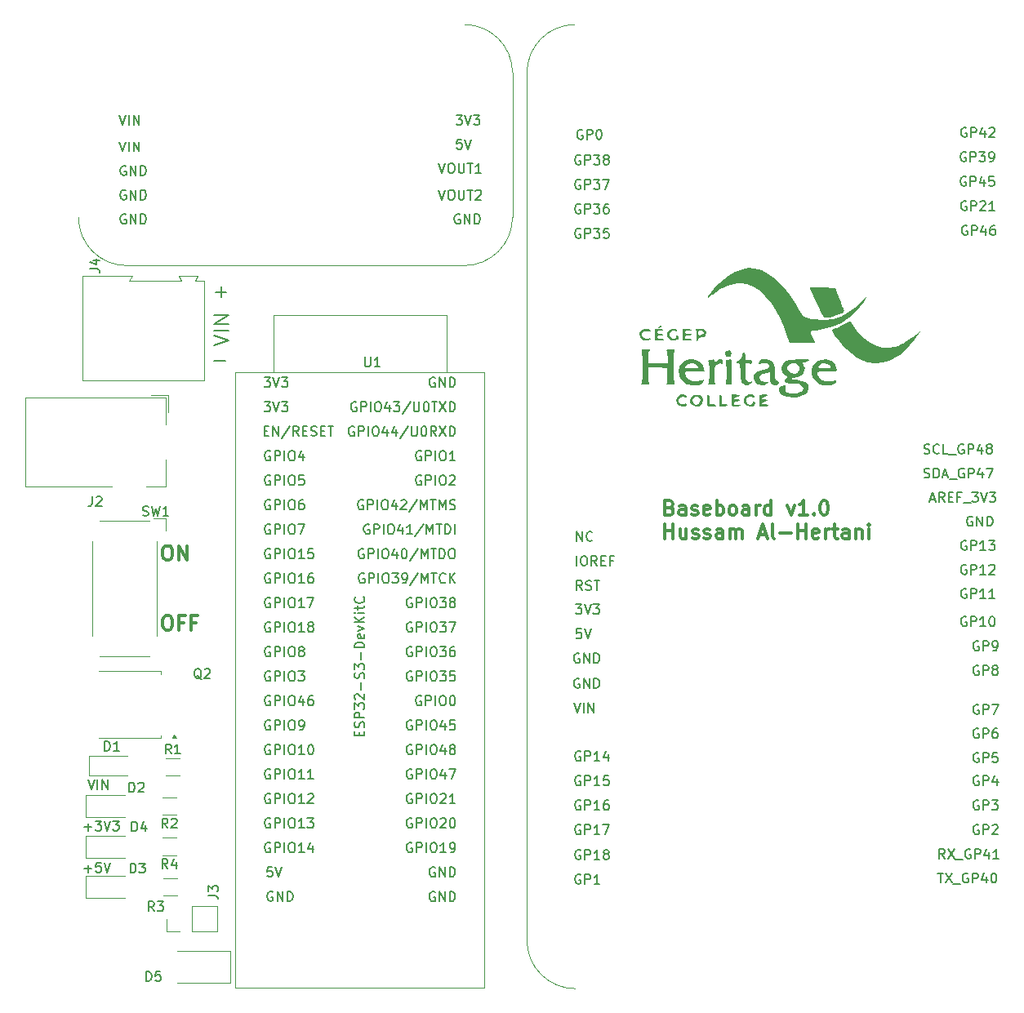
<source format=gto>
%TF.GenerationSoftware,KiCad,Pcbnew,8.0.0*%
%TF.CreationDate,2024-06-28T13:29:57-04:00*%
%TF.ProjectId,myBaseBoardDesignv1,6d794261-7365-4426-9f61-726444657369,rev?*%
%TF.SameCoordinates,Original*%
%TF.FileFunction,Legend,Top*%
%TF.FilePolarity,Positive*%
%FSLAX46Y46*%
G04 Gerber Fmt 4.6, Leading zero omitted, Abs format (unit mm)*
G04 Created by KiCad (PCBNEW 8.0.0) date 2024-06-28 13:29:57*
%MOMM*%
%LPD*%
G01*
G04 APERTURE LIST*
%ADD10C,0.300000*%
%ADD11C,0.150000*%
%ADD12C,0.120000*%
%ADD13C,0.050000*%
%ADD14C,0.000000*%
G04 APERTURE END LIST*
D10*
X81840225Y-104556080D02*
X82125939Y-104556080D01*
X82125939Y-104556080D02*
X82268796Y-104627509D01*
X82268796Y-104627509D02*
X82411653Y-104770366D01*
X82411653Y-104770366D02*
X82483082Y-105056080D01*
X82483082Y-105056080D02*
X82483082Y-105556080D01*
X82483082Y-105556080D02*
X82411653Y-105841794D01*
X82411653Y-105841794D02*
X82268796Y-105984652D01*
X82268796Y-105984652D02*
X82125939Y-106056080D01*
X82125939Y-106056080D02*
X81840225Y-106056080D01*
X81840225Y-106056080D02*
X81697368Y-105984652D01*
X81697368Y-105984652D02*
X81554510Y-105841794D01*
X81554510Y-105841794D02*
X81483082Y-105556080D01*
X81483082Y-105556080D02*
X81483082Y-105056080D01*
X81483082Y-105056080D02*
X81554510Y-104770366D01*
X81554510Y-104770366D02*
X81697368Y-104627509D01*
X81697368Y-104627509D02*
X81840225Y-104556080D01*
X83125939Y-106056080D02*
X83125939Y-104556080D01*
X83125939Y-104556080D02*
X83983082Y-106056080D01*
X83983082Y-106056080D02*
X83983082Y-104556080D01*
X81840225Y-111800828D02*
X82125939Y-111800828D01*
X82125939Y-111800828D02*
X82268796Y-111872257D01*
X82268796Y-111872257D02*
X82411653Y-112015114D01*
X82411653Y-112015114D02*
X82483082Y-112300828D01*
X82483082Y-112300828D02*
X82483082Y-112800828D01*
X82483082Y-112800828D02*
X82411653Y-113086542D01*
X82411653Y-113086542D02*
X82268796Y-113229400D01*
X82268796Y-113229400D02*
X82125939Y-113300828D01*
X82125939Y-113300828D02*
X81840225Y-113300828D01*
X81840225Y-113300828D02*
X81697368Y-113229400D01*
X81697368Y-113229400D02*
X81554510Y-113086542D01*
X81554510Y-113086542D02*
X81483082Y-112800828D01*
X81483082Y-112800828D02*
X81483082Y-112300828D01*
X81483082Y-112300828D02*
X81554510Y-112015114D01*
X81554510Y-112015114D02*
X81697368Y-111872257D01*
X81697368Y-111872257D02*
X81840225Y-111800828D01*
X83625939Y-112515114D02*
X83125939Y-112515114D01*
X83125939Y-113300828D02*
X83125939Y-111800828D01*
X83125939Y-111800828D02*
X83840225Y-111800828D01*
X84911653Y-112515114D02*
X84411653Y-112515114D01*
X84411653Y-113300828D02*
X84411653Y-111800828D01*
X84411653Y-111800828D02*
X85125939Y-111800828D01*
D11*
X86827628Y-83740922D02*
X88327628Y-83240922D01*
X88327628Y-83240922D02*
X86827628Y-82740922D01*
X88327628Y-82240923D02*
X86827628Y-82240923D01*
X88327628Y-81526637D02*
X86827628Y-81526637D01*
X86827628Y-81526637D02*
X88327628Y-80669494D01*
X88327628Y-80669494D02*
X86827628Y-80669494D01*
D10*
X134054510Y-100600198D02*
X134268796Y-100671626D01*
X134268796Y-100671626D02*
X134340225Y-100743055D01*
X134340225Y-100743055D02*
X134411653Y-100885912D01*
X134411653Y-100885912D02*
X134411653Y-101100198D01*
X134411653Y-101100198D02*
X134340225Y-101243055D01*
X134340225Y-101243055D02*
X134268796Y-101314484D01*
X134268796Y-101314484D02*
X134125939Y-101385912D01*
X134125939Y-101385912D02*
X133554510Y-101385912D01*
X133554510Y-101385912D02*
X133554510Y-99885912D01*
X133554510Y-99885912D02*
X134054510Y-99885912D01*
X134054510Y-99885912D02*
X134197368Y-99957341D01*
X134197368Y-99957341D02*
X134268796Y-100028769D01*
X134268796Y-100028769D02*
X134340225Y-100171626D01*
X134340225Y-100171626D02*
X134340225Y-100314484D01*
X134340225Y-100314484D02*
X134268796Y-100457341D01*
X134268796Y-100457341D02*
X134197368Y-100528769D01*
X134197368Y-100528769D02*
X134054510Y-100600198D01*
X134054510Y-100600198D02*
X133554510Y-100600198D01*
X135697368Y-101385912D02*
X135697368Y-100600198D01*
X135697368Y-100600198D02*
X135625939Y-100457341D01*
X135625939Y-100457341D02*
X135483082Y-100385912D01*
X135483082Y-100385912D02*
X135197368Y-100385912D01*
X135197368Y-100385912D02*
X135054510Y-100457341D01*
X135697368Y-101314484D02*
X135554510Y-101385912D01*
X135554510Y-101385912D02*
X135197368Y-101385912D01*
X135197368Y-101385912D02*
X135054510Y-101314484D01*
X135054510Y-101314484D02*
X134983082Y-101171626D01*
X134983082Y-101171626D02*
X134983082Y-101028769D01*
X134983082Y-101028769D02*
X135054510Y-100885912D01*
X135054510Y-100885912D02*
X135197368Y-100814484D01*
X135197368Y-100814484D02*
X135554510Y-100814484D01*
X135554510Y-100814484D02*
X135697368Y-100743055D01*
X136340225Y-101314484D02*
X136483082Y-101385912D01*
X136483082Y-101385912D02*
X136768796Y-101385912D01*
X136768796Y-101385912D02*
X136911653Y-101314484D01*
X136911653Y-101314484D02*
X136983082Y-101171626D01*
X136983082Y-101171626D02*
X136983082Y-101100198D01*
X136983082Y-101100198D02*
X136911653Y-100957341D01*
X136911653Y-100957341D02*
X136768796Y-100885912D01*
X136768796Y-100885912D02*
X136554511Y-100885912D01*
X136554511Y-100885912D02*
X136411653Y-100814484D01*
X136411653Y-100814484D02*
X136340225Y-100671626D01*
X136340225Y-100671626D02*
X136340225Y-100600198D01*
X136340225Y-100600198D02*
X136411653Y-100457341D01*
X136411653Y-100457341D02*
X136554511Y-100385912D01*
X136554511Y-100385912D02*
X136768796Y-100385912D01*
X136768796Y-100385912D02*
X136911653Y-100457341D01*
X138197368Y-101314484D02*
X138054511Y-101385912D01*
X138054511Y-101385912D02*
X137768797Y-101385912D01*
X137768797Y-101385912D02*
X137625939Y-101314484D01*
X137625939Y-101314484D02*
X137554511Y-101171626D01*
X137554511Y-101171626D02*
X137554511Y-100600198D01*
X137554511Y-100600198D02*
X137625939Y-100457341D01*
X137625939Y-100457341D02*
X137768797Y-100385912D01*
X137768797Y-100385912D02*
X138054511Y-100385912D01*
X138054511Y-100385912D02*
X138197368Y-100457341D01*
X138197368Y-100457341D02*
X138268797Y-100600198D01*
X138268797Y-100600198D02*
X138268797Y-100743055D01*
X138268797Y-100743055D02*
X137554511Y-100885912D01*
X138911653Y-101385912D02*
X138911653Y-99885912D01*
X138911653Y-100457341D02*
X139054511Y-100385912D01*
X139054511Y-100385912D02*
X139340225Y-100385912D01*
X139340225Y-100385912D02*
X139483082Y-100457341D01*
X139483082Y-100457341D02*
X139554511Y-100528769D01*
X139554511Y-100528769D02*
X139625939Y-100671626D01*
X139625939Y-100671626D02*
X139625939Y-101100198D01*
X139625939Y-101100198D02*
X139554511Y-101243055D01*
X139554511Y-101243055D02*
X139483082Y-101314484D01*
X139483082Y-101314484D02*
X139340225Y-101385912D01*
X139340225Y-101385912D02*
X139054511Y-101385912D01*
X139054511Y-101385912D02*
X138911653Y-101314484D01*
X140483082Y-101385912D02*
X140340225Y-101314484D01*
X140340225Y-101314484D02*
X140268796Y-101243055D01*
X140268796Y-101243055D02*
X140197368Y-101100198D01*
X140197368Y-101100198D02*
X140197368Y-100671626D01*
X140197368Y-100671626D02*
X140268796Y-100528769D01*
X140268796Y-100528769D02*
X140340225Y-100457341D01*
X140340225Y-100457341D02*
X140483082Y-100385912D01*
X140483082Y-100385912D02*
X140697368Y-100385912D01*
X140697368Y-100385912D02*
X140840225Y-100457341D01*
X140840225Y-100457341D02*
X140911654Y-100528769D01*
X140911654Y-100528769D02*
X140983082Y-100671626D01*
X140983082Y-100671626D02*
X140983082Y-101100198D01*
X140983082Y-101100198D02*
X140911654Y-101243055D01*
X140911654Y-101243055D02*
X140840225Y-101314484D01*
X140840225Y-101314484D02*
X140697368Y-101385912D01*
X140697368Y-101385912D02*
X140483082Y-101385912D01*
X142268797Y-101385912D02*
X142268797Y-100600198D01*
X142268797Y-100600198D02*
X142197368Y-100457341D01*
X142197368Y-100457341D02*
X142054511Y-100385912D01*
X142054511Y-100385912D02*
X141768797Y-100385912D01*
X141768797Y-100385912D02*
X141625939Y-100457341D01*
X142268797Y-101314484D02*
X142125939Y-101385912D01*
X142125939Y-101385912D02*
X141768797Y-101385912D01*
X141768797Y-101385912D02*
X141625939Y-101314484D01*
X141625939Y-101314484D02*
X141554511Y-101171626D01*
X141554511Y-101171626D02*
X141554511Y-101028769D01*
X141554511Y-101028769D02*
X141625939Y-100885912D01*
X141625939Y-100885912D02*
X141768797Y-100814484D01*
X141768797Y-100814484D02*
X142125939Y-100814484D01*
X142125939Y-100814484D02*
X142268797Y-100743055D01*
X142983082Y-101385912D02*
X142983082Y-100385912D01*
X142983082Y-100671626D02*
X143054511Y-100528769D01*
X143054511Y-100528769D02*
X143125940Y-100457341D01*
X143125940Y-100457341D02*
X143268797Y-100385912D01*
X143268797Y-100385912D02*
X143411654Y-100385912D01*
X144554511Y-101385912D02*
X144554511Y-99885912D01*
X144554511Y-101314484D02*
X144411653Y-101385912D01*
X144411653Y-101385912D02*
X144125939Y-101385912D01*
X144125939Y-101385912D02*
X143983082Y-101314484D01*
X143983082Y-101314484D02*
X143911653Y-101243055D01*
X143911653Y-101243055D02*
X143840225Y-101100198D01*
X143840225Y-101100198D02*
X143840225Y-100671626D01*
X143840225Y-100671626D02*
X143911653Y-100528769D01*
X143911653Y-100528769D02*
X143983082Y-100457341D01*
X143983082Y-100457341D02*
X144125939Y-100385912D01*
X144125939Y-100385912D02*
X144411653Y-100385912D01*
X144411653Y-100385912D02*
X144554511Y-100457341D01*
X146268796Y-100385912D02*
X146625939Y-101385912D01*
X146625939Y-101385912D02*
X146983082Y-100385912D01*
X148340225Y-101385912D02*
X147483082Y-101385912D01*
X147911653Y-101385912D02*
X147911653Y-99885912D01*
X147911653Y-99885912D02*
X147768796Y-100100198D01*
X147768796Y-100100198D02*
X147625939Y-100243055D01*
X147625939Y-100243055D02*
X147483082Y-100314484D01*
X148983081Y-101243055D02*
X149054510Y-101314484D01*
X149054510Y-101314484D02*
X148983081Y-101385912D01*
X148983081Y-101385912D02*
X148911653Y-101314484D01*
X148911653Y-101314484D02*
X148983081Y-101243055D01*
X148983081Y-101243055D02*
X148983081Y-101385912D01*
X149983082Y-99885912D02*
X150125939Y-99885912D01*
X150125939Y-99885912D02*
X150268796Y-99957341D01*
X150268796Y-99957341D02*
X150340225Y-100028769D01*
X150340225Y-100028769D02*
X150411653Y-100171626D01*
X150411653Y-100171626D02*
X150483082Y-100457341D01*
X150483082Y-100457341D02*
X150483082Y-100814484D01*
X150483082Y-100814484D02*
X150411653Y-101100198D01*
X150411653Y-101100198D02*
X150340225Y-101243055D01*
X150340225Y-101243055D02*
X150268796Y-101314484D01*
X150268796Y-101314484D02*
X150125939Y-101385912D01*
X150125939Y-101385912D02*
X149983082Y-101385912D01*
X149983082Y-101385912D02*
X149840225Y-101314484D01*
X149840225Y-101314484D02*
X149768796Y-101243055D01*
X149768796Y-101243055D02*
X149697367Y-101100198D01*
X149697367Y-101100198D02*
X149625939Y-100814484D01*
X149625939Y-100814484D02*
X149625939Y-100457341D01*
X149625939Y-100457341D02*
X149697367Y-100171626D01*
X149697367Y-100171626D02*
X149768796Y-100028769D01*
X149768796Y-100028769D02*
X149840225Y-99957341D01*
X149840225Y-99957341D02*
X149983082Y-99885912D01*
X133554510Y-103800828D02*
X133554510Y-102300828D01*
X133554510Y-103015114D02*
X134411653Y-103015114D01*
X134411653Y-103800828D02*
X134411653Y-102300828D01*
X135768797Y-102800828D02*
X135768797Y-103800828D01*
X135125939Y-102800828D02*
X135125939Y-103586542D01*
X135125939Y-103586542D02*
X135197368Y-103729400D01*
X135197368Y-103729400D02*
X135340225Y-103800828D01*
X135340225Y-103800828D02*
X135554511Y-103800828D01*
X135554511Y-103800828D02*
X135697368Y-103729400D01*
X135697368Y-103729400D02*
X135768797Y-103657971D01*
X136411654Y-103729400D02*
X136554511Y-103800828D01*
X136554511Y-103800828D02*
X136840225Y-103800828D01*
X136840225Y-103800828D02*
X136983082Y-103729400D01*
X136983082Y-103729400D02*
X137054511Y-103586542D01*
X137054511Y-103586542D02*
X137054511Y-103515114D01*
X137054511Y-103515114D02*
X136983082Y-103372257D01*
X136983082Y-103372257D02*
X136840225Y-103300828D01*
X136840225Y-103300828D02*
X136625940Y-103300828D01*
X136625940Y-103300828D02*
X136483082Y-103229400D01*
X136483082Y-103229400D02*
X136411654Y-103086542D01*
X136411654Y-103086542D02*
X136411654Y-103015114D01*
X136411654Y-103015114D02*
X136483082Y-102872257D01*
X136483082Y-102872257D02*
X136625940Y-102800828D01*
X136625940Y-102800828D02*
X136840225Y-102800828D01*
X136840225Y-102800828D02*
X136983082Y-102872257D01*
X137625940Y-103729400D02*
X137768797Y-103800828D01*
X137768797Y-103800828D02*
X138054511Y-103800828D01*
X138054511Y-103800828D02*
X138197368Y-103729400D01*
X138197368Y-103729400D02*
X138268797Y-103586542D01*
X138268797Y-103586542D02*
X138268797Y-103515114D01*
X138268797Y-103515114D02*
X138197368Y-103372257D01*
X138197368Y-103372257D02*
X138054511Y-103300828D01*
X138054511Y-103300828D02*
X137840226Y-103300828D01*
X137840226Y-103300828D02*
X137697368Y-103229400D01*
X137697368Y-103229400D02*
X137625940Y-103086542D01*
X137625940Y-103086542D02*
X137625940Y-103015114D01*
X137625940Y-103015114D02*
X137697368Y-102872257D01*
X137697368Y-102872257D02*
X137840226Y-102800828D01*
X137840226Y-102800828D02*
X138054511Y-102800828D01*
X138054511Y-102800828D02*
X138197368Y-102872257D01*
X139554512Y-103800828D02*
X139554512Y-103015114D01*
X139554512Y-103015114D02*
X139483083Y-102872257D01*
X139483083Y-102872257D02*
X139340226Y-102800828D01*
X139340226Y-102800828D02*
X139054512Y-102800828D01*
X139054512Y-102800828D02*
X138911654Y-102872257D01*
X139554512Y-103729400D02*
X139411654Y-103800828D01*
X139411654Y-103800828D02*
X139054512Y-103800828D01*
X139054512Y-103800828D02*
X138911654Y-103729400D01*
X138911654Y-103729400D02*
X138840226Y-103586542D01*
X138840226Y-103586542D02*
X138840226Y-103443685D01*
X138840226Y-103443685D02*
X138911654Y-103300828D01*
X138911654Y-103300828D02*
X139054512Y-103229400D01*
X139054512Y-103229400D02*
X139411654Y-103229400D01*
X139411654Y-103229400D02*
X139554512Y-103157971D01*
X140268797Y-103800828D02*
X140268797Y-102800828D01*
X140268797Y-102943685D02*
X140340226Y-102872257D01*
X140340226Y-102872257D02*
X140483083Y-102800828D01*
X140483083Y-102800828D02*
X140697369Y-102800828D01*
X140697369Y-102800828D02*
X140840226Y-102872257D01*
X140840226Y-102872257D02*
X140911655Y-103015114D01*
X140911655Y-103015114D02*
X140911655Y-103800828D01*
X140911655Y-103015114D02*
X140983083Y-102872257D01*
X140983083Y-102872257D02*
X141125940Y-102800828D01*
X141125940Y-102800828D02*
X141340226Y-102800828D01*
X141340226Y-102800828D02*
X141483083Y-102872257D01*
X141483083Y-102872257D02*
X141554512Y-103015114D01*
X141554512Y-103015114D02*
X141554512Y-103800828D01*
X143340226Y-103372257D02*
X144054512Y-103372257D01*
X143197369Y-103800828D02*
X143697369Y-102300828D01*
X143697369Y-102300828D02*
X144197369Y-103800828D01*
X144911654Y-103800828D02*
X144768797Y-103729400D01*
X144768797Y-103729400D02*
X144697368Y-103586542D01*
X144697368Y-103586542D02*
X144697368Y-102300828D01*
X145483082Y-103229400D02*
X146625940Y-103229400D01*
X147340225Y-103800828D02*
X147340225Y-102300828D01*
X147340225Y-103015114D02*
X148197368Y-103015114D01*
X148197368Y-103800828D02*
X148197368Y-102300828D01*
X149483083Y-103729400D02*
X149340226Y-103800828D01*
X149340226Y-103800828D02*
X149054512Y-103800828D01*
X149054512Y-103800828D02*
X148911654Y-103729400D01*
X148911654Y-103729400D02*
X148840226Y-103586542D01*
X148840226Y-103586542D02*
X148840226Y-103015114D01*
X148840226Y-103015114D02*
X148911654Y-102872257D01*
X148911654Y-102872257D02*
X149054512Y-102800828D01*
X149054512Y-102800828D02*
X149340226Y-102800828D01*
X149340226Y-102800828D02*
X149483083Y-102872257D01*
X149483083Y-102872257D02*
X149554512Y-103015114D01*
X149554512Y-103015114D02*
X149554512Y-103157971D01*
X149554512Y-103157971D02*
X148840226Y-103300828D01*
X150197368Y-103800828D02*
X150197368Y-102800828D01*
X150197368Y-103086542D02*
X150268797Y-102943685D01*
X150268797Y-102943685D02*
X150340226Y-102872257D01*
X150340226Y-102872257D02*
X150483083Y-102800828D01*
X150483083Y-102800828D02*
X150625940Y-102800828D01*
X150911654Y-102800828D02*
X151483082Y-102800828D01*
X151125939Y-102300828D02*
X151125939Y-103586542D01*
X151125939Y-103586542D02*
X151197368Y-103729400D01*
X151197368Y-103729400D02*
X151340225Y-103800828D01*
X151340225Y-103800828D02*
X151483082Y-103800828D01*
X152625940Y-103800828D02*
X152625940Y-103015114D01*
X152625940Y-103015114D02*
X152554511Y-102872257D01*
X152554511Y-102872257D02*
X152411654Y-102800828D01*
X152411654Y-102800828D02*
X152125940Y-102800828D01*
X152125940Y-102800828D02*
X151983082Y-102872257D01*
X152625940Y-103729400D02*
X152483082Y-103800828D01*
X152483082Y-103800828D02*
X152125940Y-103800828D01*
X152125940Y-103800828D02*
X151983082Y-103729400D01*
X151983082Y-103729400D02*
X151911654Y-103586542D01*
X151911654Y-103586542D02*
X151911654Y-103443685D01*
X151911654Y-103443685D02*
X151983082Y-103300828D01*
X151983082Y-103300828D02*
X152125940Y-103229400D01*
X152125940Y-103229400D02*
X152483082Y-103229400D01*
X152483082Y-103229400D02*
X152625940Y-103157971D01*
X153340225Y-102800828D02*
X153340225Y-103800828D01*
X153340225Y-102943685D02*
X153411654Y-102872257D01*
X153411654Y-102872257D02*
X153554511Y-102800828D01*
X153554511Y-102800828D02*
X153768797Y-102800828D01*
X153768797Y-102800828D02*
X153911654Y-102872257D01*
X153911654Y-102872257D02*
X153983083Y-103015114D01*
X153983083Y-103015114D02*
X153983083Y-103800828D01*
X154697368Y-103800828D02*
X154697368Y-102800828D01*
X154697368Y-102300828D02*
X154625940Y-102372257D01*
X154625940Y-102372257D02*
X154697368Y-102443685D01*
X154697368Y-102443685D02*
X154768797Y-102372257D01*
X154768797Y-102372257D02*
X154697368Y-102300828D01*
X154697368Y-102300828D02*
X154697368Y-102443685D01*
D11*
X73361779Y-138045866D02*
X74123684Y-138045866D01*
X73742731Y-138426819D02*
X73742731Y-137664914D01*
X75076064Y-137426819D02*
X74599874Y-137426819D01*
X74599874Y-137426819D02*
X74552255Y-137903009D01*
X74552255Y-137903009D02*
X74599874Y-137855390D01*
X74599874Y-137855390D02*
X74695112Y-137807771D01*
X74695112Y-137807771D02*
X74933207Y-137807771D01*
X74933207Y-137807771D02*
X75028445Y-137855390D01*
X75028445Y-137855390D02*
X75076064Y-137903009D01*
X75076064Y-137903009D02*
X75123683Y-137998247D01*
X75123683Y-137998247D02*
X75123683Y-138236342D01*
X75123683Y-138236342D02*
X75076064Y-138331580D01*
X75076064Y-138331580D02*
X75028445Y-138379200D01*
X75028445Y-138379200D02*
X74933207Y-138426819D01*
X74933207Y-138426819D02*
X74695112Y-138426819D01*
X74695112Y-138426819D02*
X74599874Y-138379200D01*
X74599874Y-138379200D02*
X74552255Y-138331580D01*
X75409398Y-137426819D02*
X75742731Y-138426819D01*
X75742731Y-138426819D02*
X76076064Y-137426819D01*
X86815826Y-85343200D02*
X87958684Y-85343200D01*
X73726922Y-128790819D02*
X74060255Y-129790819D01*
X74060255Y-129790819D02*
X74393588Y-128790819D01*
X74726922Y-129790819D02*
X74726922Y-128790819D01*
X75203112Y-129790819D02*
X75203112Y-128790819D01*
X75203112Y-128790819D02*
X75774540Y-129790819D01*
X75774540Y-129790819D02*
X75774540Y-128790819D01*
X86942826Y-78231200D02*
X88085684Y-78231200D01*
X87514255Y-78802628D02*
X87514255Y-77659771D01*
X73361779Y-133727866D02*
X74123684Y-133727866D01*
X73742731Y-134108819D02*
X73742731Y-133346914D01*
X74504636Y-133108819D02*
X75123683Y-133108819D01*
X75123683Y-133108819D02*
X74790350Y-133489771D01*
X74790350Y-133489771D02*
X74933207Y-133489771D01*
X74933207Y-133489771D02*
X75028445Y-133537390D01*
X75028445Y-133537390D02*
X75076064Y-133585009D01*
X75076064Y-133585009D02*
X75123683Y-133680247D01*
X75123683Y-133680247D02*
X75123683Y-133918342D01*
X75123683Y-133918342D02*
X75076064Y-134013580D01*
X75076064Y-134013580D02*
X75028445Y-134061200D01*
X75028445Y-134061200D02*
X74933207Y-134108819D01*
X74933207Y-134108819D02*
X74647493Y-134108819D01*
X74647493Y-134108819D02*
X74552255Y-134061200D01*
X74552255Y-134061200D02*
X74504636Y-134013580D01*
X75409398Y-133108819D02*
X75742731Y-134108819D01*
X75742731Y-134108819D02*
X76076064Y-133108819D01*
X76314160Y-133108819D02*
X76933207Y-133108819D01*
X76933207Y-133108819D02*
X76599874Y-133489771D01*
X76599874Y-133489771D02*
X76742731Y-133489771D01*
X76742731Y-133489771D02*
X76837969Y-133537390D01*
X76837969Y-133537390D02*
X76885588Y-133585009D01*
X76885588Y-133585009D02*
X76933207Y-133680247D01*
X76933207Y-133680247D02*
X76933207Y-133918342D01*
X76933207Y-133918342D02*
X76885588Y-134013580D01*
X76885588Y-134013580D02*
X76837969Y-134061200D01*
X76837969Y-134061200D02*
X76742731Y-134108819D01*
X76742731Y-134108819D02*
X76457017Y-134108819D01*
X76457017Y-134108819D02*
X76361779Y-134061200D01*
X76361779Y-134061200D02*
X76314160Y-134013580D01*
X79761905Y-149704819D02*
X79761905Y-148704819D01*
X79761905Y-148704819D02*
X80000000Y-148704819D01*
X80000000Y-148704819D02*
X80142857Y-148752438D01*
X80142857Y-148752438D02*
X80238095Y-148847676D01*
X80238095Y-148847676D02*
X80285714Y-148942914D01*
X80285714Y-148942914D02*
X80333333Y-149133390D01*
X80333333Y-149133390D02*
X80333333Y-149276247D01*
X80333333Y-149276247D02*
X80285714Y-149466723D01*
X80285714Y-149466723D02*
X80238095Y-149561961D01*
X80238095Y-149561961D02*
X80142857Y-149657200D01*
X80142857Y-149657200D02*
X80000000Y-149704819D01*
X80000000Y-149704819D02*
X79761905Y-149704819D01*
X81238095Y-148704819D02*
X80761905Y-148704819D01*
X80761905Y-148704819D02*
X80714286Y-149181009D01*
X80714286Y-149181009D02*
X80761905Y-149133390D01*
X80761905Y-149133390D02*
X80857143Y-149085771D01*
X80857143Y-149085771D02*
X81095238Y-149085771D01*
X81095238Y-149085771D02*
X81190476Y-149133390D01*
X81190476Y-149133390D02*
X81238095Y-149181009D01*
X81238095Y-149181009D02*
X81285714Y-149276247D01*
X81285714Y-149276247D02*
X81285714Y-149514342D01*
X81285714Y-149514342D02*
X81238095Y-149609580D01*
X81238095Y-149609580D02*
X81190476Y-149657200D01*
X81190476Y-149657200D02*
X81095238Y-149704819D01*
X81095238Y-149704819D02*
X80857143Y-149704819D01*
X80857143Y-149704819D02*
X80761905Y-149657200D01*
X80761905Y-149657200D02*
X80714286Y-149609580D01*
X86204819Y-140833333D02*
X86919104Y-140833333D01*
X86919104Y-140833333D02*
X87061961Y-140880952D01*
X87061961Y-140880952D02*
X87157200Y-140976190D01*
X87157200Y-140976190D02*
X87204819Y-141119047D01*
X87204819Y-141119047D02*
X87204819Y-141214285D01*
X86204819Y-140452380D02*
X86204819Y-139833333D01*
X86204819Y-139833333D02*
X86585771Y-140166666D01*
X86585771Y-140166666D02*
X86585771Y-140023809D01*
X86585771Y-140023809D02*
X86633390Y-139928571D01*
X86633390Y-139928571D02*
X86681009Y-139880952D01*
X86681009Y-139880952D02*
X86776247Y-139833333D01*
X86776247Y-139833333D02*
X87014342Y-139833333D01*
X87014342Y-139833333D02*
X87109580Y-139880952D01*
X87109580Y-139880952D02*
X87157200Y-139928571D01*
X87157200Y-139928571D02*
X87204819Y-140023809D01*
X87204819Y-140023809D02*
X87204819Y-140309523D01*
X87204819Y-140309523D02*
X87157200Y-140404761D01*
X87157200Y-140404761D02*
X87109580Y-140452380D01*
X82357333Y-126142819D02*
X82024000Y-125666628D01*
X81785905Y-126142819D02*
X81785905Y-125142819D01*
X81785905Y-125142819D02*
X82166857Y-125142819D01*
X82166857Y-125142819D02*
X82262095Y-125190438D01*
X82262095Y-125190438D02*
X82309714Y-125238057D01*
X82309714Y-125238057D02*
X82357333Y-125333295D01*
X82357333Y-125333295D02*
X82357333Y-125476152D01*
X82357333Y-125476152D02*
X82309714Y-125571390D01*
X82309714Y-125571390D02*
X82262095Y-125619009D01*
X82262095Y-125619009D02*
X82166857Y-125666628D01*
X82166857Y-125666628D02*
X81785905Y-125666628D01*
X83309714Y-126142819D02*
X82738286Y-126142819D01*
X83024000Y-126142819D02*
X83024000Y-125142819D01*
X83024000Y-125142819D02*
X82928762Y-125285676D01*
X82928762Y-125285676D02*
X82833524Y-125380914D01*
X82833524Y-125380914D02*
X82738286Y-125428533D01*
X85502761Y-118406057D02*
X85407523Y-118358438D01*
X85407523Y-118358438D02*
X85312285Y-118263200D01*
X85312285Y-118263200D02*
X85169428Y-118120342D01*
X85169428Y-118120342D02*
X85074190Y-118072723D01*
X85074190Y-118072723D02*
X84978952Y-118072723D01*
X85026571Y-118310819D02*
X84931333Y-118263200D01*
X84931333Y-118263200D02*
X84836095Y-118167961D01*
X84836095Y-118167961D02*
X84788476Y-117977485D01*
X84788476Y-117977485D02*
X84788476Y-117644152D01*
X84788476Y-117644152D02*
X84836095Y-117453676D01*
X84836095Y-117453676D02*
X84931333Y-117358438D01*
X84931333Y-117358438D02*
X85026571Y-117310819D01*
X85026571Y-117310819D02*
X85217047Y-117310819D01*
X85217047Y-117310819D02*
X85312285Y-117358438D01*
X85312285Y-117358438D02*
X85407523Y-117453676D01*
X85407523Y-117453676D02*
X85455142Y-117644152D01*
X85455142Y-117644152D02*
X85455142Y-117977485D01*
X85455142Y-117977485D02*
X85407523Y-118167961D01*
X85407523Y-118167961D02*
X85312285Y-118263200D01*
X85312285Y-118263200D02*
X85217047Y-118310819D01*
X85217047Y-118310819D02*
X85026571Y-118310819D01*
X85836095Y-117406057D02*
X85883714Y-117358438D01*
X85883714Y-117358438D02*
X85978952Y-117310819D01*
X85978952Y-117310819D02*
X86217047Y-117310819D01*
X86217047Y-117310819D02*
X86312285Y-117358438D01*
X86312285Y-117358438D02*
X86359904Y-117406057D01*
X86359904Y-117406057D02*
X86407523Y-117501295D01*
X86407523Y-117501295D02*
X86407523Y-117596533D01*
X86407523Y-117596533D02*
X86359904Y-117739390D01*
X86359904Y-117739390D02*
X85788476Y-118310819D01*
X85788476Y-118310819D02*
X86407523Y-118310819D01*
X77655588Y-67707438D02*
X77560350Y-67659819D01*
X77560350Y-67659819D02*
X77417493Y-67659819D01*
X77417493Y-67659819D02*
X77274636Y-67707438D01*
X77274636Y-67707438D02*
X77179398Y-67802676D01*
X77179398Y-67802676D02*
X77131779Y-67897914D01*
X77131779Y-67897914D02*
X77084160Y-68088390D01*
X77084160Y-68088390D02*
X77084160Y-68231247D01*
X77084160Y-68231247D02*
X77131779Y-68421723D01*
X77131779Y-68421723D02*
X77179398Y-68516961D01*
X77179398Y-68516961D02*
X77274636Y-68612200D01*
X77274636Y-68612200D02*
X77417493Y-68659819D01*
X77417493Y-68659819D02*
X77512731Y-68659819D01*
X77512731Y-68659819D02*
X77655588Y-68612200D01*
X77655588Y-68612200D02*
X77703207Y-68564580D01*
X77703207Y-68564580D02*
X77703207Y-68231247D01*
X77703207Y-68231247D02*
X77512731Y-68231247D01*
X78131779Y-68659819D02*
X78131779Y-67659819D01*
X78131779Y-67659819D02*
X78703207Y-68659819D01*
X78703207Y-68659819D02*
X78703207Y-67659819D01*
X79179398Y-68659819D02*
X79179398Y-67659819D01*
X79179398Y-67659819D02*
X79417493Y-67659819D01*
X79417493Y-67659819D02*
X79560350Y-67707438D01*
X79560350Y-67707438D02*
X79655588Y-67802676D01*
X79655588Y-67802676D02*
X79703207Y-67897914D01*
X79703207Y-67897914D02*
X79750826Y-68088390D01*
X79750826Y-68088390D02*
X79750826Y-68231247D01*
X79750826Y-68231247D02*
X79703207Y-68421723D01*
X79703207Y-68421723D02*
X79655588Y-68516961D01*
X79655588Y-68516961D02*
X79560350Y-68612200D01*
X79560350Y-68612200D02*
X79417493Y-68659819D01*
X79417493Y-68659819D02*
X79179398Y-68659819D01*
X110113922Y-67659819D02*
X110447255Y-68659819D01*
X110447255Y-68659819D02*
X110780588Y-67659819D01*
X111304398Y-67659819D02*
X111494874Y-67659819D01*
X111494874Y-67659819D02*
X111590112Y-67707438D01*
X111590112Y-67707438D02*
X111685350Y-67802676D01*
X111685350Y-67802676D02*
X111732969Y-67993152D01*
X111732969Y-67993152D02*
X111732969Y-68326485D01*
X111732969Y-68326485D02*
X111685350Y-68516961D01*
X111685350Y-68516961D02*
X111590112Y-68612200D01*
X111590112Y-68612200D02*
X111494874Y-68659819D01*
X111494874Y-68659819D02*
X111304398Y-68659819D01*
X111304398Y-68659819D02*
X111209160Y-68612200D01*
X111209160Y-68612200D02*
X111113922Y-68516961D01*
X111113922Y-68516961D02*
X111066303Y-68326485D01*
X111066303Y-68326485D02*
X111066303Y-67993152D01*
X111066303Y-67993152D02*
X111113922Y-67802676D01*
X111113922Y-67802676D02*
X111209160Y-67707438D01*
X111209160Y-67707438D02*
X111304398Y-67659819D01*
X112161541Y-67659819D02*
X112161541Y-68469342D01*
X112161541Y-68469342D02*
X112209160Y-68564580D01*
X112209160Y-68564580D02*
X112256779Y-68612200D01*
X112256779Y-68612200D02*
X112352017Y-68659819D01*
X112352017Y-68659819D02*
X112542493Y-68659819D01*
X112542493Y-68659819D02*
X112637731Y-68612200D01*
X112637731Y-68612200D02*
X112685350Y-68564580D01*
X112685350Y-68564580D02*
X112732969Y-68469342D01*
X112732969Y-68469342D02*
X112732969Y-67659819D01*
X113066303Y-67659819D02*
X113637731Y-67659819D01*
X113352017Y-68659819D02*
X113352017Y-67659819D01*
X113923446Y-67755057D02*
X113971065Y-67707438D01*
X113971065Y-67707438D02*
X114066303Y-67659819D01*
X114066303Y-67659819D02*
X114304398Y-67659819D01*
X114304398Y-67659819D02*
X114399636Y-67707438D01*
X114399636Y-67707438D02*
X114447255Y-67755057D01*
X114447255Y-67755057D02*
X114494874Y-67850295D01*
X114494874Y-67850295D02*
X114494874Y-67945533D01*
X114494874Y-67945533D02*
X114447255Y-68088390D01*
X114447255Y-68088390D02*
X113875827Y-68659819D01*
X113875827Y-68659819D02*
X114494874Y-68659819D01*
X160419160Y-97472200D02*
X160562017Y-97519819D01*
X160562017Y-97519819D02*
X160800112Y-97519819D01*
X160800112Y-97519819D02*
X160895350Y-97472200D01*
X160895350Y-97472200D02*
X160942969Y-97424580D01*
X160942969Y-97424580D02*
X160990588Y-97329342D01*
X160990588Y-97329342D02*
X160990588Y-97234104D01*
X160990588Y-97234104D02*
X160942969Y-97138866D01*
X160942969Y-97138866D02*
X160895350Y-97091247D01*
X160895350Y-97091247D02*
X160800112Y-97043628D01*
X160800112Y-97043628D02*
X160609636Y-96996009D01*
X160609636Y-96996009D02*
X160514398Y-96948390D01*
X160514398Y-96948390D02*
X160466779Y-96900771D01*
X160466779Y-96900771D02*
X160419160Y-96805533D01*
X160419160Y-96805533D02*
X160419160Y-96710295D01*
X160419160Y-96710295D02*
X160466779Y-96615057D01*
X160466779Y-96615057D02*
X160514398Y-96567438D01*
X160514398Y-96567438D02*
X160609636Y-96519819D01*
X160609636Y-96519819D02*
X160847731Y-96519819D01*
X160847731Y-96519819D02*
X160990588Y-96567438D01*
X161419160Y-97519819D02*
X161419160Y-96519819D01*
X161419160Y-96519819D02*
X161657255Y-96519819D01*
X161657255Y-96519819D02*
X161800112Y-96567438D01*
X161800112Y-96567438D02*
X161895350Y-96662676D01*
X161895350Y-96662676D02*
X161942969Y-96757914D01*
X161942969Y-96757914D02*
X161990588Y-96948390D01*
X161990588Y-96948390D02*
X161990588Y-97091247D01*
X161990588Y-97091247D02*
X161942969Y-97281723D01*
X161942969Y-97281723D02*
X161895350Y-97376961D01*
X161895350Y-97376961D02*
X161800112Y-97472200D01*
X161800112Y-97472200D02*
X161657255Y-97519819D01*
X161657255Y-97519819D02*
X161419160Y-97519819D01*
X162371541Y-97234104D02*
X162847731Y-97234104D01*
X162276303Y-97519819D02*
X162609636Y-96519819D01*
X162609636Y-96519819D02*
X162942969Y-97519819D01*
X163038208Y-97615057D02*
X163800112Y-97615057D01*
X164562017Y-96567438D02*
X164466779Y-96519819D01*
X164466779Y-96519819D02*
X164323922Y-96519819D01*
X164323922Y-96519819D02*
X164181065Y-96567438D01*
X164181065Y-96567438D02*
X164085827Y-96662676D01*
X164085827Y-96662676D02*
X164038208Y-96757914D01*
X164038208Y-96757914D02*
X163990589Y-96948390D01*
X163990589Y-96948390D02*
X163990589Y-97091247D01*
X163990589Y-97091247D02*
X164038208Y-97281723D01*
X164038208Y-97281723D02*
X164085827Y-97376961D01*
X164085827Y-97376961D02*
X164181065Y-97472200D01*
X164181065Y-97472200D02*
X164323922Y-97519819D01*
X164323922Y-97519819D02*
X164419160Y-97519819D01*
X164419160Y-97519819D02*
X164562017Y-97472200D01*
X164562017Y-97472200D02*
X164609636Y-97424580D01*
X164609636Y-97424580D02*
X164609636Y-97091247D01*
X164609636Y-97091247D02*
X164419160Y-97091247D01*
X165038208Y-97519819D02*
X165038208Y-96519819D01*
X165038208Y-96519819D02*
X165419160Y-96519819D01*
X165419160Y-96519819D02*
X165514398Y-96567438D01*
X165514398Y-96567438D02*
X165562017Y-96615057D01*
X165562017Y-96615057D02*
X165609636Y-96710295D01*
X165609636Y-96710295D02*
X165609636Y-96853152D01*
X165609636Y-96853152D02*
X165562017Y-96948390D01*
X165562017Y-96948390D02*
X165514398Y-96996009D01*
X165514398Y-96996009D02*
X165419160Y-97043628D01*
X165419160Y-97043628D02*
X165038208Y-97043628D01*
X166466779Y-96853152D02*
X166466779Y-97519819D01*
X166228684Y-96472200D02*
X165990589Y-97186485D01*
X165990589Y-97186485D02*
X166609636Y-97186485D01*
X166895351Y-96519819D02*
X167562017Y-96519819D01*
X167562017Y-96519819D02*
X167133446Y-97519819D01*
X124795588Y-133542438D02*
X124700350Y-133494819D01*
X124700350Y-133494819D02*
X124557493Y-133494819D01*
X124557493Y-133494819D02*
X124414636Y-133542438D01*
X124414636Y-133542438D02*
X124319398Y-133637676D01*
X124319398Y-133637676D02*
X124271779Y-133732914D01*
X124271779Y-133732914D02*
X124224160Y-133923390D01*
X124224160Y-133923390D02*
X124224160Y-134066247D01*
X124224160Y-134066247D02*
X124271779Y-134256723D01*
X124271779Y-134256723D02*
X124319398Y-134351961D01*
X124319398Y-134351961D02*
X124414636Y-134447200D01*
X124414636Y-134447200D02*
X124557493Y-134494819D01*
X124557493Y-134494819D02*
X124652731Y-134494819D01*
X124652731Y-134494819D02*
X124795588Y-134447200D01*
X124795588Y-134447200D02*
X124843207Y-134399580D01*
X124843207Y-134399580D02*
X124843207Y-134066247D01*
X124843207Y-134066247D02*
X124652731Y-134066247D01*
X125271779Y-134494819D02*
X125271779Y-133494819D01*
X125271779Y-133494819D02*
X125652731Y-133494819D01*
X125652731Y-133494819D02*
X125747969Y-133542438D01*
X125747969Y-133542438D02*
X125795588Y-133590057D01*
X125795588Y-133590057D02*
X125843207Y-133685295D01*
X125843207Y-133685295D02*
X125843207Y-133828152D01*
X125843207Y-133828152D02*
X125795588Y-133923390D01*
X125795588Y-133923390D02*
X125747969Y-133971009D01*
X125747969Y-133971009D02*
X125652731Y-134018628D01*
X125652731Y-134018628D02*
X125271779Y-134018628D01*
X126795588Y-134494819D02*
X126224160Y-134494819D01*
X126509874Y-134494819D02*
X126509874Y-133494819D01*
X126509874Y-133494819D02*
X126414636Y-133637676D01*
X126414636Y-133637676D02*
X126319398Y-133732914D01*
X126319398Y-133732914D02*
X126224160Y-133780533D01*
X127128922Y-133494819D02*
X127795588Y-133494819D01*
X127795588Y-133494819D02*
X127367017Y-134494819D01*
X112482969Y-62409819D02*
X112006779Y-62409819D01*
X112006779Y-62409819D02*
X111959160Y-62886009D01*
X111959160Y-62886009D02*
X112006779Y-62838390D01*
X112006779Y-62838390D02*
X112102017Y-62790771D01*
X112102017Y-62790771D02*
X112340112Y-62790771D01*
X112340112Y-62790771D02*
X112435350Y-62838390D01*
X112435350Y-62838390D02*
X112482969Y-62886009D01*
X112482969Y-62886009D02*
X112530588Y-62981247D01*
X112530588Y-62981247D02*
X112530588Y-63219342D01*
X112530588Y-63219342D02*
X112482969Y-63314580D01*
X112482969Y-63314580D02*
X112435350Y-63362200D01*
X112435350Y-63362200D02*
X112340112Y-63409819D01*
X112340112Y-63409819D02*
X112102017Y-63409819D01*
X112102017Y-63409819D02*
X112006779Y-63362200D01*
X112006779Y-63362200D02*
X111959160Y-63314580D01*
X112816303Y-62409819D02*
X113149636Y-63409819D01*
X113149636Y-63409819D02*
X113482969Y-62409819D01*
X164800588Y-111952438D02*
X164705350Y-111904819D01*
X164705350Y-111904819D02*
X164562493Y-111904819D01*
X164562493Y-111904819D02*
X164419636Y-111952438D01*
X164419636Y-111952438D02*
X164324398Y-112047676D01*
X164324398Y-112047676D02*
X164276779Y-112142914D01*
X164276779Y-112142914D02*
X164229160Y-112333390D01*
X164229160Y-112333390D02*
X164229160Y-112476247D01*
X164229160Y-112476247D02*
X164276779Y-112666723D01*
X164276779Y-112666723D02*
X164324398Y-112761961D01*
X164324398Y-112761961D02*
X164419636Y-112857200D01*
X164419636Y-112857200D02*
X164562493Y-112904819D01*
X164562493Y-112904819D02*
X164657731Y-112904819D01*
X164657731Y-112904819D02*
X164800588Y-112857200D01*
X164800588Y-112857200D02*
X164848207Y-112809580D01*
X164848207Y-112809580D02*
X164848207Y-112476247D01*
X164848207Y-112476247D02*
X164657731Y-112476247D01*
X165276779Y-112904819D02*
X165276779Y-111904819D01*
X165276779Y-111904819D02*
X165657731Y-111904819D01*
X165657731Y-111904819D02*
X165752969Y-111952438D01*
X165752969Y-111952438D02*
X165800588Y-112000057D01*
X165800588Y-112000057D02*
X165848207Y-112095295D01*
X165848207Y-112095295D02*
X165848207Y-112238152D01*
X165848207Y-112238152D02*
X165800588Y-112333390D01*
X165800588Y-112333390D02*
X165752969Y-112381009D01*
X165752969Y-112381009D02*
X165657731Y-112428628D01*
X165657731Y-112428628D02*
X165276779Y-112428628D01*
X166800588Y-112904819D02*
X166229160Y-112904819D01*
X166514874Y-112904819D02*
X166514874Y-111904819D01*
X166514874Y-111904819D02*
X166419636Y-112047676D01*
X166419636Y-112047676D02*
X166324398Y-112142914D01*
X166324398Y-112142914D02*
X166229160Y-112190533D01*
X167419636Y-111904819D02*
X167514874Y-111904819D01*
X167514874Y-111904819D02*
X167610112Y-111952438D01*
X167610112Y-111952438D02*
X167657731Y-112000057D01*
X167657731Y-112000057D02*
X167705350Y-112095295D01*
X167705350Y-112095295D02*
X167752969Y-112285771D01*
X167752969Y-112285771D02*
X167752969Y-112523866D01*
X167752969Y-112523866D02*
X167705350Y-112714342D01*
X167705350Y-112714342D02*
X167657731Y-112809580D01*
X167657731Y-112809580D02*
X167610112Y-112857200D01*
X167610112Y-112857200D02*
X167514874Y-112904819D01*
X167514874Y-112904819D02*
X167419636Y-112904819D01*
X167419636Y-112904819D02*
X167324398Y-112857200D01*
X167324398Y-112857200D02*
X167276779Y-112809580D01*
X167276779Y-112809580D02*
X167229160Y-112714342D01*
X167229160Y-112714342D02*
X167181541Y-112523866D01*
X167181541Y-112523866D02*
X167181541Y-112285771D01*
X167181541Y-112285771D02*
X167229160Y-112095295D01*
X167229160Y-112095295D02*
X167276779Y-112000057D01*
X167276779Y-112000057D02*
X167324398Y-111952438D01*
X167324398Y-111952438D02*
X167419636Y-111904819D01*
X162554207Y-137019819D02*
X162220874Y-136543628D01*
X161982779Y-137019819D02*
X161982779Y-136019819D01*
X161982779Y-136019819D02*
X162363731Y-136019819D01*
X162363731Y-136019819D02*
X162458969Y-136067438D01*
X162458969Y-136067438D02*
X162506588Y-136115057D01*
X162506588Y-136115057D02*
X162554207Y-136210295D01*
X162554207Y-136210295D02*
X162554207Y-136353152D01*
X162554207Y-136353152D02*
X162506588Y-136448390D01*
X162506588Y-136448390D02*
X162458969Y-136496009D01*
X162458969Y-136496009D02*
X162363731Y-136543628D01*
X162363731Y-136543628D02*
X161982779Y-136543628D01*
X162887541Y-136019819D02*
X163554207Y-137019819D01*
X163554207Y-136019819D02*
X162887541Y-137019819D01*
X163697065Y-137115057D02*
X164458969Y-137115057D01*
X165220874Y-136067438D02*
X165125636Y-136019819D01*
X165125636Y-136019819D02*
X164982779Y-136019819D01*
X164982779Y-136019819D02*
X164839922Y-136067438D01*
X164839922Y-136067438D02*
X164744684Y-136162676D01*
X164744684Y-136162676D02*
X164697065Y-136257914D01*
X164697065Y-136257914D02*
X164649446Y-136448390D01*
X164649446Y-136448390D02*
X164649446Y-136591247D01*
X164649446Y-136591247D02*
X164697065Y-136781723D01*
X164697065Y-136781723D02*
X164744684Y-136876961D01*
X164744684Y-136876961D02*
X164839922Y-136972200D01*
X164839922Y-136972200D02*
X164982779Y-137019819D01*
X164982779Y-137019819D02*
X165078017Y-137019819D01*
X165078017Y-137019819D02*
X165220874Y-136972200D01*
X165220874Y-136972200D02*
X165268493Y-136924580D01*
X165268493Y-136924580D02*
X165268493Y-136591247D01*
X165268493Y-136591247D02*
X165078017Y-136591247D01*
X165697065Y-137019819D02*
X165697065Y-136019819D01*
X165697065Y-136019819D02*
X166078017Y-136019819D01*
X166078017Y-136019819D02*
X166173255Y-136067438D01*
X166173255Y-136067438D02*
X166220874Y-136115057D01*
X166220874Y-136115057D02*
X166268493Y-136210295D01*
X166268493Y-136210295D02*
X166268493Y-136353152D01*
X166268493Y-136353152D02*
X166220874Y-136448390D01*
X166220874Y-136448390D02*
X166173255Y-136496009D01*
X166173255Y-136496009D02*
X166078017Y-136543628D01*
X166078017Y-136543628D02*
X165697065Y-136543628D01*
X167125636Y-136353152D02*
X167125636Y-137019819D01*
X166887541Y-135972200D02*
X166649446Y-136686485D01*
X166649446Y-136686485D02*
X167268493Y-136686485D01*
X168173255Y-137019819D02*
X167601827Y-137019819D01*
X167887541Y-137019819D02*
X167887541Y-136019819D01*
X167887541Y-136019819D02*
X167792303Y-136162676D01*
X167792303Y-136162676D02*
X167697065Y-136257914D01*
X167697065Y-136257914D02*
X167601827Y-136305533D01*
X124874969Y-113174819D02*
X124398779Y-113174819D01*
X124398779Y-113174819D02*
X124351160Y-113651009D01*
X124351160Y-113651009D02*
X124398779Y-113603390D01*
X124398779Y-113603390D02*
X124494017Y-113555771D01*
X124494017Y-113555771D02*
X124732112Y-113555771D01*
X124732112Y-113555771D02*
X124827350Y-113603390D01*
X124827350Y-113603390D02*
X124874969Y-113651009D01*
X124874969Y-113651009D02*
X124922588Y-113746247D01*
X124922588Y-113746247D02*
X124922588Y-113984342D01*
X124922588Y-113984342D02*
X124874969Y-114079580D01*
X124874969Y-114079580D02*
X124827350Y-114127200D01*
X124827350Y-114127200D02*
X124732112Y-114174819D01*
X124732112Y-114174819D02*
X124494017Y-114174819D01*
X124494017Y-114174819D02*
X124398779Y-114127200D01*
X124398779Y-114127200D02*
X124351160Y-114079580D01*
X125208303Y-113174819D02*
X125541636Y-114174819D01*
X125541636Y-114174819D02*
X125874969Y-113174819D01*
X124398779Y-104094819D02*
X124398779Y-103094819D01*
X124398779Y-103094819D02*
X124970207Y-104094819D01*
X124970207Y-104094819D02*
X124970207Y-103094819D01*
X126017826Y-103999580D02*
X125970207Y-104047200D01*
X125970207Y-104047200D02*
X125827350Y-104094819D01*
X125827350Y-104094819D02*
X125732112Y-104094819D01*
X125732112Y-104094819D02*
X125589255Y-104047200D01*
X125589255Y-104047200D02*
X125494017Y-103951961D01*
X125494017Y-103951961D02*
X125446398Y-103856723D01*
X125446398Y-103856723D02*
X125398779Y-103666247D01*
X125398779Y-103666247D02*
X125398779Y-103523390D01*
X125398779Y-103523390D02*
X125446398Y-103332914D01*
X125446398Y-103332914D02*
X125494017Y-103237676D01*
X125494017Y-103237676D02*
X125589255Y-103142438D01*
X125589255Y-103142438D02*
X125732112Y-103094819D01*
X125732112Y-103094819D02*
X125827350Y-103094819D01*
X125827350Y-103094819D02*
X125970207Y-103142438D01*
X125970207Y-103142438D02*
X126017826Y-103190057D01*
X166070588Y-117032438D02*
X165975350Y-116984819D01*
X165975350Y-116984819D02*
X165832493Y-116984819D01*
X165832493Y-116984819D02*
X165689636Y-117032438D01*
X165689636Y-117032438D02*
X165594398Y-117127676D01*
X165594398Y-117127676D02*
X165546779Y-117222914D01*
X165546779Y-117222914D02*
X165499160Y-117413390D01*
X165499160Y-117413390D02*
X165499160Y-117556247D01*
X165499160Y-117556247D02*
X165546779Y-117746723D01*
X165546779Y-117746723D02*
X165594398Y-117841961D01*
X165594398Y-117841961D02*
X165689636Y-117937200D01*
X165689636Y-117937200D02*
X165832493Y-117984819D01*
X165832493Y-117984819D02*
X165927731Y-117984819D01*
X165927731Y-117984819D02*
X166070588Y-117937200D01*
X166070588Y-117937200D02*
X166118207Y-117889580D01*
X166118207Y-117889580D02*
X166118207Y-117556247D01*
X166118207Y-117556247D02*
X165927731Y-117556247D01*
X166546779Y-117984819D02*
X166546779Y-116984819D01*
X166546779Y-116984819D02*
X166927731Y-116984819D01*
X166927731Y-116984819D02*
X167022969Y-117032438D01*
X167022969Y-117032438D02*
X167070588Y-117080057D01*
X167070588Y-117080057D02*
X167118207Y-117175295D01*
X167118207Y-117175295D02*
X167118207Y-117318152D01*
X167118207Y-117318152D02*
X167070588Y-117413390D01*
X167070588Y-117413390D02*
X167022969Y-117461009D01*
X167022969Y-117461009D02*
X166927731Y-117508628D01*
X166927731Y-117508628D02*
X166546779Y-117508628D01*
X167689636Y-117413390D02*
X167594398Y-117365771D01*
X167594398Y-117365771D02*
X167546779Y-117318152D01*
X167546779Y-117318152D02*
X167499160Y-117222914D01*
X167499160Y-117222914D02*
X167499160Y-117175295D01*
X167499160Y-117175295D02*
X167546779Y-117080057D01*
X167546779Y-117080057D02*
X167594398Y-117032438D01*
X167594398Y-117032438D02*
X167689636Y-116984819D01*
X167689636Y-116984819D02*
X167880112Y-116984819D01*
X167880112Y-116984819D02*
X167975350Y-117032438D01*
X167975350Y-117032438D02*
X168022969Y-117080057D01*
X168022969Y-117080057D02*
X168070588Y-117175295D01*
X168070588Y-117175295D02*
X168070588Y-117222914D01*
X168070588Y-117222914D02*
X168022969Y-117318152D01*
X168022969Y-117318152D02*
X167975350Y-117365771D01*
X167975350Y-117365771D02*
X167880112Y-117413390D01*
X167880112Y-117413390D02*
X167689636Y-117413390D01*
X167689636Y-117413390D02*
X167594398Y-117461009D01*
X167594398Y-117461009D02*
X167546779Y-117508628D01*
X167546779Y-117508628D02*
X167499160Y-117603866D01*
X167499160Y-117603866D02*
X167499160Y-117794342D01*
X167499160Y-117794342D02*
X167546779Y-117889580D01*
X167546779Y-117889580D02*
X167594398Y-117937200D01*
X167594398Y-117937200D02*
X167689636Y-117984819D01*
X167689636Y-117984819D02*
X167880112Y-117984819D01*
X167880112Y-117984819D02*
X167975350Y-117937200D01*
X167975350Y-117937200D02*
X168022969Y-117889580D01*
X168022969Y-117889580D02*
X168070588Y-117794342D01*
X168070588Y-117794342D02*
X168070588Y-117603866D01*
X168070588Y-117603866D02*
X168022969Y-117508628D01*
X168022969Y-117508628D02*
X167975350Y-117461009D01*
X167975350Y-117461009D02*
X167880112Y-117413390D01*
X164756588Y-66312438D02*
X164661350Y-66264819D01*
X164661350Y-66264819D02*
X164518493Y-66264819D01*
X164518493Y-66264819D02*
X164375636Y-66312438D01*
X164375636Y-66312438D02*
X164280398Y-66407676D01*
X164280398Y-66407676D02*
X164232779Y-66502914D01*
X164232779Y-66502914D02*
X164185160Y-66693390D01*
X164185160Y-66693390D02*
X164185160Y-66836247D01*
X164185160Y-66836247D02*
X164232779Y-67026723D01*
X164232779Y-67026723D02*
X164280398Y-67121961D01*
X164280398Y-67121961D02*
X164375636Y-67217200D01*
X164375636Y-67217200D02*
X164518493Y-67264819D01*
X164518493Y-67264819D02*
X164613731Y-67264819D01*
X164613731Y-67264819D02*
X164756588Y-67217200D01*
X164756588Y-67217200D02*
X164804207Y-67169580D01*
X164804207Y-67169580D02*
X164804207Y-66836247D01*
X164804207Y-66836247D02*
X164613731Y-66836247D01*
X165232779Y-67264819D02*
X165232779Y-66264819D01*
X165232779Y-66264819D02*
X165613731Y-66264819D01*
X165613731Y-66264819D02*
X165708969Y-66312438D01*
X165708969Y-66312438D02*
X165756588Y-66360057D01*
X165756588Y-66360057D02*
X165804207Y-66455295D01*
X165804207Y-66455295D02*
X165804207Y-66598152D01*
X165804207Y-66598152D02*
X165756588Y-66693390D01*
X165756588Y-66693390D02*
X165708969Y-66741009D01*
X165708969Y-66741009D02*
X165613731Y-66788628D01*
X165613731Y-66788628D02*
X165232779Y-66788628D01*
X166661350Y-66598152D02*
X166661350Y-67264819D01*
X166423255Y-66217200D02*
X166185160Y-66931485D01*
X166185160Y-66931485D02*
X166804207Y-66931485D01*
X167661350Y-66264819D02*
X167185160Y-66264819D01*
X167185160Y-66264819D02*
X167137541Y-66741009D01*
X167137541Y-66741009D02*
X167185160Y-66693390D01*
X167185160Y-66693390D02*
X167280398Y-66645771D01*
X167280398Y-66645771D02*
X167518493Y-66645771D01*
X167518493Y-66645771D02*
X167613731Y-66693390D01*
X167613731Y-66693390D02*
X167661350Y-66741009D01*
X167661350Y-66741009D02*
X167708969Y-66836247D01*
X167708969Y-66836247D02*
X167708969Y-67074342D01*
X167708969Y-67074342D02*
X167661350Y-67169580D01*
X167661350Y-67169580D02*
X167613731Y-67217200D01*
X167613731Y-67217200D02*
X167518493Y-67264819D01*
X167518493Y-67264819D02*
X167280398Y-67264819D01*
X167280398Y-67264819D02*
X167185160Y-67217200D01*
X167185160Y-67217200D02*
X167137541Y-67169580D01*
X124303541Y-110634819D02*
X124922588Y-110634819D01*
X124922588Y-110634819D02*
X124589255Y-111015771D01*
X124589255Y-111015771D02*
X124732112Y-111015771D01*
X124732112Y-111015771D02*
X124827350Y-111063390D01*
X124827350Y-111063390D02*
X124874969Y-111111009D01*
X124874969Y-111111009D02*
X124922588Y-111206247D01*
X124922588Y-111206247D02*
X124922588Y-111444342D01*
X124922588Y-111444342D02*
X124874969Y-111539580D01*
X124874969Y-111539580D02*
X124827350Y-111587200D01*
X124827350Y-111587200D02*
X124732112Y-111634819D01*
X124732112Y-111634819D02*
X124446398Y-111634819D01*
X124446398Y-111634819D02*
X124351160Y-111587200D01*
X124351160Y-111587200D02*
X124303541Y-111539580D01*
X125208303Y-110634819D02*
X125541636Y-111634819D01*
X125541636Y-111634819D02*
X125874969Y-110634819D01*
X126113065Y-110634819D02*
X126732112Y-110634819D01*
X126732112Y-110634819D02*
X126398779Y-111015771D01*
X126398779Y-111015771D02*
X126541636Y-111015771D01*
X126541636Y-111015771D02*
X126636874Y-111063390D01*
X126636874Y-111063390D02*
X126684493Y-111111009D01*
X126684493Y-111111009D02*
X126732112Y-111206247D01*
X126732112Y-111206247D02*
X126732112Y-111444342D01*
X126732112Y-111444342D02*
X126684493Y-111539580D01*
X126684493Y-111539580D02*
X126636874Y-111587200D01*
X126636874Y-111587200D02*
X126541636Y-111634819D01*
X126541636Y-111634819D02*
X126255922Y-111634819D01*
X126255922Y-111634819D02*
X126160684Y-111587200D01*
X126160684Y-111587200D02*
X126113065Y-111539580D01*
X166070588Y-133542438D02*
X165975350Y-133494819D01*
X165975350Y-133494819D02*
X165832493Y-133494819D01*
X165832493Y-133494819D02*
X165689636Y-133542438D01*
X165689636Y-133542438D02*
X165594398Y-133637676D01*
X165594398Y-133637676D02*
X165546779Y-133732914D01*
X165546779Y-133732914D02*
X165499160Y-133923390D01*
X165499160Y-133923390D02*
X165499160Y-134066247D01*
X165499160Y-134066247D02*
X165546779Y-134256723D01*
X165546779Y-134256723D02*
X165594398Y-134351961D01*
X165594398Y-134351961D02*
X165689636Y-134447200D01*
X165689636Y-134447200D02*
X165832493Y-134494819D01*
X165832493Y-134494819D02*
X165927731Y-134494819D01*
X165927731Y-134494819D02*
X166070588Y-134447200D01*
X166070588Y-134447200D02*
X166118207Y-134399580D01*
X166118207Y-134399580D02*
X166118207Y-134066247D01*
X166118207Y-134066247D02*
X165927731Y-134066247D01*
X166546779Y-134494819D02*
X166546779Y-133494819D01*
X166546779Y-133494819D02*
X166927731Y-133494819D01*
X166927731Y-133494819D02*
X167022969Y-133542438D01*
X167022969Y-133542438D02*
X167070588Y-133590057D01*
X167070588Y-133590057D02*
X167118207Y-133685295D01*
X167118207Y-133685295D02*
X167118207Y-133828152D01*
X167118207Y-133828152D02*
X167070588Y-133923390D01*
X167070588Y-133923390D02*
X167022969Y-133971009D01*
X167022969Y-133971009D02*
X166927731Y-134018628D01*
X166927731Y-134018628D02*
X166546779Y-134018628D01*
X167499160Y-133590057D02*
X167546779Y-133542438D01*
X167546779Y-133542438D02*
X167642017Y-133494819D01*
X167642017Y-133494819D02*
X167880112Y-133494819D01*
X167880112Y-133494819D02*
X167975350Y-133542438D01*
X167975350Y-133542438D02*
X168022969Y-133590057D01*
X168022969Y-133590057D02*
X168070588Y-133685295D01*
X168070588Y-133685295D02*
X168070588Y-133780533D01*
X168070588Y-133780533D02*
X168022969Y-133923390D01*
X168022969Y-133923390D02*
X167451541Y-134494819D01*
X167451541Y-134494819D02*
X168070588Y-134494819D01*
X124128922Y-120874819D02*
X124462255Y-121874819D01*
X124462255Y-121874819D02*
X124795588Y-120874819D01*
X125128922Y-121874819D02*
X125128922Y-120874819D01*
X125605112Y-121874819D02*
X125605112Y-120874819D01*
X125605112Y-120874819D02*
X126176540Y-121874819D01*
X126176540Y-121874819D02*
X126176540Y-120874819D01*
X161839922Y-138519819D02*
X162411350Y-138519819D01*
X162125636Y-139519819D02*
X162125636Y-138519819D01*
X162649446Y-138519819D02*
X163316112Y-139519819D01*
X163316112Y-138519819D02*
X162649446Y-139519819D01*
X163458970Y-139615057D02*
X164220874Y-139615057D01*
X164982779Y-138567438D02*
X164887541Y-138519819D01*
X164887541Y-138519819D02*
X164744684Y-138519819D01*
X164744684Y-138519819D02*
X164601827Y-138567438D01*
X164601827Y-138567438D02*
X164506589Y-138662676D01*
X164506589Y-138662676D02*
X164458970Y-138757914D01*
X164458970Y-138757914D02*
X164411351Y-138948390D01*
X164411351Y-138948390D02*
X164411351Y-139091247D01*
X164411351Y-139091247D02*
X164458970Y-139281723D01*
X164458970Y-139281723D02*
X164506589Y-139376961D01*
X164506589Y-139376961D02*
X164601827Y-139472200D01*
X164601827Y-139472200D02*
X164744684Y-139519819D01*
X164744684Y-139519819D02*
X164839922Y-139519819D01*
X164839922Y-139519819D02*
X164982779Y-139472200D01*
X164982779Y-139472200D02*
X165030398Y-139424580D01*
X165030398Y-139424580D02*
X165030398Y-139091247D01*
X165030398Y-139091247D02*
X164839922Y-139091247D01*
X165458970Y-139519819D02*
X165458970Y-138519819D01*
X165458970Y-138519819D02*
X165839922Y-138519819D01*
X165839922Y-138519819D02*
X165935160Y-138567438D01*
X165935160Y-138567438D02*
X165982779Y-138615057D01*
X165982779Y-138615057D02*
X166030398Y-138710295D01*
X166030398Y-138710295D02*
X166030398Y-138853152D01*
X166030398Y-138853152D02*
X165982779Y-138948390D01*
X165982779Y-138948390D02*
X165935160Y-138996009D01*
X165935160Y-138996009D02*
X165839922Y-139043628D01*
X165839922Y-139043628D02*
X165458970Y-139043628D01*
X166887541Y-138853152D02*
X166887541Y-139519819D01*
X166649446Y-138472200D02*
X166411351Y-139186485D01*
X166411351Y-139186485D02*
X167030398Y-139186485D01*
X167601827Y-138519819D02*
X167697065Y-138519819D01*
X167697065Y-138519819D02*
X167792303Y-138567438D01*
X167792303Y-138567438D02*
X167839922Y-138615057D01*
X167839922Y-138615057D02*
X167887541Y-138710295D01*
X167887541Y-138710295D02*
X167935160Y-138900771D01*
X167935160Y-138900771D02*
X167935160Y-139138866D01*
X167935160Y-139138866D02*
X167887541Y-139329342D01*
X167887541Y-139329342D02*
X167839922Y-139424580D01*
X167839922Y-139424580D02*
X167792303Y-139472200D01*
X167792303Y-139472200D02*
X167697065Y-139519819D01*
X167697065Y-139519819D02*
X167601827Y-139519819D01*
X167601827Y-139519819D02*
X167506589Y-139472200D01*
X167506589Y-139472200D02*
X167458970Y-139424580D01*
X167458970Y-139424580D02*
X167411351Y-139329342D01*
X167411351Y-139329342D02*
X167363732Y-139138866D01*
X167363732Y-139138866D02*
X167363732Y-138900771D01*
X167363732Y-138900771D02*
X167411351Y-138710295D01*
X167411351Y-138710295D02*
X167458970Y-138615057D01*
X167458970Y-138615057D02*
X167506589Y-138567438D01*
X167506589Y-138567438D02*
X167601827Y-138519819D01*
X124398779Y-106634819D02*
X124398779Y-105634819D01*
X125065445Y-105634819D02*
X125255921Y-105634819D01*
X125255921Y-105634819D02*
X125351159Y-105682438D01*
X125351159Y-105682438D02*
X125446397Y-105777676D01*
X125446397Y-105777676D02*
X125494016Y-105968152D01*
X125494016Y-105968152D02*
X125494016Y-106301485D01*
X125494016Y-106301485D02*
X125446397Y-106491961D01*
X125446397Y-106491961D02*
X125351159Y-106587200D01*
X125351159Y-106587200D02*
X125255921Y-106634819D01*
X125255921Y-106634819D02*
X125065445Y-106634819D01*
X125065445Y-106634819D02*
X124970207Y-106587200D01*
X124970207Y-106587200D02*
X124874969Y-106491961D01*
X124874969Y-106491961D02*
X124827350Y-106301485D01*
X124827350Y-106301485D02*
X124827350Y-105968152D01*
X124827350Y-105968152D02*
X124874969Y-105777676D01*
X124874969Y-105777676D02*
X124970207Y-105682438D01*
X124970207Y-105682438D02*
X125065445Y-105634819D01*
X126494016Y-106634819D02*
X126160683Y-106158628D01*
X125922588Y-106634819D02*
X125922588Y-105634819D01*
X125922588Y-105634819D02*
X126303540Y-105634819D01*
X126303540Y-105634819D02*
X126398778Y-105682438D01*
X126398778Y-105682438D02*
X126446397Y-105730057D01*
X126446397Y-105730057D02*
X126494016Y-105825295D01*
X126494016Y-105825295D02*
X126494016Y-105968152D01*
X126494016Y-105968152D02*
X126446397Y-106063390D01*
X126446397Y-106063390D02*
X126398778Y-106111009D01*
X126398778Y-106111009D02*
X126303540Y-106158628D01*
X126303540Y-106158628D02*
X125922588Y-106158628D01*
X126922588Y-106111009D02*
X127255921Y-106111009D01*
X127398778Y-106634819D02*
X126922588Y-106634819D01*
X126922588Y-106634819D02*
X126922588Y-105634819D01*
X126922588Y-105634819D02*
X127398778Y-105634819D01*
X128160683Y-106111009D02*
X127827350Y-106111009D01*
X127827350Y-106634819D02*
X127827350Y-105634819D01*
X127827350Y-105634819D02*
X128303540Y-105634819D01*
X124668588Y-115762438D02*
X124573350Y-115714819D01*
X124573350Y-115714819D02*
X124430493Y-115714819D01*
X124430493Y-115714819D02*
X124287636Y-115762438D01*
X124287636Y-115762438D02*
X124192398Y-115857676D01*
X124192398Y-115857676D02*
X124144779Y-115952914D01*
X124144779Y-115952914D02*
X124097160Y-116143390D01*
X124097160Y-116143390D02*
X124097160Y-116286247D01*
X124097160Y-116286247D02*
X124144779Y-116476723D01*
X124144779Y-116476723D02*
X124192398Y-116571961D01*
X124192398Y-116571961D02*
X124287636Y-116667200D01*
X124287636Y-116667200D02*
X124430493Y-116714819D01*
X124430493Y-116714819D02*
X124525731Y-116714819D01*
X124525731Y-116714819D02*
X124668588Y-116667200D01*
X124668588Y-116667200D02*
X124716207Y-116619580D01*
X124716207Y-116619580D02*
X124716207Y-116286247D01*
X124716207Y-116286247D02*
X124525731Y-116286247D01*
X125144779Y-116714819D02*
X125144779Y-115714819D01*
X125144779Y-115714819D02*
X125716207Y-116714819D01*
X125716207Y-116714819D02*
X125716207Y-115714819D01*
X126192398Y-116714819D02*
X126192398Y-115714819D01*
X126192398Y-115714819D02*
X126430493Y-115714819D01*
X126430493Y-115714819D02*
X126573350Y-115762438D01*
X126573350Y-115762438D02*
X126668588Y-115857676D01*
X126668588Y-115857676D02*
X126716207Y-115952914D01*
X126716207Y-115952914D02*
X126763826Y-116143390D01*
X126763826Y-116143390D02*
X126763826Y-116286247D01*
X126763826Y-116286247D02*
X126716207Y-116476723D01*
X126716207Y-116476723D02*
X126668588Y-116571961D01*
X126668588Y-116571961D02*
X126573350Y-116667200D01*
X126573350Y-116667200D02*
X126430493Y-116714819D01*
X126430493Y-116714819D02*
X126192398Y-116714819D01*
X166070588Y-114492438D02*
X165975350Y-114444819D01*
X165975350Y-114444819D02*
X165832493Y-114444819D01*
X165832493Y-114444819D02*
X165689636Y-114492438D01*
X165689636Y-114492438D02*
X165594398Y-114587676D01*
X165594398Y-114587676D02*
X165546779Y-114682914D01*
X165546779Y-114682914D02*
X165499160Y-114873390D01*
X165499160Y-114873390D02*
X165499160Y-115016247D01*
X165499160Y-115016247D02*
X165546779Y-115206723D01*
X165546779Y-115206723D02*
X165594398Y-115301961D01*
X165594398Y-115301961D02*
X165689636Y-115397200D01*
X165689636Y-115397200D02*
X165832493Y-115444819D01*
X165832493Y-115444819D02*
X165927731Y-115444819D01*
X165927731Y-115444819D02*
X166070588Y-115397200D01*
X166070588Y-115397200D02*
X166118207Y-115349580D01*
X166118207Y-115349580D02*
X166118207Y-115016247D01*
X166118207Y-115016247D02*
X165927731Y-115016247D01*
X166546779Y-115444819D02*
X166546779Y-114444819D01*
X166546779Y-114444819D02*
X166927731Y-114444819D01*
X166927731Y-114444819D02*
X167022969Y-114492438D01*
X167022969Y-114492438D02*
X167070588Y-114540057D01*
X167070588Y-114540057D02*
X167118207Y-114635295D01*
X167118207Y-114635295D02*
X167118207Y-114778152D01*
X167118207Y-114778152D02*
X167070588Y-114873390D01*
X167070588Y-114873390D02*
X167022969Y-114921009D01*
X167022969Y-114921009D02*
X166927731Y-114968628D01*
X166927731Y-114968628D02*
X166546779Y-114968628D01*
X167594398Y-115444819D02*
X167784874Y-115444819D01*
X167784874Y-115444819D02*
X167880112Y-115397200D01*
X167880112Y-115397200D02*
X167927731Y-115349580D01*
X167927731Y-115349580D02*
X168022969Y-115206723D01*
X168022969Y-115206723D02*
X168070588Y-115016247D01*
X168070588Y-115016247D02*
X168070588Y-114635295D01*
X168070588Y-114635295D02*
X168022969Y-114540057D01*
X168022969Y-114540057D02*
X167975350Y-114492438D01*
X167975350Y-114492438D02*
X167880112Y-114444819D01*
X167880112Y-114444819D02*
X167689636Y-114444819D01*
X167689636Y-114444819D02*
X167594398Y-114492438D01*
X167594398Y-114492438D02*
X167546779Y-114540057D01*
X167546779Y-114540057D02*
X167499160Y-114635295D01*
X167499160Y-114635295D02*
X167499160Y-114873390D01*
X167499160Y-114873390D02*
X167546779Y-114968628D01*
X167546779Y-114968628D02*
X167594398Y-115016247D01*
X167594398Y-115016247D02*
X167689636Y-115063866D01*
X167689636Y-115063866D02*
X167880112Y-115063866D01*
X167880112Y-115063866D02*
X167975350Y-115016247D01*
X167975350Y-115016247D02*
X168022969Y-114968628D01*
X168022969Y-114968628D02*
X168070588Y-114873390D01*
X164800588Y-106567438D02*
X164705350Y-106519819D01*
X164705350Y-106519819D02*
X164562493Y-106519819D01*
X164562493Y-106519819D02*
X164419636Y-106567438D01*
X164419636Y-106567438D02*
X164324398Y-106662676D01*
X164324398Y-106662676D02*
X164276779Y-106757914D01*
X164276779Y-106757914D02*
X164229160Y-106948390D01*
X164229160Y-106948390D02*
X164229160Y-107091247D01*
X164229160Y-107091247D02*
X164276779Y-107281723D01*
X164276779Y-107281723D02*
X164324398Y-107376961D01*
X164324398Y-107376961D02*
X164419636Y-107472200D01*
X164419636Y-107472200D02*
X164562493Y-107519819D01*
X164562493Y-107519819D02*
X164657731Y-107519819D01*
X164657731Y-107519819D02*
X164800588Y-107472200D01*
X164800588Y-107472200D02*
X164848207Y-107424580D01*
X164848207Y-107424580D02*
X164848207Y-107091247D01*
X164848207Y-107091247D02*
X164657731Y-107091247D01*
X165276779Y-107519819D02*
X165276779Y-106519819D01*
X165276779Y-106519819D02*
X165657731Y-106519819D01*
X165657731Y-106519819D02*
X165752969Y-106567438D01*
X165752969Y-106567438D02*
X165800588Y-106615057D01*
X165800588Y-106615057D02*
X165848207Y-106710295D01*
X165848207Y-106710295D02*
X165848207Y-106853152D01*
X165848207Y-106853152D02*
X165800588Y-106948390D01*
X165800588Y-106948390D02*
X165752969Y-106996009D01*
X165752969Y-106996009D02*
X165657731Y-107043628D01*
X165657731Y-107043628D02*
X165276779Y-107043628D01*
X166800588Y-107519819D02*
X166229160Y-107519819D01*
X166514874Y-107519819D02*
X166514874Y-106519819D01*
X166514874Y-106519819D02*
X166419636Y-106662676D01*
X166419636Y-106662676D02*
X166324398Y-106757914D01*
X166324398Y-106757914D02*
X166229160Y-106805533D01*
X167181541Y-106615057D02*
X167229160Y-106567438D01*
X167229160Y-106567438D02*
X167324398Y-106519819D01*
X167324398Y-106519819D02*
X167562493Y-106519819D01*
X167562493Y-106519819D02*
X167657731Y-106567438D01*
X167657731Y-106567438D02*
X167705350Y-106615057D01*
X167705350Y-106615057D02*
X167752969Y-106710295D01*
X167752969Y-106710295D02*
X167752969Y-106805533D01*
X167752969Y-106805533D02*
X167705350Y-106948390D01*
X167705350Y-106948390D02*
X167133922Y-107519819D01*
X167133922Y-107519819D02*
X167752969Y-107519819D01*
X124668588Y-118382438D02*
X124573350Y-118334819D01*
X124573350Y-118334819D02*
X124430493Y-118334819D01*
X124430493Y-118334819D02*
X124287636Y-118382438D01*
X124287636Y-118382438D02*
X124192398Y-118477676D01*
X124192398Y-118477676D02*
X124144779Y-118572914D01*
X124144779Y-118572914D02*
X124097160Y-118763390D01*
X124097160Y-118763390D02*
X124097160Y-118906247D01*
X124097160Y-118906247D02*
X124144779Y-119096723D01*
X124144779Y-119096723D02*
X124192398Y-119191961D01*
X124192398Y-119191961D02*
X124287636Y-119287200D01*
X124287636Y-119287200D02*
X124430493Y-119334819D01*
X124430493Y-119334819D02*
X124525731Y-119334819D01*
X124525731Y-119334819D02*
X124668588Y-119287200D01*
X124668588Y-119287200D02*
X124716207Y-119239580D01*
X124716207Y-119239580D02*
X124716207Y-118906247D01*
X124716207Y-118906247D02*
X124525731Y-118906247D01*
X125144779Y-119334819D02*
X125144779Y-118334819D01*
X125144779Y-118334819D02*
X125716207Y-119334819D01*
X125716207Y-119334819D02*
X125716207Y-118334819D01*
X126192398Y-119334819D02*
X126192398Y-118334819D01*
X126192398Y-118334819D02*
X126430493Y-118334819D01*
X126430493Y-118334819D02*
X126573350Y-118382438D01*
X126573350Y-118382438D02*
X126668588Y-118477676D01*
X126668588Y-118477676D02*
X126716207Y-118572914D01*
X126716207Y-118572914D02*
X126763826Y-118763390D01*
X126763826Y-118763390D02*
X126763826Y-118906247D01*
X126763826Y-118906247D02*
X126716207Y-119096723D01*
X126716207Y-119096723D02*
X126668588Y-119191961D01*
X126668588Y-119191961D02*
X126573350Y-119287200D01*
X126573350Y-119287200D02*
X126430493Y-119334819D01*
X126430493Y-119334819D02*
X126192398Y-119334819D01*
X124970207Y-109174819D02*
X124636874Y-108698628D01*
X124398779Y-109174819D02*
X124398779Y-108174819D01*
X124398779Y-108174819D02*
X124779731Y-108174819D01*
X124779731Y-108174819D02*
X124874969Y-108222438D01*
X124874969Y-108222438D02*
X124922588Y-108270057D01*
X124922588Y-108270057D02*
X124970207Y-108365295D01*
X124970207Y-108365295D02*
X124970207Y-108508152D01*
X124970207Y-108508152D02*
X124922588Y-108603390D01*
X124922588Y-108603390D02*
X124874969Y-108651009D01*
X124874969Y-108651009D02*
X124779731Y-108698628D01*
X124779731Y-108698628D02*
X124398779Y-108698628D01*
X125351160Y-109127200D02*
X125494017Y-109174819D01*
X125494017Y-109174819D02*
X125732112Y-109174819D01*
X125732112Y-109174819D02*
X125827350Y-109127200D01*
X125827350Y-109127200D02*
X125874969Y-109079580D01*
X125874969Y-109079580D02*
X125922588Y-108984342D01*
X125922588Y-108984342D02*
X125922588Y-108889104D01*
X125922588Y-108889104D02*
X125874969Y-108793866D01*
X125874969Y-108793866D02*
X125827350Y-108746247D01*
X125827350Y-108746247D02*
X125732112Y-108698628D01*
X125732112Y-108698628D02*
X125541636Y-108651009D01*
X125541636Y-108651009D02*
X125446398Y-108603390D01*
X125446398Y-108603390D02*
X125398779Y-108555771D01*
X125398779Y-108555771D02*
X125351160Y-108460533D01*
X125351160Y-108460533D02*
X125351160Y-108365295D01*
X125351160Y-108365295D02*
X125398779Y-108270057D01*
X125398779Y-108270057D02*
X125446398Y-108222438D01*
X125446398Y-108222438D02*
X125541636Y-108174819D01*
X125541636Y-108174819D02*
X125779731Y-108174819D01*
X125779731Y-108174819D02*
X125922588Y-108222438D01*
X126208303Y-108174819D02*
X126779731Y-108174819D01*
X126494017Y-109174819D02*
X126494017Y-108174819D01*
X166070588Y-131002438D02*
X165975350Y-130954819D01*
X165975350Y-130954819D02*
X165832493Y-130954819D01*
X165832493Y-130954819D02*
X165689636Y-131002438D01*
X165689636Y-131002438D02*
X165594398Y-131097676D01*
X165594398Y-131097676D02*
X165546779Y-131192914D01*
X165546779Y-131192914D02*
X165499160Y-131383390D01*
X165499160Y-131383390D02*
X165499160Y-131526247D01*
X165499160Y-131526247D02*
X165546779Y-131716723D01*
X165546779Y-131716723D02*
X165594398Y-131811961D01*
X165594398Y-131811961D02*
X165689636Y-131907200D01*
X165689636Y-131907200D02*
X165832493Y-131954819D01*
X165832493Y-131954819D02*
X165927731Y-131954819D01*
X165927731Y-131954819D02*
X166070588Y-131907200D01*
X166070588Y-131907200D02*
X166118207Y-131859580D01*
X166118207Y-131859580D02*
X166118207Y-131526247D01*
X166118207Y-131526247D02*
X165927731Y-131526247D01*
X166546779Y-131954819D02*
X166546779Y-130954819D01*
X166546779Y-130954819D02*
X166927731Y-130954819D01*
X166927731Y-130954819D02*
X167022969Y-131002438D01*
X167022969Y-131002438D02*
X167070588Y-131050057D01*
X167070588Y-131050057D02*
X167118207Y-131145295D01*
X167118207Y-131145295D02*
X167118207Y-131288152D01*
X167118207Y-131288152D02*
X167070588Y-131383390D01*
X167070588Y-131383390D02*
X167022969Y-131431009D01*
X167022969Y-131431009D02*
X166927731Y-131478628D01*
X166927731Y-131478628D02*
X166546779Y-131478628D01*
X167451541Y-130954819D02*
X168070588Y-130954819D01*
X168070588Y-130954819D02*
X167737255Y-131335771D01*
X167737255Y-131335771D02*
X167880112Y-131335771D01*
X167880112Y-131335771D02*
X167975350Y-131383390D01*
X167975350Y-131383390D02*
X168022969Y-131431009D01*
X168022969Y-131431009D02*
X168070588Y-131526247D01*
X168070588Y-131526247D02*
X168070588Y-131764342D01*
X168070588Y-131764342D02*
X168022969Y-131859580D01*
X168022969Y-131859580D02*
X167975350Y-131907200D01*
X167975350Y-131907200D02*
X167880112Y-131954819D01*
X167880112Y-131954819D02*
X167594398Y-131954819D01*
X167594398Y-131954819D02*
X167499160Y-131907200D01*
X167499160Y-131907200D02*
X167451541Y-131859580D01*
X76988922Y-62659819D02*
X77322255Y-63659819D01*
X77322255Y-63659819D02*
X77655588Y-62659819D01*
X77988922Y-63659819D02*
X77988922Y-62659819D01*
X78465112Y-63659819D02*
X78465112Y-62659819D01*
X78465112Y-62659819D02*
X79036540Y-63659819D01*
X79036540Y-63659819D02*
X79036540Y-62659819D01*
X161054160Y-99734104D02*
X161530350Y-99734104D01*
X160958922Y-100019819D02*
X161292255Y-99019819D01*
X161292255Y-99019819D02*
X161625588Y-100019819D01*
X162530350Y-100019819D02*
X162197017Y-99543628D01*
X161958922Y-100019819D02*
X161958922Y-99019819D01*
X161958922Y-99019819D02*
X162339874Y-99019819D01*
X162339874Y-99019819D02*
X162435112Y-99067438D01*
X162435112Y-99067438D02*
X162482731Y-99115057D01*
X162482731Y-99115057D02*
X162530350Y-99210295D01*
X162530350Y-99210295D02*
X162530350Y-99353152D01*
X162530350Y-99353152D02*
X162482731Y-99448390D01*
X162482731Y-99448390D02*
X162435112Y-99496009D01*
X162435112Y-99496009D02*
X162339874Y-99543628D01*
X162339874Y-99543628D02*
X161958922Y-99543628D01*
X162958922Y-99496009D02*
X163292255Y-99496009D01*
X163435112Y-100019819D02*
X162958922Y-100019819D01*
X162958922Y-100019819D02*
X162958922Y-99019819D01*
X162958922Y-99019819D02*
X163435112Y-99019819D01*
X164197017Y-99496009D02*
X163863684Y-99496009D01*
X163863684Y-100019819D02*
X163863684Y-99019819D01*
X163863684Y-99019819D02*
X164339874Y-99019819D01*
X164482732Y-100115057D02*
X165244636Y-100115057D01*
X165387494Y-99019819D02*
X166006541Y-99019819D01*
X166006541Y-99019819D02*
X165673208Y-99400771D01*
X165673208Y-99400771D02*
X165816065Y-99400771D01*
X165816065Y-99400771D02*
X165911303Y-99448390D01*
X165911303Y-99448390D02*
X165958922Y-99496009D01*
X165958922Y-99496009D02*
X166006541Y-99591247D01*
X166006541Y-99591247D02*
X166006541Y-99829342D01*
X166006541Y-99829342D02*
X165958922Y-99924580D01*
X165958922Y-99924580D02*
X165911303Y-99972200D01*
X165911303Y-99972200D02*
X165816065Y-100019819D01*
X165816065Y-100019819D02*
X165530351Y-100019819D01*
X165530351Y-100019819D02*
X165435113Y-99972200D01*
X165435113Y-99972200D02*
X165387494Y-99924580D01*
X166292256Y-99019819D02*
X166625589Y-100019819D01*
X166625589Y-100019819D02*
X166958922Y-99019819D01*
X167197018Y-99019819D02*
X167816065Y-99019819D01*
X167816065Y-99019819D02*
X167482732Y-99400771D01*
X167482732Y-99400771D02*
X167625589Y-99400771D01*
X167625589Y-99400771D02*
X167720827Y-99448390D01*
X167720827Y-99448390D02*
X167768446Y-99496009D01*
X167768446Y-99496009D02*
X167816065Y-99591247D01*
X167816065Y-99591247D02*
X167816065Y-99829342D01*
X167816065Y-99829342D02*
X167768446Y-99924580D01*
X167768446Y-99924580D02*
X167720827Y-99972200D01*
X167720827Y-99972200D02*
X167625589Y-100019819D01*
X167625589Y-100019819D02*
X167339875Y-100019819D01*
X167339875Y-100019819D02*
X167244637Y-99972200D01*
X167244637Y-99972200D02*
X167197018Y-99924580D01*
X124795588Y-69157438D02*
X124700350Y-69109819D01*
X124700350Y-69109819D02*
X124557493Y-69109819D01*
X124557493Y-69109819D02*
X124414636Y-69157438D01*
X124414636Y-69157438D02*
X124319398Y-69252676D01*
X124319398Y-69252676D02*
X124271779Y-69347914D01*
X124271779Y-69347914D02*
X124224160Y-69538390D01*
X124224160Y-69538390D02*
X124224160Y-69681247D01*
X124224160Y-69681247D02*
X124271779Y-69871723D01*
X124271779Y-69871723D02*
X124319398Y-69966961D01*
X124319398Y-69966961D02*
X124414636Y-70062200D01*
X124414636Y-70062200D02*
X124557493Y-70109819D01*
X124557493Y-70109819D02*
X124652731Y-70109819D01*
X124652731Y-70109819D02*
X124795588Y-70062200D01*
X124795588Y-70062200D02*
X124843207Y-70014580D01*
X124843207Y-70014580D02*
X124843207Y-69681247D01*
X124843207Y-69681247D02*
X124652731Y-69681247D01*
X125271779Y-70109819D02*
X125271779Y-69109819D01*
X125271779Y-69109819D02*
X125652731Y-69109819D01*
X125652731Y-69109819D02*
X125747969Y-69157438D01*
X125747969Y-69157438D02*
X125795588Y-69205057D01*
X125795588Y-69205057D02*
X125843207Y-69300295D01*
X125843207Y-69300295D02*
X125843207Y-69443152D01*
X125843207Y-69443152D02*
X125795588Y-69538390D01*
X125795588Y-69538390D02*
X125747969Y-69586009D01*
X125747969Y-69586009D02*
X125652731Y-69633628D01*
X125652731Y-69633628D02*
X125271779Y-69633628D01*
X126176541Y-69109819D02*
X126795588Y-69109819D01*
X126795588Y-69109819D02*
X126462255Y-69490771D01*
X126462255Y-69490771D02*
X126605112Y-69490771D01*
X126605112Y-69490771D02*
X126700350Y-69538390D01*
X126700350Y-69538390D02*
X126747969Y-69586009D01*
X126747969Y-69586009D02*
X126795588Y-69681247D01*
X126795588Y-69681247D02*
X126795588Y-69919342D01*
X126795588Y-69919342D02*
X126747969Y-70014580D01*
X126747969Y-70014580D02*
X126700350Y-70062200D01*
X126700350Y-70062200D02*
X126605112Y-70109819D01*
X126605112Y-70109819D02*
X126319398Y-70109819D01*
X126319398Y-70109819D02*
X126224160Y-70062200D01*
X126224160Y-70062200D02*
X126176541Y-70014580D01*
X127652731Y-69109819D02*
X127462255Y-69109819D01*
X127462255Y-69109819D02*
X127367017Y-69157438D01*
X127367017Y-69157438D02*
X127319398Y-69205057D01*
X127319398Y-69205057D02*
X127224160Y-69347914D01*
X127224160Y-69347914D02*
X127176541Y-69538390D01*
X127176541Y-69538390D02*
X127176541Y-69919342D01*
X127176541Y-69919342D02*
X127224160Y-70014580D01*
X127224160Y-70014580D02*
X127271779Y-70062200D01*
X127271779Y-70062200D02*
X127367017Y-70109819D01*
X127367017Y-70109819D02*
X127557493Y-70109819D01*
X127557493Y-70109819D02*
X127652731Y-70062200D01*
X127652731Y-70062200D02*
X127700350Y-70014580D01*
X127700350Y-70014580D02*
X127747969Y-69919342D01*
X127747969Y-69919342D02*
X127747969Y-69681247D01*
X127747969Y-69681247D02*
X127700350Y-69586009D01*
X127700350Y-69586009D02*
X127652731Y-69538390D01*
X127652731Y-69538390D02*
X127557493Y-69490771D01*
X127557493Y-69490771D02*
X127367017Y-69490771D01*
X127367017Y-69490771D02*
X127271779Y-69538390D01*
X127271779Y-69538390D02*
X127224160Y-69586009D01*
X127224160Y-69586009D02*
X127176541Y-69681247D01*
X160419160Y-94972200D02*
X160562017Y-95019819D01*
X160562017Y-95019819D02*
X160800112Y-95019819D01*
X160800112Y-95019819D02*
X160895350Y-94972200D01*
X160895350Y-94972200D02*
X160942969Y-94924580D01*
X160942969Y-94924580D02*
X160990588Y-94829342D01*
X160990588Y-94829342D02*
X160990588Y-94734104D01*
X160990588Y-94734104D02*
X160942969Y-94638866D01*
X160942969Y-94638866D02*
X160895350Y-94591247D01*
X160895350Y-94591247D02*
X160800112Y-94543628D01*
X160800112Y-94543628D02*
X160609636Y-94496009D01*
X160609636Y-94496009D02*
X160514398Y-94448390D01*
X160514398Y-94448390D02*
X160466779Y-94400771D01*
X160466779Y-94400771D02*
X160419160Y-94305533D01*
X160419160Y-94305533D02*
X160419160Y-94210295D01*
X160419160Y-94210295D02*
X160466779Y-94115057D01*
X160466779Y-94115057D02*
X160514398Y-94067438D01*
X160514398Y-94067438D02*
X160609636Y-94019819D01*
X160609636Y-94019819D02*
X160847731Y-94019819D01*
X160847731Y-94019819D02*
X160990588Y-94067438D01*
X161990588Y-94924580D02*
X161942969Y-94972200D01*
X161942969Y-94972200D02*
X161800112Y-95019819D01*
X161800112Y-95019819D02*
X161704874Y-95019819D01*
X161704874Y-95019819D02*
X161562017Y-94972200D01*
X161562017Y-94972200D02*
X161466779Y-94876961D01*
X161466779Y-94876961D02*
X161419160Y-94781723D01*
X161419160Y-94781723D02*
X161371541Y-94591247D01*
X161371541Y-94591247D02*
X161371541Y-94448390D01*
X161371541Y-94448390D02*
X161419160Y-94257914D01*
X161419160Y-94257914D02*
X161466779Y-94162676D01*
X161466779Y-94162676D02*
X161562017Y-94067438D01*
X161562017Y-94067438D02*
X161704874Y-94019819D01*
X161704874Y-94019819D02*
X161800112Y-94019819D01*
X161800112Y-94019819D02*
X161942969Y-94067438D01*
X161942969Y-94067438D02*
X161990588Y-94115057D01*
X162895350Y-95019819D02*
X162419160Y-95019819D01*
X162419160Y-95019819D02*
X162419160Y-94019819D01*
X162990589Y-95115057D02*
X163752493Y-95115057D01*
X164514398Y-94067438D02*
X164419160Y-94019819D01*
X164419160Y-94019819D02*
X164276303Y-94019819D01*
X164276303Y-94019819D02*
X164133446Y-94067438D01*
X164133446Y-94067438D02*
X164038208Y-94162676D01*
X164038208Y-94162676D02*
X163990589Y-94257914D01*
X163990589Y-94257914D02*
X163942970Y-94448390D01*
X163942970Y-94448390D02*
X163942970Y-94591247D01*
X163942970Y-94591247D02*
X163990589Y-94781723D01*
X163990589Y-94781723D02*
X164038208Y-94876961D01*
X164038208Y-94876961D02*
X164133446Y-94972200D01*
X164133446Y-94972200D02*
X164276303Y-95019819D01*
X164276303Y-95019819D02*
X164371541Y-95019819D01*
X164371541Y-95019819D02*
X164514398Y-94972200D01*
X164514398Y-94972200D02*
X164562017Y-94924580D01*
X164562017Y-94924580D02*
X164562017Y-94591247D01*
X164562017Y-94591247D02*
X164371541Y-94591247D01*
X164990589Y-95019819D02*
X164990589Y-94019819D01*
X164990589Y-94019819D02*
X165371541Y-94019819D01*
X165371541Y-94019819D02*
X165466779Y-94067438D01*
X165466779Y-94067438D02*
X165514398Y-94115057D01*
X165514398Y-94115057D02*
X165562017Y-94210295D01*
X165562017Y-94210295D02*
X165562017Y-94353152D01*
X165562017Y-94353152D02*
X165514398Y-94448390D01*
X165514398Y-94448390D02*
X165466779Y-94496009D01*
X165466779Y-94496009D02*
X165371541Y-94543628D01*
X165371541Y-94543628D02*
X164990589Y-94543628D01*
X166419160Y-94353152D02*
X166419160Y-95019819D01*
X166181065Y-93972200D02*
X165942970Y-94686485D01*
X165942970Y-94686485D02*
X166562017Y-94686485D01*
X167085827Y-94448390D02*
X166990589Y-94400771D01*
X166990589Y-94400771D02*
X166942970Y-94353152D01*
X166942970Y-94353152D02*
X166895351Y-94257914D01*
X166895351Y-94257914D02*
X166895351Y-94210295D01*
X166895351Y-94210295D02*
X166942970Y-94115057D01*
X166942970Y-94115057D02*
X166990589Y-94067438D01*
X166990589Y-94067438D02*
X167085827Y-94019819D01*
X167085827Y-94019819D02*
X167276303Y-94019819D01*
X167276303Y-94019819D02*
X167371541Y-94067438D01*
X167371541Y-94067438D02*
X167419160Y-94115057D01*
X167419160Y-94115057D02*
X167466779Y-94210295D01*
X167466779Y-94210295D02*
X167466779Y-94257914D01*
X167466779Y-94257914D02*
X167419160Y-94353152D01*
X167419160Y-94353152D02*
X167371541Y-94400771D01*
X167371541Y-94400771D02*
X167276303Y-94448390D01*
X167276303Y-94448390D02*
X167085827Y-94448390D01*
X167085827Y-94448390D02*
X166990589Y-94496009D01*
X166990589Y-94496009D02*
X166942970Y-94543628D01*
X166942970Y-94543628D02*
X166895351Y-94638866D01*
X166895351Y-94638866D02*
X166895351Y-94829342D01*
X166895351Y-94829342D02*
X166942970Y-94924580D01*
X166942970Y-94924580D02*
X166990589Y-94972200D01*
X166990589Y-94972200D02*
X167085827Y-95019819D01*
X167085827Y-95019819D02*
X167276303Y-95019819D01*
X167276303Y-95019819D02*
X167371541Y-94972200D01*
X167371541Y-94972200D02*
X167419160Y-94924580D01*
X167419160Y-94924580D02*
X167466779Y-94829342D01*
X167466779Y-94829342D02*
X167466779Y-94638866D01*
X167466779Y-94638866D02*
X167419160Y-94543628D01*
X167419160Y-94543628D02*
X167371541Y-94496009D01*
X167371541Y-94496009D02*
X167276303Y-94448390D01*
X164800588Y-61232438D02*
X164705350Y-61184819D01*
X164705350Y-61184819D02*
X164562493Y-61184819D01*
X164562493Y-61184819D02*
X164419636Y-61232438D01*
X164419636Y-61232438D02*
X164324398Y-61327676D01*
X164324398Y-61327676D02*
X164276779Y-61422914D01*
X164276779Y-61422914D02*
X164229160Y-61613390D01*
X164229160Y-61613390D02*
X164229160Y-61756247D01*
X164229160Y-61756247D02*
X164276779Y-61946723D01*
X164276779Y-61946723D02*
X164324398Y-62041961D01*
X164324398Y-62041961D02*
X164419636Y-62137200D01*
X164419636Y-62137200D02*
X164562493Y-62184819D01*
X164562493Y-62184819D02*
X164657731Y-62184819D01*
X164657731Y-62184819D02*
X164800588Y-62137200D01*
X164800588Y-62137200D02*
X164848207Y-62089580D01*
X164848207Y-62089580D02*
X164848207Y-61756247D01*
X164848207Y-61756247D02*
X164657731Y-61756247D01*
X165276779Y-62184819D02*
X165276779Y-61184819D01*
X165276779Y-61184819D02*
X165657731Y-61184819D01*
X165657731Y-61184819D02*
X165752969Y-61232438D01*
X165752969Y-61232438D02*
X165800588Y-61280057D01*
X165800588Y-61280057D02*
X165848207Y-61375295D01*
X165848207Y-61375295D02*
X165848207Y-61518152D01*
X165848207Y-61518152D02*
X165800588Y-61613390D01*
X165800588Y-61613390D02*
X165752969Y-61661009D01*
X165752969Y-61661009D02*
X165657731Y-61708628D01*
X165657731Y-61708628D02*
X165276779Y-61708628D01*
X166705350Y-61518152D02*
X166705350Y-62184819D01*
X166467255Y-61137200D02*
X166229160Y-61851485D01*
X166229160Y-61851485D02*
X166848207Y-61851485D01*
X167181541Y-61280057D02*
X167229160Y-61232438D01*
X167229160Y-61232438D02*
X167324398Y-61184819D01*
X167324398Y-61184819D02*
X167562493Y-61184819D01*
X167562493Y-61184819D02*
X167657731Y-61232438D01*
X167657731Y-61232438D02*
X167705350Y-61280057D01*
X167705350Y-61280057D02*
X167752969Y-61375295D01*
X167752969Y-61375295D02*
X167752969Y-61470533D01*
X167752969Y-61470533D02*
X167705350Y-61613390D01*
X167705350Y-61613390D02*
X167133922Y-62184819D01*
X167133922Y-62184819D02*
X167752969Y-62184819D01*
X110113922Y-64909819D02*
X110447255Y-65909819D01*
X110447255Y-65909819D02*
X110780588Y-64909819D01*
X111304398Y-64909819D02*
X111494874Y-64909819D01*
X111494874Y-64909819D02*
X111590112Y-64957438D01*
X111590112Y-64957438D02*
X111685350Y-65052676D01*
X111685350Y-65052676D02*
X111732969Y-65243152D01*
X111732969Y-65243152D02*
X111732969Y-65576485D01*
X111732969Y-65576485D02*
X111685350Y-65766961D01*
X111685350Y-65766961D02*
X111590112Y-65862200D01*
X111590112Y-65862200D02*
X111494874Y-65909819D01*
X111494874Y-65909819D02*
X111304398Y-65909819D01*
X111304398Y-65909819D02*
X111209160Y-65862200D01*
X111209160Y-65862200D02*
X111113922Y-65766961D01*
X111113922Y-65766961D02*
X111066303Y-65576485D01*
X111066303Y-65576485D02*
X111066303Y-65243152D01*
X111066303Y-65243152D02*
X111113922Y-65052676D01*
X111113922Y-65052676D02*
X111209160Y-64957438D01*
X111209160Y-64957438D02*
X111304398Y-64909819D01*
X112161541Y-64909819D02*
X112161541Y-65719342D01*
X112161541Y-65719342D02*
X112209160Y-65814580D01*
X112209160Y-65814580D02*
X112256779Y-65862200D01*
X112256779Y-65862200D02*
X112352017Y-65909819D01*
X112352017Y-65909819D02*
X112542493Y-65909819D01*
X112542493Y-65909819D02*
X112637731Y-65862200D01*
X112637731Y-65862200D02*
X112685350Y-65814580D01*
X112685350Y-65814580D02*
X112732969Y-65719342D01*
X112732969Y-65719342D02*
X112732969Y-64909819D01*
X113066303Y-64909819D02*
X113637731Y-64909819D01*
X113352017Y-65909819D02*
X113352017Y-64909819D01*
X114494874Y-65909819D02*
X113923446Y-65909819D01*
X114209160Y-65909819D02*
X114209160Y-64909819D01*
X114209160Y-64909819D02*
X114113922Y-65052676D01*
X114113922Y-65052676D02*
X114018684Y-65147914D01*
X114018684Y-65147914D02*
X113923446Y-65195533D01*
X124795588Y-64077438D02*
X124700350Y-64029819D01*
X124700350Y-64029819D02*
X124557493Y-64029819D01*
X124557493Y-64029819D02*
X124414636Y-64077438D01*
X124414636Y-64077438D02*
X124319398Y-64172676D01*
X124319398Y-64172676D02*
X124271779Y-64267914D01*
X124271779Y-64267914D02*
X124224160Y-64458390D01*
X124224160Y-64458390D02*
X124224160Y-64601247D01*
X124224160Y-64601247D02*
X124271779Y-64791723D01*
X124271779Y-64791723D02*
X124319398Y-64886961D01*
X124319398Y-64886961D02*
X124414636Y-64982200D01*
X124414636Y-64982200D02*
X124557493Y-65029819D01*
X124557493Y-65029819D02*
X124652731Y-65029819D01*
X124652731Y-65029819D02*
X124795588Y-64982200D01*
X124795588Y-64982200D02*
X124843207Y-64934580D01*
X124843207Y-64934580D02*
X124843207Y-64601247D01*
X124843207Y-64601247D02*
X124652731Y-64601247D01*
X125271779Y-65029819D02*
X125271779Y-64029819D01*
X125271779Y-64029819D02*
X125652731Y-64029819D01*
X125652731Y-64029819D02*
X125747969Y-64077438D01*
X125747969Y-64077438D02*
X125795588Y-64125057D01*
X125795588Y-64125057D02*
X125843207Y-64220295D01*
X125843207Y-64220295D02*
X125843207Y-64363152D01*
X125843207Y-64363152D02*
X125795588Y-64458390D01*
X125795588Y-64458390D02*
X125747969Y-64506009D01*
X125747969Y-64506009D02*
X125652731Y-64553628D01*
X125652731Y-64553628D02*
X125271779Y-64553628D01*
X126176541Y-64029819D02*
X126795588Y-64029819D01*
X126795588Y-64029819D02*
X126462255Y-64410771D01*
X126462255Y-64410771D02*
X126605112Y-64410771D01*
X126605112Y-64410771D02*
X126700350Y-64458390D01*
X126700350Y-64458390D02*
X126747969Y-64506009D01*
X126747969Y-64506009D02*
X126795588Y-64601247D01*
X126795588Y-64601247D02*
X126795588Y-64839342D01*
X126795588Y-64839342D02*
X126747969Y-64934580D01*
X126747969Y-64934580D02*
X126700350Y-64982200D01*
X126700350Y-64982200D02*
X126605112Y-65029819D01*
X126605112Y-65029819D02*
X126319398Y-65029819D01*
X126319398Y-65029819D02*
X126224160Y-64982200D01*
X126224160Y-64982200D02*
X126176541Y-64934580D01*
X127367017Y-64458390D02*
X127271779Y-64410771D01*
X127271779Y-64410771D02*
X127224160Y-64363152D01*
X127224160Y-64363152D02*
X127176541Y-64267914D01*
X127176541Y-64267914D02*
X127176541Y-64220295D01*
X127176541Y-64220295D02*
X127224160Y-64125057D01*
X127224160Y-64125057D02*
X127271779Y-64077438D01*
X127271779Y-64077438D02*
X127367017Y-64029819D01*
X127367017Y-64029819D02*
X127557493Y-64029819D01*
X127557493Y-64029819D02*
X127652731Y-64077438D01*
X127652731Y-64077438D02*
X127700350Y-64125057D01*
X127700350Y-64125057D02*
X127747969Y-64220295D01*
X127747969Y-64220295D02*
X127747969Y-64267914D01*
X127747969Y-64267914D02*
X127700350Y-64363152D01*
X127700350Y-64363152D02*
X127652731Y-64410771D01*
X127652731Y-64410771D02*
X127557493Y-64458390D01*
X127557493Y-64458390D02*
X127367017Y-64458390D01*
X127367017Y-64458390D02*
X127271779Y-64506009D01*
X127271779Y-64506009D02*
X127224160Y-64553628D01*
X127224160Y-64553628D02*
X127176541Y-64648866D01*
X127176541Y-64648866D02*
X127176541Y-64839342D01*
X127176541Y-64839342D02*
X127224160Y-64934580D01*
X127224160Y-64934580D02*
X127271779Y-64982200D01*
X127271779Y-64982200D02*
X127367017Y-65029819D01*
X127367017Y-65029819D02*
X127557493Y-65029819D01*
X127557493Y-65029819D02*
X127652731Y-64982200D01*
X127652731Y-64982200D02*
X127700350Y-64934580D01*
X127700350Y-64934580D02*
X127747969Y-64839342D01*
X127747969Y-64839342D02*
X127747969Y-64648866D01*
X127747969Y-64648866D02*
X127700350Y-64553628D01*
X127700350Y-64553628D02*
X127652731Y-64506009D01*
X127652731Y-64506009D02*
X127557493Y-64458390D01*
X77655588Y-65207438D02*
X77560350Y-65159819D01*
X77560350Y-65159819D02*
X77417493Y-65159819D01*
X77417493Y-65159819D02*
X77274636Y-65207438D01*
X77274636Y-65207438D02*
X77179398Y-65302676D01*
X77179398Y-65302676D02*
X77131779Y-65397914D01*
X77131779Y-65397914D02*
X77084160Y-65588390D01*
X77084160Y-65588390D02*
X77084160Y-65731247D01*
X77084160Y-65731247D02*
X77131779Y-65921723D01*
X77131779Y-65921723D02*
X77179398Y-66016961D01*
X77179398Y-66016961D02*
X77274636Y-66112200D01*
X77274636Y-66112200D02*
X77417493Y-66159819D01*
X77417493Y-66159819D02*
X77512731Y-66159819D01*
X77512731Y-66159819D02*
X77655588Y-66112200D01*
X77655588Y-66112200D02*
X77703207Y-66064580D01*
X77703207Y-66064580D02*
X77703207Y-65731247D01*
X77703207Y-65731247D02*
X77512731Y-65731247D01*
X78131779Y-66159819D02*
X78131779Y-65159819D01*
X78131779Y-65159819D02*
X78703207Y-66159819D01*
X78703207Y-66159819D02*
X78703207Y-65159819D01*
X79179398Y-66159819D02*
X79179398Y-65159819D01*
X79179398Y-65159819D02*
X79417493Y-65159819D01*
X79417493Y-65159819D02*
X79560350Y-65207438D01*
X79560350Y-65207438D02*
X79655588Y-65302676D01*
X79655588Y-65302676D02*
X79703207Y-65397914D01*
X79703207Y-65397914D02*
X79750826Y-65588390D01*
X79750826Y-65588390D02*
X79750826Y-65731247D01*
X79750826Y-65731247D02*
X79703207Y-65921723D01*
X79703207Y-65921723D02*
X79655588Y-66016961D01*
X79655588Y-66016961D02*
X79560350Y-66112200D01*
X79560350Y-66112200D02*
X79417493Y-66159819D01*
X79417493Y-66159819D02*
X79179398Y-66159819D01*
X164800588Y-104067438D02*
X164705350Y-104019819D01*
X164705350Y-104019819D02*
X164562493Y-104019819D01*
X164562493Y-104019819D02*
X164419636Y-104067438D01*
X164419636Y-104067438D02*
X164324398Y-104162676D01*
X164324398Y-104162676D02*
X164276779Y-104257914D01*
X164276779Y-104257914D02*
X164229160Y-104448390D01*
X164229160Y-104448390D02*
X164229160Y-104591247D01*
X164229160Y-104591247D02*
X164276779Y-104781723D01*
X164276779Y-104781723D02*
X164324398Y-104876961D01*
X164324398Y-104876961D02*
X164419636Y-104972200D01*
X164419636Y-104972200D02*
X164562493Y-105019819D01*
X164562493Y-105019819D02*
X164657731Y-105019819D01*
X164657731Y-105019819D02*
X164800588Y-104972200D01*
X164800588Y-104972200D02*
X164848207Y-104924580D01*
X164848207Y-104924580D02*
X164848207Y-104591247D01*
X164848207Y-104591247D02*
X164657731Y-104591247D01*
X165276779Y-105019819D02*
X165276779Y-104019819D01*
X165276779Y-104019819D02*
X165657731Y-104019819D01*
X165657731Y-104019819D02*
X165752969Y-104067438D01*
X165752969Y-104067438D02*
X165800588Y-104115057D01*
X165800588Y-104115057D02*
X165848207Y-104210295D01*
X165848207Y-104210295D02*
X165848207Y-104353152D01*
X165848207Y-104353152D02*
X165800588Y-104448390D01*
X165800588Y-104448390D02*
X165752969Y-104496009D01*
X165752969Y-104496009D02*
X165657731Y-104543628D01*
X165657731Y-104543628D02*
X165276779Y-104543628D01*
X166800588Y-105019819D02*
X166229160Y-105019819D01*
X166514874Y-105019819D02*
X166514874Y-104019819D01*
X166514874Y-104019819D02*
X166419636Y-104162676D01*
X166419636Y-104162676D02*
X166324398Y-104257914D01*
X166324398Y-104257914D02*
X166229160Y-104305533D01*
X167133922Y-104019819D02*
X167752969Y-104019819D01*
X167752969Y-104019819D02*
X167419636Y-104400771D01*
X167419636Y-104400771D02*
X167562493Y-104400771D01*
X167562493Y-104400771D02*
X167657731Y-104448390D01*
X167657731Y-104448390D02*
X167705350Y-104496009D01*
X167705350Y-104496009D02*
X167752969Y-104591247D01*
X167752969Y-104591247D02*
X167752969Y-104829342D01*
X167752969Y-104829342D02*
X167705350Y-104924580D01*
X167705350Y-104924580D02*
X167657731Y-104972200D01*
X167657731Y-104972200D02*
X167562493Y-105019819D01*
X167562493Y-105019819D02*
X167276779Y-105019819D01*
X167276779Y-105019819D02*
X167181541Y-104972200D01*
X167181541Y-104972200D02*
X167133922Y-104924580D01*
X124795588Y-128462438D02*
X124700350Y-128414819D01*
X124700350Y-128414819D02*
X124557493Y-128414819D01*
X124557493Y-128414819D02*
X124414636Y-128462438D01*
X124414636Y-128462438D02*
X124319398Y-128557676D01*
X124319398Y-128557676D02*
X124271779Y-128652914D01*
X124271779Y-128652914D02*
X124224160Y-128843390D01*
X124224160Y-128843390D02*
X124224160Y-128986247D01*
X124224160Y-128986247D02*
X124271779Y-129176723D01*
X124271779Y-129176723D02*
X124319398Y-129271961D01*
X124319398Y-129271961D02*
X124414636Y-129367200D01*
X124414636Y-129367200D02*
X124557493Y-129414819D01*
X124557493Y-129414819D02*
X124652731Y-129414819D01*
X124652731Y-129414819D02*
X124795588Y-129367200D01*
X124795588Y-129367200D02*
X124843207Y-129319580D01*
X124843207Y-129319580D02*
X124843207Y-128986247D01*
X124843207Y-128986247D02*
X124652731Y-128986247D01*
X125271779Y-129414819D02*
X125271779Y-128414819D01*
X125271779Y-128414819D02*
X125652731Y-128414819D01*
X125652731Y-128414819D02*
X125747969Y-128462438D01*
X125747969Y-128462438D02*
X125795588Y-128510057D01*
X125795588Y-128510057D02*
X125843207Y-128605295D01*
X125843207Y-128605295D02*
X125843207Y-128748152D01*
X125843207Y-128748152D02*
X125795588Y-128843390D01*
X125795588Y-128843390D02*
X125747969Y-128891009D01*
X125747969Y-128891009D02*
X125652731Y-128938628D01*
X125652731Y-128938628D02*
X125271779Y-128938628D01*
X126795588Y-129414819D02*
X126224160Y-129414819D01*
X126509874Y-129414819D02*
X126509874Y-128414819D01*
X126509874Y-128414819D02*
X126414636Y-128557676D01*
X126414636Y-128557676D02*
X126319398Y-128652914D01*
X126319398Y-128652914D02*
X126224160Y-128700533D01*
X127700350Y-128414819D02*
X127224160Y-128414819D01*
X127224160Y-128414819D02*
X127176541Y-128891009D01*
X127176541Y-128891009D02*
X127224160Y-128843390D01*
X127224160Y-128843390D02*
X127319398Y-128795771D01*
X127319398Y-128795771D02*
X127557493Y-128795771D01*
X127557493Y-128795771D02*
X127652731Y-128843390D01*
X127652731Y-128843390D02*
X127700350Y-128891009D01*
X127700350Y-128891009D02*
X127747969Y-128986247D01*
X127747969Y-128986247D02*
X127747969Y-129224342D01*
X127747969Y-129224342D02*
X127700350Y-129319580D01*
X127700350Y-129319580D02*
X127652731Y-129367200D01*
X127652731Y-129367200D02*
X127557493Y-129414819D01*
X127557493Y-129414819D02*
X127319398Y-129414819D01*
X127319398Y-129414819D02*
X127224160Y-129367200D01*
X127224160Y-129367200D02*
X127176541Y-129319580D01*
X124795588Y-125922438D02*
X124700350Y-125874819D01*
X124700350Y-125874819D02*
X124557493Y-125874819D01*
X124557493Y-125874819D02*
X124414636Y-125922438D01*
X124414636Y-125922438D02*
X124319398Y-126017676D01*
X124319398Y-126017676D02*
X124271779Y-126112914D01*
X124271779Y-126112914D02*
X124224160Y-126303390D01*
X124224160Y-126303390D02*
X124224160Y-126446247D01*
X124224160Y-126446247D02*
X124271779Y-126636723D01*
X124271779Y-126636723D02*
X124319398Y-126731961D01*
X124319398Y-126731961D02*
X124414636Y-126827200D01*
X124414636Y-126827200D02*
X124557493Y-126874819D01*
X124557493Y-126874819D02*
X124652731Y-126874819D01*
X124652731Y-126874819D02*
X124795588Y-126827200D01*
X124795588Y-126827200D02*
X124843207Y-126779580D01*
X124843207Y-126779580D02*
X124843207Y-126446247D01*
X124843207Y-126446247D02*
X124652731Y-126446247D01*
X125271779Y-126874819D02*
X125271779Y-125874819D01*
X125271779Y-125874819D02*
X125652731Y-125874819D01*
X125652731Y-125874819D02*
X125747969Y-125922438D01*
X125747969Y-125922438D02*
X125795588Y-125970057D01*
X125795588Y-125970057D02*
X125843207Y-126065295D01*
X125843207Y-126065295D02*
X125843207Y-126208152D01*
X125843207Y-126208152D02*
X125795588Y-126303390D01*
X125795588Y-126303390D02*
X125747969Y-126351009D01*
X125747969Y-126351009D02*
X125652731Y-126398628D01*
X125652731Y-126398628D02*
X125271779Y-126398628D01*
X126795588Y-126874819D02*
X126224160Y-126874819D01*
X126509874Y-126874819D02*
X126509874Y-125874819D01*
X126509874Y-125874819D02*
X126414636Y-126017676D01*
X126414636Y-126017676D02*
X126319398Y-126112914D01*
X126319398Y-126112914D02*
X126224160Y-126160533D01*
X127652731Y-126208152D02*
X127652731Y-126874819D01*
X127414636Y-125827200D02*
X127176541Y-126541485D01*
X127176541Y-126541485D02*
X127795588Y-126541485D01*
X77655588Y-70207438D02*
X77560350Y-70159819D01*
X77560350Y-70159819D02*
X77417493Y-70159819D01*
X77417493Y-70159819D02*
X77274636Y-70207438D01*
X77274636Y-70207438D02*
X77179398Y-70302676D01*
X77179398Y-70302676D02*
X77131779Y-70397914D01*
X77131779Y-70397914D02*
X77084160Y-70588390D01*
X77084160Y-70588390D02*
X77084160Y-70731247D01*
X77084160Y-70731247D02*
X77131779Y-70921723D01*
X77131779Y-70921723D02*
X77179398Y-71016961D01*
X77179398Y-71016961D02*
X77274636Y-71112200D01*
X77274636Y-71112200D02*
X77417493Y-71159819D01*
X77417493Y-71159819D02*
X77512731Y-71159819D01*
X77512731Y-71159819D02*
X77655588Y-71112200D01*
X77655588Y-71112200D02*
X77703207Y-71064580D01*
X77703207Y-71064580D02*
X77703207Y-70731247D01*
X77703207Y-70731247D02*
X77512731Y-70731247D01*
X78131779Y-71159819D02*
X78131779Y-70159819D01*
X78131779Y-70159819D02*
X78703207Y-71159819D01*
X78703207Y-71159819D02*
X78703207Y-70159819D01*
X79179398Y-71159819D02*
X79179398Y-70159819D01*
X79179398Y-70159819D02*
X79417493Y-70159819D01*
X79417493Y-70159819D02*
X79560350Y-70207438D01*
X79560350Y-70207438D02*
X79655588Y-70302676D01*
X79655588Y-70302676D02*
X79703207Y-70397914D01*
X79703207Y-70397914D02*
X79750826Y-70588390D01*
X79750826Y-70588390D02*
X79750826Y-70731247D01*
X79750826Y-70731247D02*
X79703207Y-70921723D01*
X79703207Y-70921723D02*
X79655588Y-71016961D01*
X79655588Y-71016961D02*
X79560350Y-71112200D01*
X79560350Y-71112200D02*
X79417493Y-71159819D01*
X79417493Y-71159819D02*
X79179398Y-71159819D01*
X164800588Y-109067438D02*
X164705350Y-109019819D01*
X164705350Y-109019819D02*
X164562493Y-109019819D01*
X164562493Y-109019819D02*
X164419636Y-109067438D01*
X164419636Y-109067438D02*
X164324398Y-109162676D01*
X164324398Y-109162676D02*
X164276779Y-109257914D01*
X164276779Y-109257914D02*
X164229160Y-109448390D01*
X164229160Y-109448390D02*
X164229160Y-109591247D01*
X164229160Y-109591247D02*
X164276779Y-109781723D01*
X164276779Y-109781723D02*
X164324398Y-109876961D01*
X164324398Y-109876961D02*
X164419636Y-109972200D01*
X164419636Y-109972200D02*
X164562493Y-110019819D01*
X164562493Y-110019819D02*
X164657731Y-110019819D01*
X164657731Y-110019819D02*
X164800588Y-109972200D01*
X164800588Y-109972200D02*
X164848207Y-109924580D01*
X164848207Y-109924580D02*
X164848207Y-109591247D01*
X164848207Y-109591247D02*
X164657731Y-109591247D01*
X165276779Y-110019819D02*
X165276779Y-109019819D01*
X165276779Y-109019819D02*
X165657731Y-109019819D01*
X165657731Y-109019819D02*
X165752969Y-109067438D01*
X165752969Y-109067438D02*
X165800588Y-109115057D01*
X165800588Y-109115057D02*
X165848207Y-109210295D01*
X165848207Y-109210295D02*
X165848207Y-109353152D01*
X165848207Y-109353152D02*
X165800588Y-109448390D01*
X165800588Y-109448390D02*
X165752969Y-109496009D01*
X165752969Y-109496009D02*
X165657731Y-109543628D01*
X165657731Y-109543628D02*
X165276779Y-109543628D01*
X166800588Y-110019819D02*
X166229160Y-110019819D01*
X166514874Y-110019819D02*
X166514874Y-109019819D01*
X166514874Y-109019819D02*
X166419636Y-109162676D01*
X166419636Y-109162676D02*
X166324398Y-109257914D01*
X166324398Y-109257914D02*
X166229160Y-109305533D01*
X167752969Y-110019819D02*
X167181541Y-110019819D01*
X167467255Y-110019819D02*
X167467255Y-109019819D01*
X167467255Y-109019819D02*
X167372017Y-109162676D01*
X167372017Y-109162676D02*
X167276779Y-109257914D01*
X167276779Y-109257914D02*
X167181541Y-109305533D01*
X111911541Y-59909819D02*
X112530588Y-59909819D01*
X112530588Y-59909819D02*
X112197255Y-60290771D01*
X112197255Y-60290771D02*
X112340112Y-60290771D01*
X112340112Y-60290771D02*
X112435350Y-60338390D01*
X112435350Y-60338390D02*
X112482969Y-60386009D01*
X112482969Y-60386009D02*
X112530588Y-60481247D01*
X112530588Y-60481247D02*
X112530588Y-60719342D01*
X112530588Y-60719342D02*
X112482969Y-60814580D01*
X112482969Y-60814580D02*
X112435350Y-60862200D01*
X112435350Y-60862200D02*
X112340112Y-60909819D01*
X112340112Y-60909819D02*
X112054398Y-60909819D01*
X112054398Y-60909819D02*
X111959160Y-60862200D01*
X111959160Y-60862200D02*
X111911541Y-60814580D01*
X112816303Y-59909819D02*
X113149636Y-60909819D01*
X113149636Y-60909819D02*
X113482969Y-59909819D01*
X113721065Y-59909819D02*
X114340112Y-59909819D01*
X114340112Y-59909819D02*
X114006779Y-60290771D01*
X114006779Y-60290771D02*
X114149636Y-60290771D01*
X114149636Y-60290771D02*
X114244874Y-60338390D01*
X114244874Y-60338390D02*
X114292493Y-60386009D01*
X114292493Y-60386009D02*
X114340112Y-60481247D01*
X114340112Y-60481247D02*
X114340112Y-60719342D01*
X114340112Y-60719342D02*
X114292493Y-60814580D01*
X114292493Y-60814580D02*
X114244874Y-60862200D01*
X114244874Y-60862200D02*
X114149636Y-60909819D01*
X114149636Y-60909819D02*
X113863922Y-60909819D01*
X113863922Y-60909819D02*
X113768684Y-60862200D01*
X113768684Y-60862200D02*
X113721065Y-60814580D01*
X166070588Y-123567438D02*
X165975350Y-123519819D01*
X165975350Y-123519819D02*
X165832493Y-123519819D01*
X165832493Y-123519819D02*
X165689636Y-123567438D01*
X165689636Y-123567438D02*
X165594398Y-123662676D01*
X165594398Y-123662676D02*
X165546779Y-123757914D01*
X165546779Y-123757914D02*
X165499160Y-123948390D01*
X165499160Y-123948390D02*
X165499160Y-124091247D01*
X165499160Y-124091247D02*
X165546779Y-124281723D01*
X165546779Y-124281723D02*
X165594398Y-124376961D01*
X165594398Y-124376961D02*
X165689636Y-124472200D01*
X165689636Y-124472200D02*
X165832493Y-124519819D01*
X165832493Y-124519819D02*
X165927731Y-124519819D01*
X165927731Y-124519819D02*
X166070588Y-124472200D01*
X166070588Y-124472200D02*
X166118207Y-124424580D01*
X166118207Y-124424580D02*
X166118207Y-124091247D01*
X166118207Y-124091247D02*
X165927731Y-124091247D01*
X166546779Y-124519819D02*
X166546779Y-123519819D01*
X166546779Y-123519819D02*
X166927731Y-123519819D01*
X166927731Y-123519819D02*
X167022969Y-123567438D01*
X167022969Y-123567438D02*
X167070588Y-123615057D01*
X167070588Y-123615057D02*
X167118207Y-123710295D01*
X167118207Y-123710295D02*
X167118207Y-123853152D01*
X167118207Y-123853152D02*
X167070588Y-123948390D01*
X167070588Y-123948390D02*
X167022969Y-123996009D01*
X167022969Y-123996009D02*
X166927731Y-124043628D01*
X166927731Y-124043628D02*
X166546779Y-124043628D01*
X167975350Y-123519819D02*
X167784874Y-123519819D01*
X167784874Y-123519819D02*
X167689636Y-123567438D01*
X167689636Y-123567438D02*
X167642017Y-123615057D01*
X167642017Y-123615057D02*
X167546779Y-123757914D01*
X167546779Y-123757914D02*
X167499160Y-123948390D01*
X167499160Y-123948390D02*
X167499160Y-124329342D01*
X167499160Y-124329342D02*
X167546779Y-124424580D01*
X167546779Y-124424580D02*
X167594398Y-124472200D01*
X167594398Y-124472200D02*
X167689636Y-124519819D01*
X167689636Y-124519819D02*
X167880112Y-124519819D01*
X167880112Y-124519819D02*
X167975350Y-124472200D01*
X167975350Y-124472200D02*
X168022969Y-124424580D01*
X168022969Y-124424580D02*
X168070588Y-124329342D01*
X168070588Y-124329342D02*
X168070588Y-124091247D01*
X168070588Y-124091247D02*
X168022969Y-123996009D01*
X168022969Y-123996009D02*
X167975350Y-123948390D01*
X167975350Y-123948390D02*
X167880112Y-123900771D01*
X167880112Y-123900771D02*
X167689636Y-123900771D01*
X167689636Y-123900771D02*
X167594398Y-123948390D01*
X167594398Y-123948390D02*
X167546779Y-123996009D01*
X167546779Y-123996009D02*
X167499160Y-124091247D01*
X112280588Y-70207438D02*
X112185350Y-70159819D01*
X112185350Y-70159819D02*
X112042493Y-70159819D01*
X112042493Y-70159819D02*
X111899636Y-70207438D01*
X111899636Y-70207438D02*
X111804398Y-70302676D01*
X111804398Y-70302676D02*
X111756779Y-70397914D01*
X111756779Y-70397914D02*
X111709160Y-70588390D01*
X111709160Y-70588390D02*
X111709160Y-70731247D01*
X111709160Y-70731247D02*
X111756779Y-70921723D01*
X111756779Y-70921723D02*
X111804398Y-71016961D01*
X111804398Y-71016961D02*
X111899636Y-71112200D01*
X111899636Y-71112200D02*
X112042493Y-71159819D01*
X112042493Y-71159819D02*
X112137731Y-71159819D01*
X112137731Y-71159819D02*
X112280588Y-71112200D01*
X112280588Y-71112200D02*
X112328207Y-71064580D01*
X112328207Y-71064580D02*
X112328207Y-70731247D01*
X112328207Y-70731247D02*
X112137731Y-70731247D01*
X112756779Y-71159819D02*
X112756779Y-70159819D01*
X112756779Y-70159819D02*
X113328207Y-71159819D01*
X113328207Y-71159819D02*
X113328207Y-70159819D01*
X113804398Y-71159819D02*
X113804398Y-70159819D01*
X113804398Y-70159819D02*
X114042493Y-70159819D01*
X114042493Y-70159819D02*
X114185350Y-70207438D01*
X114185350Y-70207438D02*
X114280588Y-70302676D01*
X114280588Y-70302676D02*
X114328207Y-70397914D01*
X114328207Y-70397914D02*
X114375826Y-70588390D01*
X114375826Y-70588390D02*
X114375826Y-70731247D01*
X114375826Y-70731247D02*
X114328207Y-70921723D01*
X114328207Y-70921723D02*
X114280588Y-71016961D01*
X114280588Y-71016961D02*
X114185350Y-71112200D01*
X114185350Y-71112200D02*
X114042493Y-71159819D01*
X114042493Y-71159819D02*
X113804398Y-71159819D01*
X164756588Y-63772438D02*
X164661350Y-63724819D01*
X164661350Y-63724819D02*
X164518493Y-63724819D01*
X164518493Y-63724819D02*
X164375636Y-63772438D01*
X164375636Y-63772438D02*
X164280398Y-63867676D01*
X164280398Y-63867676D02*
X164232779Y-63962914D01*
X164232779Y-63962914D02*
X164185160Y-64153390D01*
X164185160Y-64153390D02*
X164185160Y-64296247D01*
X164185160Y-64296247D02*
X164232779Y-64486723D01*
X164232779Y-64486723D02*
X164280398Y-64581961D01*
X164280398Y-64581961D02*
X164375636Y-64677200D01*
X164375636Y-64677200D02*
X164518493Y-64724819D01*
X164518493Y-64724819D02*
X164613731Y-64724819D01*
X164613731Y-64724819D02*
X164756588Y-64677200D01*
X164756588Y-64677200D02*
X164804207Y-64629580D01*
X164804207Y-64629580D02*
X164804207Y-64296247D01*
X164804207Y-64296247D02*
X164613731Y-64296247D01*
X165232779Y-64724819D02*
X165232779Y-63724819D01*
X165232779Y-63724819D02*
X165613731Y-63724819D01*
X165613731Y-63724819D02*
X165708969Y-63772438D01*
X165708969Y-63772438D02*
X165756588Y-63820057D01*
X165756588Y-63820057D02*
X165804207Y-63915295D01*
X165804207Y-63915295D02*
X165804207Y-64058152D01*
X165804207Y-64058152D02*
X165756588Y-64153390D01*
X165756588Y-64153390D02*
X165708969Y-64201009D01*
X165708969Y-64201009D02*
X165613731Y-64248628D01*
X165613731Y-64248628D02*
X165232779Y-64248628D01*
X166137541Y-63724819D02*
X166756588Y-63724819D01*
X166756588Y-63724819D02*
X166423255Y-64105771D01*
X166423255Y-64105771D02*
X166566112Y-64105771D01*
X166566112Y-64105771D02*
X166661350Y-64153390D01*
X166661350Y-64153390D02*
X166708969Y-64201009D01*
X166708969Y-64201009D02*
X166756588Y-64296247D01*
X166756588Y-64296247D02*
X166756588Y-64534342D01*
X166756588Y-64534342D02*
X166708969Y-64629580D01*
X166708969Y-64629580D02*
X166661350Y-64677200D01*
X166661350Y-64677200D02*
X166566112Y-64724819D01*
X166566112Y-64724819D02*
X166280398Y-64724819D01*
X166280398Y-64724819D02*
X166185160Y-64677200D01*
X166185160Y-64677200D02*
X166137541Y-64629580D01*
X167232779Y-64724819D02*
X167423255Y-64724819D01*
X167423255Y-64724819D02*
X167518493Y-64677200D01*
X167518493Y-64677200D02*
X167566112Y-64629580D01*
X167566112Y-64629580D02*
X167661350Y-64486723D01*
X167661350Y-64486723D02*
X167708969Y-64296247D01*
X167708969Y-64296247D02*
X167708969Y-63915295D01*
X167708969Y-63915295D02*
X167661350Y-63820057D01*
X167661350Y-63820057D02*
X167613731Y-63772438D01*
X167613731Y-63772438D02*
X167518493Y-63724819D01*
X167518493Y-63724819D02*
X167328017Y-63724819D01*
X167328017Y-63724819D02*
X167232779Y-63772438D01*
X167232779Y-63772438D02*
X167185160Y-63820057D01*
X167185160Y-63820057D02*
X167137541Y-63915295D01*
X167137541Y-63915295D02*
X167137541Y-64153390D01*
X167137541Y-64153390D02*
X167185160Y-64248628D01*
X167185160Y-64248628D02*
X167232779Y-64296247D01*
X167232779Y-64296247D02*
X167328017Y-64343866D01*
X167328017Y-64343866D02*
X167518493Y-64343866D01*
X167518493Y-64343866D02*
X167613731Y-64296247D01*
X167613731Y-64296247D02*
X167661350Y-64248628D01*
X167661350Y-64248628D02*
X167708969Y-64153390D01*
X124795588Y-136162438D02*
X124700350Y-136114819D01*
X124700350Y-136114819D02*
X124557493Y-136114819D01*
X124557493Y-136114819D02*
X124414636Y-136162438D01*
X124414636Y-136162438D02*
X124319398Y-136257676D01*
X124319398Y-136257676D02*
X124271779Y-136352914D01*
X124271779Y-136352914D02*
X124224160Y-136543390D01*
X124224160Y-136543390D02*
X124224160Y-136686247D01*
X124224160Y-136686247D02*
X124271779Y-136876723D01*
X124271779Y-136876723D02*
X124319398Y-136971961D01*
X124319398Y-136971961D02*
X124414636Y-137067200D01*
X124414636Y-137067200D02*
X124557493Y-137114819D01*
X124557493Y-137114819D02*
X124652731Y-137114819D01*
X124652731Y-137114819D02*
X124795588Y-137067200D01*
X124795588Y-137067200D02*
X124843207Y-137019580D01*
X124843207Y-137019580D02*
X124843207Y-136686247D01*
X124843207Y-136686247D02*
X124652731Y-136686247D01*
X125271779Y-137114819D02*
X125271779Y-136114819D01*
X125271779Y-136114819D02*
X125652731Y-136114819D01*
X125652731Y-136114819D02*
X125747969Y-136162438D01*
X125747969Y-136162438D02*
X125795588Y-136210057D01*
X125795588Y-136210057D02*
X125843207Y-136305295D01*
X125843207Y-136305295D02*
X125843207Y-136448152D01*
X125843207Y-136448152D02*
X125795588Y-136543390D01*
X125795588Y-136543390D02*
X125747969Y-136591009D01*
X125747969Y-136591009D02*
X125652731Y-136638628D01*
X125652731Y-136638628D02*
X125271779Y-136638628D01*
X126795588Y-137114819D02*
X126224160Y-137114819D01*
X126509874Y-137114819D02*
X126509874Y-136114819D01*
X126509874Y-136114819D02*
X126414636Y-136257676D01*
X126414636Y-136257676D02*
X126319398Y-136352914D01*
X126319398Y-136352914D02*
X126224160Y-136400533D01*
X127367017Y-136543390D02*
X127271779Y-136495771D01*
X127271779Y-136495771D02*
X127224160Y-136448152D01*
X127224160Y-136448152D02*
X127176541Y-136352914D01*
X127176541Y-136352914D02*
X127176541Y-136305295D01*
X127176541Y-136305295D02*
X127224160Y-136210057D01*
X127224160Y-136210057D02*
X127271779Y-136162438D01*
X127271779Y-136162438D02*
X127367017Y-136114819D01*
X127367017Y-136114819D02*
X127557493Y-136114819D01*
X127557493Y-136114819D02*
X127652731Y-136162438D01*
X127652731Y-136162438D02*
X127700350Y-136210057D01*
X127700350Y-136210057D02*
X127747969Y-136305295D01*
X127747969Y-136305295D02*
X127747969Y-136352914D01*
X127747969Y-136352914D02*
X127700350Y-136448152D01*
X127700350Y-136448152D02*
X127652731Y-136495771D01*
X127652731Y-136495771D02*
X127557493Y-136543390D01*
X127557493Y-136543390D02*
X127367017Y-136543390D01*
X127367017Y-136543390D02*
X127271779Y-136591009D01*
X127271779Y-136591009D02*
X127224160Y-136638628D01*
X127224160Y-136638628D02*
X127176541Y-136733866D01*
X127176541Y-136733866D02*
X127176541Y-136924342D01*
X127176541Y-136924342D02*
X127224160Y-137019580D01*
X127224160Y-137019580D02*
X127271779Y-137067200D01*
X127271779Y-137067200D02*
X127367017Y-137114819D01*
X127367017Y-137114819D02*
X127557493Y-137114819D01*
X127557493Y-137114819D02*
X127652731Y-137067200D01*
X127652731Y-137067200D02*
X127700350Y-137019580D01*
X127700350Y-137019580D02*
X127747969Y-136924342D01*
X127747969Y-136924342D02*
X127747969Y-136733866D01*
X127747969Y-136733866D02*
X127700350Y-136638628D01*
X127700350Y-136638628D02*
X127652731Y-136591009D01*
X127652731Y-136591009D02*
X127557493Y-136543390D01*
X124795588Y-138702438D02*
X124700350Y-138654819D01*
X124700350Y-138654819D02*
X124557493Y-138654819D01*
X124557493Y-138654819D02*
X124414636Y-138702438D01*
X124414636Y-138702438D02*
X124319398Y-138797676D01*
X124319398Y-138797676D02*
X124271779Y-138892914D01*
X124271779Y-138892914D02*
X124224160Y-139083390D01*
X124224160Y-139083390D02*
X124224160Y-139226247D01*
X124224160Y-139226247D02*
X124271779Y-139416723D01*
X124271779Y-139416723D02*
X124319398Y-139511961D01*
X124319398Y-139511961D02*
X124414636Y-139607200D01*
X124414636Y-139607200D02*
X124557493Y-139654819D01*
X124557493Y-139654819D02*
X124652731Y-139654819D01*
X124652731Y-139654819D02*
X124795588Y-139607200D01*
X124795588Y-139607200D02*
X124843207Y-139559580D01*
X124843207Y-139559580D02*
X124843207Y-139226247D01*
X124843207Y-139226247D02*
X124652731Y-139226247D01*
X125271779Y-139654819D02*
X125271779Y-138654819D01*
X125271779Y-138654819D02*
X125652731Y-138654819D01*
X125652731Y-138654819D02*
X125747969Y-138702438D01*
X125747969Y-138702438D02*
X125795588Y-138750057D01*
X125795588Y-138750057D02*
X125843207Y-138845295D01*
X125843207Y-138845295D02*
X125843207Y-138988152D01*
X125843207Y-138988152D02*
X125795588Y-139083390D01*
X125795588Y-139083390D02*
X125747969Y-139131009D01*
X125747969Y-139131009D02*
X125652731Y-139178628D01*
X125652731Y-139178628D02*
X125271779Y-139178628D01*
X126795588Y-139654819D02*
X126224160Y-139654819D01*
X126509874Y-139654819D02*
X126509874Y-138654819D01*
X126509874Y-138654819D02*
X126414636Y-138797676D01*
X126414636Y-138797676D02*
X126319398Y-138892914D01*
X126319398Y-138892914D02*
X126224160Y-138940533D01*
X125006588Y-61447438D02*
X124911350Y-61399819D01*
X124911350Y-61399819D02*
X124768493Y-61399819D01*
X124768493Y-61399819D02*
X124625636Y-61447438D01*
X124625636Y-61447438D02*
X124530398Y-61542676D01*
X124530398Y-61542676D02*
X124482779Y-61637914D01*
X124482779Y-61637914D02*
X124435160Y-61828390D01*
X124435160Y-61828390D02*
X124435160Y-61971247D01*
X124435160Y-61971247D02*
X124482779Y-62161723D01*
X124482779Y-62161723D02*
X124530398Y-62256961D01*
X124530398Y-62256961D02*
X124625636Y-62352200D01*
X124625636Y-62352200D02*
X124768493Y-62399819D01*
X124768493Y-62399819D02*
X124863731Y-62399819D01*
X124863731Y-62399819D02*
X125006588Y-62352200D01*
X125006588Y-62352200D02*
X125054207Y-62304580D01*
X125054207Y-62304580D02*
X125054207Y-61971247D01*
X125054207Y-61971247D02*
X124863731Y-61971247D01*
X125482779Y-62399819D02*
X125482779Y-61399819D01*
X125482779Y-61399819D02*
X125863731Y-61399819D01*
X125863731Y-61399819D02*
X125958969Y-61447438D01*
X125958969Y-61447438D02*
X126006588Y-61495057D01*
X126006588Y-61495057D02*
X126054207Y-61590295D01*
X126054207Y-61590295D02*
X126054207Y-61733152D01*
X126054207Y-61733152D02*
X126006588Y-61828390D01*
X126006588Y-61828390D02*
X125958969Y-61876009D01*
X125958969Y-61876009D02*
X125863731Y-61923628D01*
X125863731Y-61923628D02*
X125482779Y-61923628D01*
X126673255Y-61399819D02*
X126768493Y-61399819D01*
X126768493Y-61399819D02*
X126863731Y-61447438D01*
X126863731Y-61447438D02*
X126911350Y-61495057D01*
X126911350Y-61495057D02*
X126958969Y-61590295D01*
X126958969Y-61590295D02*
X127006588Y-61780771D01*
X127006588Y-61780771D02*
X127006588Y-62018866D01*
X127006588Y-62018866D02*
X126958969Y-62209342D01*
X126958969Y-62209342D02*
X126911350Y-62304580D01*
X126911350Y-62304580D02*
X126863731Y-62352200D01*
X126863731Y-62352200D02*
X126768493Y-62399819D01*
X126768493Y-62399819D02*
X126673255Y-62399819D01*
X126673255Y-62399819D02*
X126578017Y-62352200D01*
X126578017Y-62352200D02*
X126530398Y-62304580D01*
X126530398Y-62304580D02*
X126482779Y-62209342D01*
X126482779Y-62209342D02*
X126435160Y-62018866D01*
X126435160Y-62018866D02*
X126435160Y-61780771D01*
X126435160Y-61780771D02*
X126482779Y-61590295D01*
X126482779Y-61590295D02*
X126530398Y-61495057D01*
X126530398Y-61495057D02*
X126578017Y-61447438D01*
X126578017Y-61447438D02*
X126673255Y-61399819D01*
X124795588Y-71697438D02*
X124700350Y-71649819D01*
X124700350Y-71649819D02*
X124557493Y-71649819D01*
X124557493Y-71649819D02*
X124414636Y-71697438D01*
X124414636Y-71697438D02*
X124319398Y-71792676D01*
X124319398Y-71792676D02*
X124271779Y-71887914D01*
X124271779Y-71887914D02*
X124224160Y-72078390D01*
X124224160Y-72078390D02*
X124224160Y-72221247D01*
X124224160Y-72221247D02*
X124271779Y-72411723D01*
X124271779Y-72411723D02*
X124319398Y-72506961D01*
X124319398Y-72506961D02*
X124414636Y-72602200D01*
X124414636Y-72602200D02*
X124557493Y-72649819D01*
X124557493Y-72649819D02*
X124652731Y-72649819D01*
X124652731Y-72649819D02*
X124795588Y-72602200D01*
X124795588Y-72602200D02*
X124843207Y-72554580D01*
X124843207Y-72554580D02*
X124843207Y-72221247D01*
X124843207Y-72221247D02*
X124652731Y-72221247D01*
X125271779Y-72649819D02*
X125271779Y-71649819D01*
X125271779Y-71649819D02*
X125652731Y-71649819D01*
X125652731Y-71649819D02*
X125747969Y-71697438D01*
X125747969Y-71697438D02*
X125795588Y-71745057D01*
X125795588Y-71745057D02*
X125843207Y-71840295D01*
X125843207Y-71840295D02*
X125843207Y-71983152D01*
X125843207Y-71983152D02*
X125795588Y-72078390D01*
X125795588Y-72078390D02*
X125747969Y-72126009D01*
X125747969Y-72126009D02*
X125652731Y-72173628D01*
X125652731Y-72173628D02*
X125271779Y-72173628D01*
X126176541Y-71649819D02*
X126795588Y-71649819D01*
X126795588Y-71649819D02*
X126462255Y-72030771D01*
X126462255Y-72030771D02*
X126605112Y-72030771D01*
X126605112Y-72030771D02*
X126700350Y-72078390D01*
X126700350Y-72078390D02*
X126747969Y-72126009D01*
X126747969Y-72126009D02*
X126795588Y-72221247D01*
X126795588Y-72221247D02*
X126795588Y-72459342D01*
X126795588Y-72459342D02*
X126747969Y-72554580D01*
X126747969Y-72554580D02*
X126700350Y-72602200D01*
X126700350Y-72602200D02*
X126605112Y-72649819D01*
X126605112Y-72649819D02*
X126319398Y-72649819D01*
X126319398Y-72649819D02*
X126224160Y-72602200D01*
X126224160Y-72602200D02*
X126176541Y-72554580D01*
X127700350Y-71649819D02*
X127224160Y-71649819D01*
X127224160Y-71649819D02*
X127176541Y-72126009D01*
X127176541Y-72126009D02*
X127224160Y-72078390D01*
X127224160Y-72078390D02*
X127319398Y-72030771D01*
X127319398Y-72030771D02*
X127557493Y-72030771D01*
X127557493Y-72030771D02*
X127652731Y-72078390D01*
X127652731Y-72078390D02*
X127700350Y-72126009D01*
X127700350Y-72126009D02*
X127747969Y-72221247D01*
X127747969Y-72221247D02*
X127747969Y-72459342D01*
X127747969Y-72459342D02*
X127700350Y-72554580D01*
X127700350Y-72554580D02*
X127652731Y-72602200D01*
X127652731Y-72602200D02*
X127557493Y-72649819D01*
X127557493Y-72649819D02*
X127319398Y-72649819D01*
X127319398Y-72649819D02*
X127224160Y-72602200D01*
X127224160Y-72602200D02*
X127176541Y-72554580D01*
X164880588Y-71392438D02*
X164785350Y-71344819D01*
X164785350Y-71344819D02*
X164642493Y-71344819D01*
X164642493Y-71344819D02*
X164499636Y-71392438D01*
X164499636Y-71392438D02*
X164404398Y-71487676D01*
X164404398Y-71487676D02*
X164356779Y-71582914D01*
X164356779Y-71582914D02*
X164309160Y-71773390D01*
X164309160Y-71773390D02*
X164309160Y-71916247D01*
X164309160Y-71916247D02*
X164356779Y-72106723D01*
X164356779Y-72106723D02*
X164404398Y-72201961D01*
X164404398Y-72201961D02*
X164499636Y-72297200D01*
X164499636Y-72297200D02*
X164642493Y-72344819D01*
X164642493Y-72344819D02*
X164737731Y-72344819D01*
X164737731Y-72344819D02*
X164880588Y-72297200D01*
X164880588Y-72297200D02*
X164928207Y-72249580D01*
X164928207Y-72249580D02*
X164928207Y-71916247D01*
X164928207Y-71916247D02*
X164737731Y-71916247D01*
X165356779Y-72344819D02*
X165356779Y-71344819D01*
X165356779Y-71344819D02*
X165737731Y-71344819D01*
X165737731Y-71344819D02*
X165832969Y-71392438D01*
X165832969Y-71392438D02*
X165880588Y-71440057D01*
X165880588Y-71440057D02*
X165928207Y-71535295D01*
X165928207Y-71535295D02*
X165928207Y-71678152D01*
X165928207Y-71678152D02*
X165880588Y-71773390D01*
X165880588Y-71773390D02*
X165832969Y-71821009D01*
X165832969Y-71821009D02*
X165737731Y-71868628D01*
X165737731Y-71868628D02*
X165356779Y-71868628D01*
X166785350Y-71678152D02*
X166785350Y-72344819D01*
X166547255Y-71297200D02*
X166309160Y-72011485D01*
X166309160Y-72011485D02*
X166928207Y-72011485D01*
X167737731Y-71344819D02*
X167547255Y-71344819D01*
X167547255Y-71344819D02*
X167452017Y-71392438D01*
X167452017Y-71392438D02*
X167404398Y-71440057D01*
X167404398Y-71440057D02*
X167309160Y-71582914D01*
X167309160Y-71582914D02*
X167261541Y-71773390D01*
X167261541Y-71773390D02*
X167261541Y-72154342D01*
X167261541Y-72154342D02*
X167309160Y-72249580D01*
X167309160Y-72249580D02*
X167356779Y-72297200D01*
X167356779Y-72297200D02*
X167452017Y-72344819D01*
X167452017Y-72344819D02*
X167642493Y-72344819D01*
X167642493Y-72344819D02*
X167737731Y-72297200D01*
X167737731Y-72297200D02*
X167785350Y-72249580D01*
X167785350Y-72249580D02*
X167832969Y-72154342D01*
X167832969Y-72154342D02*
X167832969Y-71916247D01*
X167832969Y-71916247D02*
X167785350Y-71821009D01*
X167785350Y-71821009D02*
X167737731Y-71773390D01*
X167737731Y-71773390D02*
X167642493Y-71725771D01*
X167642493Y-71725771D02*
X167452017Y-71725771D01*
X167452017Y-71725771D02*
X167356779Y-71773390D01*
X167356779Y-71773390D02*
X167309160Y-71821009D01*
X167309160Y-71821009D02*
X167261541Y-71916247D01*
X124795588Y-66617438D02*
X124700350Y-66569819D01*
X124700350Y-66569819D02*
X124557493Y-66569819D01*
X124557493Y-66569819D02*
X124414636Y-66617438D01*
X124414636Y-66617438D02*
X124319398Y-66712676D01*
X124319398Y-66712676D02*
X124271779Y-66807914D01*
X124271779Y-66807914D02*
X124224160Y-66998390D01*
X124224160Y-66998390D02*
X124224160Y-67141247D01*
X124224160Y-67141247D02*
X124271779Y-67331723D01*
X124271779Y-67331723D02*
X124319398Y-67426961D01*
X124319398Y-67426961D02*
X124414636Y-67522200D01*
X124414636Y-67522200D02*
X124557493Y-67569819D01*
X124557493Y-67569819D02*
X124652731Y-67569819D01*
X124652731Y-67569819D02*
X124795588Y-67522200D01*
X124795588Y-67522200D02*
X124843207Y-67474580D01*
X124843207Y-67474580D02*
X124843207Y-67141247D01*
X124843207Y-67141247D02*
X124652731Y-67141247D01*
X125271779Y-67569819D02*
X125271779Y-66569819D01*
X125271779Y-66569819D02*
X125652731Y-66569819D01*
X125652731Y-66569819D02*
X125747969Y-66617438D01*
X125747969Y-66617438D02*
X125795588Y-66665057D01*
X125795588Y-66665057D02*
X125843207Y-66760295D01*
X125843207Y-66760295D02*
X125843207Y-66903152D01*
X125843207Y-66903152D02*
X125795588Y-66998390D01*
X125795588Y-66998390D02*
X125747969Y-67046009D01*
X125747969Y-67046009D02*
X125652731Y-67093628D01*
X125652731Y-67093628D02*
X125271779Y-67093628D01*
X126176541Y-66569819D02*
X126795588Y-66569819D01*
X126795588Y-66569819D02*
X126462255Y-66950771D01*
X126462255Y-66950771D02*
X126605112Y-66950771D01*
X126605112Y-66950771D02*
X126700350Y-66998390D01*
X126700350Y-66998390D02*
X126747969Y-67046009D01*
X126747969Y-67046009D02*
X126795588Y-67141247D01*
X126795588Y-67141247D02*
X126795588Y-67379342D01*
X126795588Y-67379342D02*
X126747969Y-67474580D01*
X126747969Y-67474580D02*
X126700350Y-67522200D01*
X126700350Y-67522200D02*
X126605112Y-67569819D01*
X126605112Y-67569819D02*
X126319398Y-67569819D01*
X126319398Y-67569819D02*
X126224160Y-67522200D01*
X126224160Y-67522200D02*
X126176541Y-67474580D01*
X127128922Y-66569819D02*
X127795588Y-66569819D01*
X127795588Y-66569819D02*
X127367017Y-67569819D01*
X166070588Y-128462438D02*
X165975350Y-128414819D01*
X165975350Y-128414819D02*
X165832493Y-128414819D01*
X165832493Y-128414819D02*
X165689636Y-128462438D01*
X165689636Y-128462438D02*
X165594398Y-128557676D01*
X165594398Y-128557676D02*
X165546779Y-128652914D01*
X165546779Y-128652914D02*
X165499160Y-128843390D01*
X165499160Y-128843390D02*
X165499160Y-128986247D01*
X165499160Y-128986247D02*
X165546779Y-129176723D01*
X165546779Y-129176723D02*
X165594398Y-129271961D01*
X165594398Y-129271961D02*
X165689636Y-129367200D01*
X165689636Y-129367200D02*
X165832493Y-129414819D01*
X165832493Y-129414819D02*
X165927731Y-129414819D01*
X165927731Y-129414819D02*
X166070588Y-129367200D01*
X166070588Y-129367200D02*
X166118207Y-129319580D01*
X166118207Y-129319580D02*
X166118207Y-128986247D01*
X166118207Y-128986247D02*
X165927731Y-128986247D01*
X166546779Y-129414819D02*
X166546779Y-128414819D01*
X166546779Y-128414819D02*
X166927731Y-128414819D01*
X166927731Y-128414819D02*
X167022969Y-128462438D01*
X167022969Y-128462438D02*
X167070588Y-128510057D01*
X167070588Y-128510057D02*
X167118207Y-128605295D01*
X167118207Y-128605295D02*
X167118207Y-128748152D01*
X167118207Y-128748152D02*
X167070588Y-128843390D01*
X167070588Y-128843390D02*
X167022969Y-128891009D01*
X167022969Y-128891009D02*
X166927731Y-128938628D01*
X166927731Y-128938628D02*
X166546779Y-128938628D01*
X167975350Y-128748152D02*
X167975350Y-129414819D01*
X167737255Y-128367200D02*
X167499160Y-129081485D01*
X167499160Y-129081485D02*
X168118207Y-129081485D01*
X124795588Y-131002438D02*
X124700350Y-130954819D01*
X124700350Y-130954819D02*
X124557493Y-130954819D01*
X124557493Y-130954819D02*
X124414636Y-131002438D01*
X124414636Y-131002438D02*
X124319398Y-131097676D01*
X124319398Y-131097676D02*
X124271779Y-131192914D01*
X124271779Y-131192914D02*
X124224160Y-131383390D01*
X124224160Y-131383390D02*
X124224160Y-131526247D01*
X124224160Y-131526247D02*
X124271779Y-131716723D01*
X124271779Y-131716723D02*
X124319398Y-131811961D01*
X124319398Y-131811961D02*
X124414636Y-131907200D01*
X124414636Y-131907200D02*
X124557493Y-131954819D01*
X124557493Y-131954819D02*
X124652731Y-131954819D01*
X124652731Y-131954819D02*
X124795588Y-131907200D01*
X124795588Y-131907200D02*
X124843207Y-131859580D01*
X124843207Y-131859580D02*
X124843207Y-131526247D01*
X124843207Y-131526247D02*
X124652731Y-131526247D01*
X125271779Y-131954819D02*
X125271779Y-130954819D01*
X125271779Y-130954819D02*
X125652731Y-130954819D01*
X125652731Y-130954819D02*
X125747969Y-131002438D01*
X125747969Y-131002438D02*
X125795588Y-131050057D01*
X125795588Y-131050057D02*
X125843207Y-131145295D01*
X125843207Y-131145295D02*
X125843207Y-131288152D01*
X125843207Y-131288152D02*
X125795588Y-131383390D01*
X125795588Y-131383390D02*
X125747969Y-131431009D01*
X125747969Y-131431009D02*
X125652731Y-131478628D01*
X125652731Y-131478628D02*
X125271779Y-131478628D01*
X126795588Y-131954819D02*
X126224160Y-131954819D01*
X126509874Y-131954819D02*
X126509874Y-130954819D01*
X126509874Y-130954819D02*
X126414636Y-131097676D01*
X126414636Y-131097676D02*
X126319398Y-131192914D01*
X126319398Y-131192914D02*
X126224160Y-131240533D01*
X127652731Y-130954819D02*
X127462255Y-130954819D01*
X127462255Y-130954819D02*
X127367017Y-131002438D01*
X127367017Y-131002438D02*
X127319398Y-131050057D01*
X127319398Y-131050057D02*
X127224160Y-131192914D01*
X127224160Y-131192914D02*
X127176541Y-131383390D01*
X127176541Y-131383390D02*
X127176541Y-131764342D01*
X127176541Y-131764342D02*
X127224160Y-131859580D01*
X127224160Y-131859580D02*
X127271779Y-131907200D01*
X127271779Y-131907200D02*
X127367017Y-131954819D01*
X127367017Y-131954819D02*
X127557493Y-131954819D01*
X127557493Y-131954819D02*
X127652731Y-131907200D01*
X127652731Y-131907200D02*
X127700350Y-131859580D01*
X127700350Y-131859580D02*
X127747969Y-131764342D01*
X127747969Y-131764342D02*
X127747969Y-131526247D01*
X127747969Y-131526247D02*
X127700350Y-131431009D01*
X127700350Y-131431009D02*
X127652731Y-131383390D01*
X127652731Y-131383390D02*
X127557493Y-131335771D01*
X127557493Y-131335771D02*
X127367017Y-131335771D01*
X127367017Y-131335771D02*
X127271779Y-131383390D01*
X127271779Y-131383390D02*
X127224160Y-131431009D01*
X127224160Y-131431009D02*
X127176541Y-131526247D01*
X166070588Y-126067438D02*
X165975350Y-126019819D01*
X165975350Y-126019819D02*
X165832493Y-126019819D01*
X165832493Y-126019819D02*
X165689636Y-126067438D01*
X165689636Y-126067438D02*
X165594398Y-126162676D01*
X165594398Y-126162676D02*
X165546779Y-126257914D01*
X165546779Y-126257914D02*
X165499160Y-126448390D01*
X165499160Y-126448390D02*
X165499160Y-126591247D01*
X165499160Y-126591247D02*
X165546779Y-126781723D01*
X165546779Y-126781723D02*
X165594398Y-126876961D01*
X165594398Y-126876961D02*
X165689636Y-126972200D01*
X165689636Y-126972200D02*
X165832493Y-127019819D01*
X165832493Y-127019819D02*
X165927731Y-127019819D01*
X165927731Y-127019819D02*
X166070588Y-126972200D01*
X166070588Y-126972200D02*
X166118207Y-126924580D01*
X166118207Y-126924580D02*
X166118207Y-126591247D01*
X166118207Y-126591247D02*
X165927731Y-126591247D01*
X166546779Y-127019819D02*
X166546779Y-126019819D01*
X166546779Y-126019819D02*
X166927731Y-126019819D01*
X166927731Y-126019819D02*
X167022969Y-126067438D01*
X167022969Y-126067438D02*
X167070588Y-126115057D01*
X167070588Y-126115057D02*
X167118207Y-126210295D01*
X167118207Y-126210295D02*
X167118207Y-126353152D01*
X167118207Y-126353152D02*
X167070588Y-126448390D01*
X167070588Y-126448390D02*
X167022969Y-126496009D01*
X167022969Y-126496009D02*
X166927731Y-126543628D01*
X166927731Y-126543628D02*
X166546779Y-126543628D01*
X168022969Y-126019819D02*
X167546779Y-126019819D01*
X167546779Y-126019819D02*
X167499160Y-126496009D01*
X167499160Y-126496009D02*
X167546779Y-126448390D01*
X167546779Y-126448390D02*
X167642017Y-126400771D01*
X167642017Y-126400771D02*
X167880112Y-126400771D01*
X167880112Y-126400771D02*
X167975350Y-126448390D01*
X167975350Y-126448390D02*
X168022969Y-126496009D01*
X168022969Y-126496009D02*
X168070588Y-126591247D01*
X168070588Y-126591247D02*
X168070588Y-126829342D01*
X168070588Y-126829342D02*
X168022969Y-126924580D01*
X168022969Y-126924580D02*
X167975350Y-126972200D01*
X167975350Y-126972200D02*
X167880112Y-127019819D01*
X167880112Y-127019819D02*
X167642017Y-127019819D01*
X167642017Y-127019819D02*
X167546779Y-126972200D01*
X167546779Y-126972200D02*
X167499160Y-126924580D01*
X76988922Y-59909819D02*
X77322255Y-60909819D01*
X77322255Y-60909819D02*
X77655588Y-59909819D01*
X77988922Y-60909819D02*
X77988922Y-59909819D01*
X78465112Y-60909819D02*
X78465112Y-59909819D01*
X78465112Y-59909819D02*
X79036540Y-60909819D01*
X79036540Y-60909819D02*
X79036540Y-59909819D01*
X165435588Y-101567438D02*
X165340350Y-101519819D01*
X165340350Y-101519819D02*
X165197493Y-101519819D01*
X165197493Y-101519819D02*
X165054636Y-101567438D01*
X165054636Y-101567438D02*
X164959398Y-101662676D01*
X164959398Y-101662676D02*
X164911779Y-101757914D01*
X164911779Y-101757914D02*
X164864160Y-101948390D01*
X164864160Y-101948390D02*
X164864160Y-102091247D01*
X164864160Y-102091247D02*
X164911779Y-102281723D01*
X164911779Y-102281723D02*
X164959398Y-102376961D01*
X164959398Y-102376961D02*
X165054636Y-102472200D01*
X165054636Y-102472200D02*
X165197493Y-102519819D01*
X165197493Y-102519819D02*
X165292731Y-102519819D01*
X165292731Y-102519819D02*
X165435588Y-102472200D01*
X165435588Y-102472200D02*
X165483207Y-102424580D01*
X165483207Y-102424580D02*
X165483207Y-102091247D01*
X165483207Y-102091247D02*
X165292731Y-102091247D01*
X165911779Y-102519819D02*
X165911779Y-101519819D01*
X165911779Y-101519819D02*
X166483207Y-102519819D01*
X166483207Y-102519819D02*
X166483207Y-101519819D01*
X166959398Y-102519819D02*
X166959398Y-101519819D01*
X166959398Y-101519819D02*
X167197493Y-101519819D01*
X167197493Y-101519819D02*
X167340350Y-101567438D01*
X167340350Y-101567438D02*
X167435588Y-101662676D01*
X167435588Y-101662676D02*
X167483207Y-101757914D01*
X167483207Y-101757914D02*
X167530826Y-101948390D01*
X167530826Y-101948390D02*
X167530826Y-102091247D01*
X167530826Y-102091247D02*
X167483207Y-102281723D01*
X167483207Y-102281723D02*
X167435588Y-102376961D01*
X167435588Y-102376961D02*
X167340350Y-102472200D01*
X167340350Y-102472200D02*
X167197493Y-102519819D01*
X167197493Y-102519819D02*
X166959398Y-102519819D01*
X166070588Y-121067438D02*
X165975350Y-121019819D01*
X165975350Y-121019819D02*
X165832493Y-121019819D01*
X165832493Y-121019819D02*
X165689636Y-121067438D01*
X165689636Y-121067438D02*
X165594398Y-121162676D01*
X165594398Y-121162676D02*
X165546779Y-121257914D01*
X165546779Y-121257914D02*
X165499160Y-121448390D01*
X165499160Y-121448390D02*
X165499160Y-121591247D01*
X165499160Y-121591247D02*
X165546779Y-121781723D01*
X165546779Y-121781723D02*
X165594398Y-121876961D01*
X165594398Y-121876961D02*
X165689636Y-121972200D01*
X165689636Y-121972200D02*
X165832493Y-122019819D01*
X165832493Y-122019819D02*
X165927731Y-122019819D01*
X165927731Y-122019819D02*
X166070588Y-121972200D01*
X166070588Y-121972200D02*
X166118207Y-121924580D01*
X166118207Y-121924580D02*
X166118207Y-121591247D01*
X166118207Y-121591247D02*
X165927731Y-121591247D01*
X166546779Y-122019819D02*
X166546779Y-121019819D01*
X166546779Y-121019819D02*
X166927731Y-121019819D01*
X166927731Y-121019819D02*
X167022969Y-121067438D01*
X167022969Y-121067438D02*
X167070588Y-121115057D01*
X167070588Y-121115057D02*
X167118207Y-121210295D01*
X167118207Y-121210295D02*
X167118207Y-121353152D01*
X167118207Y-121353152D02*
X167070588Y-121448390D01*
X167070588Y-121448390D02*
X167022969Y-121496009D01*
X167022969Y-121496009D02*
X166927731Y-121543628D01*
X166927731Y-121543628D02*
X166546779Y-121543628D01*
X167451541Y-121019819D02*
X168118207Y-121019819D01*
X168118207Y-121019819D02*
X167689636Y-122019819D01*
X164800588Y-68852438D02*
X164705350Y-68804819D01*
X164705350Y-68804819D02*
X164562493Y-68804819D01*
X164562493Y-68804819D02*
X164419636Y-68852438D01*
X164419636Y-68852438D02*
X164324398Y-68947676D01*
X164324398Y-68947676D02*
X164276779Y-69042914D01*
X164276779Y-69042914D02*
X164229160Y-69233390D01*
X164229160Y-69233390D02*
X164229160Y-69376247D01*
X164229160Y-69376247D02*
X164276779Y-69566723D01*
X164276779Y-69566723D02*
X164324398Y-69661961D01*
X164324398Y-69661961D02*
X164419636Y-69757200D01*
X164419636Y-69757200D02*
X164562493Y-69804819D01*
X164562493Y-69804819D02*
X164657731Y-69804819D01*
X164657731Y-69804819D02*
X164800588Y-69757200D01*
X164800588Y-69757200D02*
X164848207Y-69709580D01*
X164848207Y-69709580D02*
X164848207Y-69376247D01*
X164848207Y-69376247D02*
X164657731Y-69376247D01*
X165276779Y-69804819D02*
X165276779Y-68804819D01*
X165276779Y-68804819D02*
X165657731Y-68804819D01*
X165657731Y-68804819D02*
X165752969Y-68852438D01*
X165752969Y-68852438D02*
X165800588Y-68900057D01*
X165800588Y-68900057D02*
X165848207Y-68995295D01*
X165848207Y-68995295D02*
X165848207Y-69138152D01*
X165848207Y-69138152D02*
X165800588Y-69233390D01*
X165800588Y-69233390D02*
X165752969Y-69281009D01*
X165752969Y-69281009D02*
X165657731Y-69328628D01*
X165657731Y-69328628D02*
X165276779Y-69328628D01*
X166229160Y-68900057D02*
X166276779Y-68852438D01*
X166276779Y-68852438D02*
X166372017Y-68804819D01*
X166372017Y-68804819D02*
X166610112Y-68804819D01*
X166610112Y-68804819D02*
X166705350Y-68852438D01*
X166705350Y-68852438D02*
X166752969Y-68900057D01*
X166752969Y-68900057D02*
X166800588Y-68995295D01*
X166800588Y-68995295D02*
X166800588Y-69090533D01*
X166800588Y-69090533D02*
X166752969Y-69233390D01*
X166752969Y-69233390D02*
X166181541Y-69804819D01*
X166181541Y-69804819D02*
X166800588Y-69804819D01*
X167752969Y-69804819D02*
X167181541Y-69804819D01*
X167467255Y-69804819D02*
X167467255Y-68804819D01*
X167467255Y-68804819D02*
X167372017Y-68947676D01*
X167372017Y-68947676D02*
X167276779Y-69042914D01*
X167276779Y-69042914D02*
X167181541Y-69090533D01*
X73954819Y-75833333D02*
X74669104Y-75833333D01*
X74669104Y-75833333D02*
X74811961Y-75880952D01*
X74811961Y-75880952D02*
X74907200Y-75976190D01*
X74907200Y-75976190D02*
X74954819Y-76119047D01*
X74954819Y-76119047D02*
X74954819Y-76214285D01*
X74288152Y-74928571D02*
X74954819Y-74928571D01*
X73907200Y-75166666D02*
X74621485Y-75404761D01*
X74621485Y-75404761D02*
X74621485Y-74785714D01*
X82002333Y-138037819D02*
X81669000Y-137561628D01*
X81430905Y-138037819D02*
X81430905Y-137037819D01*
X81430905Y-137037819D02*
X81811857Y-137037819D01*
X81811857Y-137037819D02*
X81907095Y-137085438D01*
X81907095Y-137085438D02*
X81954714Y-137133057D01*
X81954714Y-137133057D02*
X82002333Y-137228295D01*
X82002333Y-137228295D02*
X82002333Y-137371152D01*
X82002333Y-137371152D02*
X81954714Y-137466390D01*
X81954714Y-137466390D02*
X81907095Y-137514009D01*
X81907095Y-137514009D02*
X81811857Y-137561628D01*
X81811857Y-137561628D02*
X81430905Y-137561628D01*
X82859476Y-137371152D02*
X82859476Y-138037819D01*
X82621381Y-136990200D02*
X82383286Y-137704485D01*
X82383286Y-137704485D02*
X83002333Y-137704485D01*
X75462905Y-125835819D02*
X75462905Y-124835819D01*
X75462905Y-124835819D02*
X75701000Y-124835819D01*
X75701000Y-124835819D02*
X75843857Y-124883438D01*
X75843857Y-124883438D02*
X75939095Y-124978676D01*
X75939095Y-124978676D02*
X75986714Y-125073914D01*
X75986714Y-125073914D02*
X76034333Y-125264390D01*
X76034333Y-125264390D02*
X76034333Y-125407247D01*
X76034333Y-125407247D02*
X75986714Y-125597723D01*
X75986714Y-125597723D02*
X75939095Y-125692961D01*
X75939095Y-125692961D02*
X75843857Y-125788200D01*
X75843857Y-125788200D02*
X75701000Y-125835819D01*
X75701000Y-125835819D02*
X75462905Y-125835819D01*
X76986714Y-125835819D02*
X76415286Y-125835819D01*
X76701000Y-125835819D02*
X76701000Y-124835819D01*
X76701000Y-124835819D02*
X76605762Y-124978676D01*
X76605762Y-124978676D02*
X76510524Y-125073914D01*
X76510524Y-125073914D02*
X76415286Y-125121533D01*
X78118405Y-138503819D02*
X78118405Y-137503819D01*
X78118405Y-137503819D02*
X78356500Y-137503819D01*
X78356500Y-137503819D02*
X78499357Y-137551438D01*
X78499357Y-137551438D02*
X78594595Y-137646676D01*
X78594595Y-137646676D02*
X78642214Y-137741914D01*
X78642214Y-137741914D02*
X78689833Y-137932390D01*
X78689833Y-137932390D02*
X78689833Y-138075247D01*
X78689833Y-138075247D02*
X78642214Y-138265723D01*
X78642214Y-138265723D02*
X78594595Y-138360961D01*
X78594595Y-138360961D02*
X78499357Y-138456200D01*
X78499357Y-138456200D02*
X78356500Y-138503819D01*
X78356500Y-138503819D02*
X78118405Y-138503819D01*
X79023167Y-137503819D02*
X79642214Y-137503819D01*
X79642214Y-137503819D02*
X79308881Y-137884771D01*
X79308881Y-137884771D02*
X79451738Y-137884771D01*
X79451738Y-137884771D02*
X79546976Y-137932390D01*
X79546976Y-137932390D02*
X79594595Y-137980009D01*
X79594595Y-137980009D02*
X79642214Y-138075247D01*
X79642214Y-138075247D02*
X79642214Y-138313342D01*
X79642214Y-138313342D02*
X79594595Y-138408580D01*
X79594595Y-138408580D02*
X79546976Y-138456200D01*
X79546976Y-138456200D02*
X79451738Y-138503819D01*
X79451738Y-138503819D02*
X79166024Y-138503819D01*
X79166024Y-138503819D02*
X79070786Y-138456200D01*
X79070786Y-138456200D02*
X79023167Y-138408580D01*
X79416668Y-101407199D02*
X79559525Y-101454818D01*
X79559525Y-101454818D02*
X79797620Y-101454818D01*
X79797620Y-101454818D02*
X79892858Y-101407199D01*
X79892858Y-101407199D02*
X79940477Y-101359579D01*
X79940477Y-101359579D02*
X79988096Y-101264341D01*
X79988096Y-101264341D02*
X79988096Y-101169103D01*
X79988096Y-101169103D02*
X79940477Y-101073865D01*
X79940477Y-101073865D02*
X79892858Y-101026246D01*
X79892858Y-101026246D02*
X79797620Y-100978627D01*
X79797620Y-100978627D02*
X79607144Y-100931008D01*
X79607144Y-100931008D02*
X79511906Y-100883389D01*
X79511906Y-100883389D02*
X79464287Y-100835770D01*
X79464287Y-100835770D02*
X79416668Y-100740532D01*
X79416668Y-100740532D02*
X79416668Y-100645294D01*
X79416668Y-100645294D02*
X79464287Y-100550056D01*
X79464287Y-100550056D02*
X79511906Y-100502437D01*
X79511906Y-100502437D02*
X79607144Y-100454818D01*
X79607144Y-100454818D02*
X79845239Y-100454818D01*
X79845239Y-100454818D02*
X79988096Y-100502437D01*
X80321430Y-100454818D02*
X80559525Y-101454818D01*
X80559525Y-101454818D02*
X80750001Y-100740532D01*
X80750001Y-100740532D02*
X80940477Y-101454818D01*
X80940477Y-101454818D02*
X81178573Y-100454818D01*
X82083334Y-101454818D02*
X81511906Y-101454818D01*
X81797620Y-101454818D02*
X81797620Y-100454818D01*
X81797620Y-100454818D02*
X81702382Y-100597675D01*
X81702382Y-100597675D02*
X81607144Y-100692913D01*
X81607144Y-100692913D02*
X81511906Y-100740532D01*
X78281905Y-134185819D02*
X78281905Y-133185819D01*
X78281905Y-133185819D02*
X78520000Y-133185819D01*
X78520000Y-133185819D02*
X78662857Y-133233438D01*
X78662857Y-133233438D02*
X78758095Y-133328676D01*
X78758095Y-133328676D02*
X78805714Y-133423914D01*
X78805714Y-133423914D02*
X78853333Y-133614390D01*
X78853333Y-133614390D02*
X78853333Y-133757247D01*
X78853333Y-133757247D02*
X78805714Y-133947723D01*
X78805714Y-133947723D02*
X78758095Y-134042961D01*
X78758095Y-134042961D02*
X78662857Y-134138200D01*
X78662857Y-134138200D02*
X78520000Y-134185819D01*
X78520000Y-134185819D02*
X78281905Y-134185819D01*
X79710476Y-133519152D02*
X79710476Y-134185819D01*
X79472381Y-133138200D02*
X79234286Y-133852485D01*
X79234286Y-133852485D02*
X79853333Y-133852485D01*
X78001905Y-130121819D02*
X78001905Y-129121819D01*
X78001905Y-129121819D02*
X78240000Y-129121819D01*
X78240000Y-129121819D02*
X78382857Y-129169438D01*
X78382857Y-129169438D02*
X78478095Y-129264676D01*
X78478095Y-129264676D02*
X78525714Y-129359914D01*
X78525714Y-129359914D02*
X78573333Y-129550390D01*
X78573333Y-129550390D02*
X78573333Y-129693247D01*
X78573333Y-129693247D02*
X78525714Y-129883723D01*
X78525714Y-129883723D02*
X78478095Y-129978961D01*
X78478095Y-129978961D02*
X78382857Y-130074200D01*
X78382857Y-130074200D02*
X78240000Y-130121819D01*
X78240000Y-130121819D02*
X78001905Y-130121819D01*
X78954286Y-129217057D02*
X79001905Y-129169438D01*
X79001905Y-129169438D02*
X79097143Y-129121819D01*
X79097143Y-129121819D02*
X79335238Y-129121819D01*
X79335238Y-129121819D02*
X79430476Y-129169438D01*
X79430476Y-129169438D02*
X79478095Y-129217057D01*
X79478095Y-129217057D02*
X79525714Y-129312295D01*
X79525714Y-129312295D02*
X79525714Y-129407533D01*
X79525714Y-129407533D02*
X79478095Y-129550390D01*
X79478095Y-129550390D02*
X78906667Y-130121819D01*
X78906667Y-130121819D02*
X79525714Y-130121819D01*
X102438095Y-84994819D02*
X102438095Y-85804342D01*
X102438095Y-85804342D02*
X102485714Y-85899580D01*
X102485714Y-85899580D02*
X102533333Y-85947200D01*
X102533333Y-85947200D02*
X102628571Y-85994819D01*
X102628571Y-85994819D02*
X102819047Y-85994819D01*
X102819047Y-85994819D02*
X102914285Y-85947200D01*
X102914285Y-85947200D02*
X102961904Y-85899580D01*
X102961904Y-85899580D02*
X103009523Y-85804342D01*
X103009523Y-85804342D02*
X103009523Y-84994819D01*
X104009523Y-85994819D02*
X103438095Y-85994819D01*
X103723809Y-85994819D02*
X103723809Y-84994819D01*
X103723809Y-84994819D02*
X103628571Y-85137676D01*
X103628571Y-85137676D02*
X103533333Y-85232914D01*
X103533333Y-85232914D02*
X103438095Y-85280533D01*
X101857329Y-124267946D02*
X101857329Y-123934613D01*
X102381139Y-123791756D02*
X102381139Y-124267946D01*
X102381139Y-124267946D02*
X101381139Y-124267946D01*
X101381139Y-124267946D02*
X101381139Y-123791756D01*
X102333520Y-123410803D02*
X102381139Y-123267946D01*
X102381139Y-123267946D02*
X102381139Y-123029851D01*
X102381139Y-123029851D02*
X102333520Y-122934613D01*
X102333520Y-122934613D02*
X102285900Y-122886994D01*
X102285900Y-122886994D02*
X102190662Y-122839375D01*
X102190662Y-122839375D02*
X102095424Y-122839375D01*
X102095424Y-122839375D02*
X102000186Y-122886994D01*
X102000186Y-122886994D02*
X101952567Y-122934613D01*
X101952567Y-122934613D02*
X101904948Y-123029851D01*
X101904948Y-123029851D02*
X101857329Y-123220327D01*
X101857329Y-123220327D02*
X101809710Y-123315565D01*
X101809710Y-123315565D02*
X101762091Y-123363184D01*
X101762091Y-123363184D02*
X101666853Y-123410803D01*
X101666853Y-123410803D02*
X101571615Y-123410803D01*
X101571615Y-123410803D02*
X101476377Y-123363184D01*
X101476377Y-123363184D02*
X101428758Y-123315565D01*
X101428758Y-123315565D02*
X101381139Y-123220327D01*
X101381139Y-123220327D02*
X101381139Y-122982232D01*
X101381139Y-122982232D02*
X101428758Y-122839375D01*
X102381139Y-122410803D02*
X101381139Y-122410803D01*
X101381139Y-122410803D02*
X101381139Y-122029851D01*
X101381139Y-122029851D02*
X101428758Y-121934613D01*
X101428758Y-121934613D02*
X101476377Y-121886994D01*
X101476377Y-121886994D02*
X101571615Y-121839375D01*
X101571615Y-121839375D02*
X101714472Y-121839375D01*
X101714472Y-121839375D02*
X101809710Y-121886994D01*
X101809710Y-121886994D02*
X101857329Y-121934613D01*
X101857329Y-121934613D02*
X101904948Y-122029851D01*
X101904948Y-122029851D02*
X101904948Y-122410803D01*
X101381139Y-121506041D02*
X101381139Y-120886994D01*
X101381139Y-120886994D02*
X101762091Y-121220327D01*
X101762091Y-121220327D02*
X101762091Y-121077470D01*
X101762091Y-121077470D02*
X101809710Y-120982232D01*
X101809710Y-120982232D02*
X101857329Y-120934613D01*
X101857329Y-120934613D02*
X101952567Y-120886994D01*
X101952567Y-120886994D02*
X102190662Y-120886994D01*
X102190662Y-120886994D02*
X102285900Y-120934613D01*
X102285900Y-120934613D02*
X102333520Y-120982232D01*
X102333520Y-120982232D02*
X102381139Y-121077470D01*
X102381139Y-121077470D02*
X102381139Y-121363184D01*
X102381139Y-121363184D02*
X102333520Y-121458422D01*
X102333520Y-121458422D02*
X102285900Y-121506041D01*
X101476377Y-120506041D02*
X101428758Y-120458422D01*
X101428758Y-120458422D02*
X101381139Y-120363184D01*
X101381139Y-120363184D02*
X101381139Y-120125089D01*
X101381139Y-120125089D02*
X101428758Y-120029851D01*
X101428758Y-120029851D02*
X101476377Y-119982232D01*
X101476377Y-119982232D02*
X101571615Y-119934613D01*
X101571615Y-119934613D02*
X101666853Y-119934613D01*
X101666853Y-119934613D02*
X101809710Y-119982232D01*
X101809710Y-119982232D02*
X102381139Y-120553660D01*
X102381139Y-120553660D02*
X102381139Y-119934613D01*
X102000186Y-119506041D02*
X102000186Y-118744137D01*
X102333520Y-118315565D02*
X102381139Y-118172708D01*
X102381139Y-118172708D02*
X102381139Y-117934613D01*
X102381139Y-117934613D02*
X102333520Y-117839375D01*
X102333520Y-117839375D02*
X102285900Y-117791756D01*
X102285900Y-117791756D02*
X102190662Y-117744137D01*
X102190662Y-117744137D02*
X102095424Y-117744137D01*
X102095424Y-117744137D02*
X102000186Y-117791756D01*
X102000186Y-117791756D02*
X101952567Y-117839375D01*
X101952567Y-117839375D02*
X101904948Y-117934613D01*
X101904948Y-117934613D02*
X101857329Y-118125089D01*
X101857329Y-118125089D02*
X101809710Y-118220327D01*
X101809710Y-118220327D02*
X101762091Y-118267946D01*
X101762091Y-118267946D02*
X101666853Y-118315565D01*
X101666853Y-118315565D02*
X101571615Y-118315565D01*
X101571615Y-118315565D02*
X101476377Y-118267946D01*
X101476377Y-118267946D02*
X101428758Y-118220327D01*
X101428758Y-118220327D02*
X101381139Y-118125089D01*
X101381139Y-118125089D02*
X101381139Y-117886994D01*
X101381139Y-117886994D02*
X101428758Y-117744137D01*
X101381139Y-117410803D02*
X101381139Y-116791756D01*
X101381139Y-116791756D02*
X101762091Y-117125089D01*
X101762091Y-117125089D02*
X101762091Y-116982232D01*
X101762091Y-116982232D02*
X101809710Y-116886994D01*
X101809710Y-116886994D02*
X101857329Y-116839375D01*
X101857329Y-116839375D02*
X101952567Y-116791756D01*
X101952567Y-116791756D02*
X102190662Y-116791756D01*
X102190662Y-116791756D02*
X102285900Y-116839375D01*
X102285900Y-116839375D02*
X102333520Y-116886994D01*
X102333520Y-116886994D02*
X102381139Y-116982232D01*
X102381139Y-116982232D02*
X102381139Y-117267946D01*
X102381139Y-117267946D02*
X102333520Y-117363184D01*
X102333520Y-117363184D02*
X102285900Y-117410803D01*
X102000186Y-116363184D02*
X102000186Y-115601280D01*
X102381139Y-115125089D02*
X101381139Y-115125089D01*
X101381139Y-115125089D02*
X101381139Y-114886994D01*
X101381139Y-114886994D02*
X101428758Y-114744137D01*
X101428758Y-114744137D02*
X101523996Y-114648899D01*
X101523996Y-114648899D02*
X101619234Y-114601280D01*
X101619234Y-114601280D02*
X101809710Y-114553661D01*
X101809710Y-114553661D02*
X101952567Y-114553661D01*
X101952567Y-114553661D02*
X102143043Y-114601280D01*
X102143043Y-114601280D02*
X102238281Y-114648899D01*
X102238281Y-114648899D02*
X102333520Y-114744137D01*
X102333520Y-114744137D02*
X102381139Y-114886994D01*
X102381139Y-114886994D02*
X102381139Y-115125089D01*
X102333520Y-113744137D02*
X102381139Y-113839375D01*
X102381139Y-113839375D02*
X102381139Y-114029851D01*
X102381139Y-114029851D02*
X102333520Y-114125089D01*
X102333520Y-114125089D02*
X102238281Y-114172708D01*
X102238281Y-114172708D02*
X101857329Y-114172708D01*
X101857329Y-114172708D02*
X101762091Y-114125089D01*
X101762091Y-114125089D02*
X101714472Y-114029851D01*
X101714472Y-114029851D02*
X101714472Y-113839375D01*
X101714472Y-113839375D02*
X101762091Y-113744137D01*
X101762091Y-113744137D02*
X101857329Y-113696518D01*
X101857329Y-113696518D02*
X101952567Y-113696518D01*
X101952567Y-113696518D02*
X102047805Y-114172708D01*
X101714472Y-113363184D02*
X102381139Y-113125089D01*
X102381139Y-113125089D02*
X101714472Y-112886994D01*
X102381139Y-112506041D02*
X101381139Y-112506041D01*
X102381139Y-111934613D02*
X101809710Y-112363184D01*
X101381139Y-111934613D02*
X101952567Y-112506041D01*
X102381139Y-111506041D02*
X101714472Y-111506041D01*
X101381139Y-111506041D02*
X101428758Y-111553660D01*
X101428758Y-111553660D02*
X101476377Y-111506041D01*
X101476377Y-111506041D02*
X101428758Y-111458422D01*
X101428758Y-111458422D02*
X101381139Y-111506041D01*
X101381139Y-111506041D02*
X101476377Y-111506041D01*
X101714472Y-111172708D02*
X101714472Y-110791756D01*
X101381139Y-111029851D02*
X102238281Y-111029851D01*
X102238281Y-111029851D02*
X102333520Y-110982232D01*
X102333520Y-110982232D02*
X102381139Y-110886994D01*
X102381139Y-110886994D02*
X102381139Y-110791756D01*
X102285900Y-109886994D02*
X102333520Y-109934613D01*
X102333520Y-109934613D02*
X102381139Y-110077470D01*
X102381139Y-110077470D02*
X102381139Y-110172708D01*
X102381139Y-110172708D02*
X102333520Y-110315565D01*
X102333520Y-110315565D02*
X102238281Y-110410803D01*
X102238281Y-110410803D02*
X102143043Y-110458422D01*
X102143043Y-110458422D02*
X101952567Y-110506041D01*
X101952567Y-110506041D02*
X101809710Y-110506041D01*
X101809710Y-110506041D02*
X101619234Y-110458422D01*
X101619234Y-110458422D02*
X101523996Y-110410803D01*
X101523996Y-110410803D02*
X101428758Y-110315565D01*
X101428758Y-110315565D02*
X101381139Y-110172708D01*
X101381139Y-110172708D02*
X101381139Y-110077470D01*
X101381139Y-110077470D02*
X101428758Y-109934613D01*
X101428758Y-109934613D02*
X101476377Y-109886994D01*
X108277030Y-94762438D02*
X108181792Y-94714819D01*
X108181792Y-94714819D02*
X108038935Y-94714819D01*
X108038935Y-94714819D02*
X107896078Y-94762438D01*
X107896078Y-94762438D02*
X107800840Y-94857676D01*
X107800840Y-94857676D02*
X107753221Y-94952914D01*
X107753221Y-94952914D02*
X107705602Y-95143390D01*
X107705602Y-95143390D02*
X107705602Y-95286247D01*
X107705602Y-95286247D02*
X107753221Y-95476723D01*
X107753221Y-95476723D02*
X107800840Y-95571961D01*
X107800840Y-95571961D02*
X107896078Y-95667200D01*
X107896078Y-95667200D02*
X108038935Y-95714819D01*
X108038935Y-95714819D02*
X108134173Y-95714819D01*
X108134173Y-95714819D02*
X108277030Y-95667200D01*
X108277030Y-95667200D02*
X108324649Y-95619580D01*
X108324649Y-95619580D02*
X108324649Y-95286247D01*
X108324649Y-95286247D02*
X108134173Y-95286247D01*
X108753221Y-95714819D02*
X108753221Y-94714819D01*
X108753221Y-94714819D02*
X109134173Y-94714819D01*
X109134173Y-94714819D02*
X109229411Y-94762438D01*
X109229411Y-94762438D02*
X109277030Y-94810057D01*
X109277030Y-94810057D02*
X109324649Y-94905295D01*
X109324649Y-94905295D02*
X109324649Y-95048152D01*
X109324649Y-95048152D02*
X109277030Y-95143390D01*
X109277030Y-95143390D02*
X109229411Y-95191009D01*
X109229411Y-95191009D02*
X109134173Y-95238628D01*
X109134173Y-95238628D02*
X108753221Y-95238628D01*
X109753221Y-95714819D02*
X109753221Y-94714819D01*
X110419887Y-94714819D02*
X110610363Y-94714819D01*
X110610363Y-94714819D02*
X110705601Y-94762438D01*
X110705601Y-94762438D02*
X110800839Y-94857676D01*
X110800839Y-94857676D02*
X110848458Y-95048152D01*
X110848458Y-95048152D02*
X110848458Y-95381485D01*
X110848458Y-95381485D02*
X110800839Y-95571961D01*
X110800839Y-95571961D02*
X110705601Y-95667200D01*
X110705601Y-95667200D02*
X110610363Y-95714819D01*
X110610363Y-95714819D02*
X110419887Y-95714819D01*
X110419887Y-95714819D02*
X110324649Y-95667200D01*
X110324649Y-95667200D02*
X110229411Y-95571961D01*
X110229411Y-95571961D02*
X110181792Y-95381485D01*
X110181792Y-95381485D02*
X110181792Y-95048152D01*
X110181792Y-95048152D02*
X110229411Y-94857676D01*
X110229411Y-94857676D02*
X110324649Y-94762438D01*
X110324649Y-94762438D02*
X110419887Y-94714819D01*
X111800839Y-95714819D02*
X111229411Y-95714819D01*
X111515125Y-95714819D02*
X111515125Y-94714819D01*
X111515125Y-94714819D02*
X111419887Y-94857676D01*
X111419887Y-94857676D02*
X111324649Y-94952914D01*
X111324649Y-94952914D02*
X111229411Y-95000533D01*
X92630588Y-115082438D02*
X92535350Y-115034819D01*
X92535350Y-115034819D02*
X92392493Y-115034819D01*
X92392493Y-115034819D02*
X92249636Y-115082438D01*
X92249636Y-115082438D02*
X92154398Y-115177676D01*
X92154398Y-115177676D02*
X92106779Y-115272914D01*
X92106779Y-115272914D02*
X92059160Y-115463390D01*
X92059160Y-115463390D02*
X92059160Y-115606247D01*
X92059160Y-115606247D02*
X92106779Y-115796723D01*
X92106779Y-115796723D02*
X92154398Y-115891961D01*
X92154398Y-115891961D02*
X92249636Y-115987200D01*
X92249636Y-115987200D02*
X92392493Y-116034819D01*
X92392493Y-116034819D02*
X92487731Y-116034819D01*
X92487731Y-116034819D02*
X92630588Y-115987200D01*
X92630588Y-115987200D02*
X92678207Y-115939580D01*
X92678207Y-115939580D02*
X92678207Y-115606247D01*
X92678207Y-115606247D02*
X92487731Y-115606247D01*
X93106779Y-116034819D02*
X93106779Y-115034819D01*
X93106779Y-115034819D02*
X93487731Y-115034819D01*
X93487731Y-115034819D02*
X93582969Y-115082438D01*
X93582969Y-115082438D02*
X93630588Y-115130057D01*
X93630588Y-115130057D02*
X93678207Y-115225295D01*
X93678207Y-115225295D02*
X93678207Y-115368152D01*
X93678207Y-115368152D02*
X93630588Y-115463390D01*
X93630588Y-115463390D02*
X93582969Y-115511009D01*
X93582969Y-115511009D02*
X93487731Y-115558628D01*
X93487731Y-115558628D02*
X93106779Y-115558628D01*
X94106779Y-116034819D02*
X94106779Y-115034819D01*
X94773445Y-115034819D02*
X94963921Y-115034819D01*
X94963921Y-115034819D02*
X95059159Y-115082438D01*
X95059159Y-115082438D02*
X95154397Y-115177676D01*
X95154397Y-115177676D02*
X95202016Y-115368152D01*
X95202016Y-115368152D02*
X95202016Y-115701485D01*
X95202016Y-115701485D02*
X95154397Y-115891961D01*
X95154397Y-115891961D02*
X95059159Y-115987200D01*
X95059159Y-115987200D02*
X94963921Y-116034819D01*
X94963921Y-116034819D02*
X94773445Y-116034819D01*
X94773445Y-116034819D02*
X94678207Y-115987200D01*
X94678207Y-115987200D02*
X94582969Y-115891961D01*
X94582969Y-115891961D02*
X94535350Y-115701485D01*
X94535350Y-115701485D02*
X94535350Y-115368152D01*
X94535350Y-115368152D02*
X94582969Y-115177676D01*
X94582969Y-115177676D02*
X94678207Y-115082438D01*
X94678207Y-115082438D02*
X94773445Y-115034819D01*
X95773445Y-115463390D02*
X95678207Y-115415771D01*
X95678207Y-115415771D02*
X95630588Y-115368152D01*
X95630588Y-115368152D02*
X95582969Y-115272914D01*
X95582969Y-115272914D02*
X95582969Y-115225295D01*
X95582969Y-115225295D02*
X95630588Y-115130057D01*
X95630588Y-115130057D02*
X95678207Y-115082438D01*
X95678207Y-115082438D02*
X95773445Y-115034819D01*
X95773445Y-115034819D02*
X95963921Y-115034819D01*
X95963921Y-115034819D02*
X96059159Y-115082438D01*
X96059159Y-115082438D02*
X96106778Y-115130057D01*
X96106778Y-115130057D02*
X96154397Y-115225295D01*
X96154397Y-115225295D02*
X96154397Y-115272914D01*
X96154397Y-115272914D02*
X96106778Y-115368152D01*
X96106778Y-115368152D02*
X96059159Y-115415771D01*
X96059159Y-115415771D02*
X95963921Y-115463390D01*
X95963921Y-115463390D02*
X95773445Y-115463390D01*
X95773445Y-115463390D02*
X95678207Y-115511009D01*
X95678207Y-115511009D02*
X95630588Y-115558628D01*
X95630588Y-115558628D02*
X95582969Y-115653866D01*
X95582969Y-115653866D02*
X95582969Y-115844342D01*
X95582969Y-115844342D02*
X95630588Y-115939580D01*
X95630588Y-115939580D02*
X95678207Y-115987200D01*
X95678207Y-115987200D02*
X95773445Y-116034819D01*
X95773445Y-116034819D02*
X95963921Y-116034819D01*
X95963921Y-116034819D02*
X96059159Y-115987200D01*
X96059159Y-115987200D02*
X96106778Y-115939580D01*
X96106778Y-115939580D02*
X96154397Y-115844342D01*
X96154397Y-115844342D02*
X96154397Y-115653866D01*
X96154397Y-115653866D02*
X96106778Y-115558628D01*
X96106778Y-115558628D02*
X96059159Y-115511009D01*
X96059159Y-115511009D02*
X95963921Y-115463390D01*
X92011541Y-87094819D02*
X92630588Y-87094819D01*
X92630588Y-87094819D02*
X92297255Y-87475771D01*
X92297255Y-87475771D02*
X92440112Y-87475771D01*
X92440112Y-87475771D02*
X92535350Y-87523390D01*
X92535350Y-87523390D02*
X92582969Y-87571009D01*
X92582969Y-87571009D02*
X92630588Y-87666247D01*
X92630588Y-87666247D02*
X92630588Y-87904342D01*
X92630588Y-87904342D02*
X92582969Y-87999580D01*
X92582969Y-87999580D02*
X92535350Y-88047200D01*
X92535350Y-88047200D02*
X92440112Y-88094819D01*
X92440112Y-88094819D02*
X92154398Y-88094819D01*
X92154398Y-88094819D02*
X92059160Y-88047200D01*
X92059160Y-88047200D02*
X92011541Y-87999580D01*
X92916303Y-87094819D02*
X93249636Y-88094819D01*
X93249636Y-88094819D02*
X93582969Y-87094819D01*
X93821065Y-87094819D02*
X94440112Y-87094819D01*
X94440112Y-87094819D02*
X94106779Y-87475771D01*
X94106779Y-87475771D02*
X94249636Y-87475771D01*
X94249636Y-87475771D02*
X94344874Y-87523390D01*
X94344874Y-87523390D02*
X94392493Y-87571009D01*
X94392493Y-87571009D02*
X94440112Y-87666247D01*
X94440112Y-87666247D02*
X94440112Y-87904342D01*
X94440112Y-87904342D02*
X94392493Y-87999580D01*
X94392493Y-87999580D02*
X94344874Y-88047200D01*
X94344874Y-88047200D02*
X94249636Y-88094819D01*
X94249636Y-88094819D02*
X93963922Y-88094819D01*
X93963922Y-88094819D02*
X93868684Y-88047200D01*
X93868684Y-88047200D02*
X93821065Y-87999580D01*
X102277030Y-99842438D02*
X102181792Y-99794819D01*
X102181792Y-99794819D02*
X102038935Y-99794819D01*
X102038935Y-99794819D02*
X101896078Y-99842438D01*
X101896078Y-99842438D02*
X101800840Y-99937676D01*
X101800840Y-99937676D02*
X101753221Y-100032914D01*
X101753221Y-100032914D02*
X101705602Y-100223390D01*
X101705602Y-100223390D02*
X101705602Y-100366247D01*
X101705602Y-100366247D02*
X101753221Y-100556723D01*
X101753221Y-100556723D02*
X101800840Y-100651961D01*
X101800840Y-100651961D02*
X101896078Y-100747200D01*
X101896078Y-100747200D02*
X102038935Y-100794819D01*
X102038935Y-100794819D02*
X102134173Y-100794819D01*
X102134173Y-100794819D02*
X102277030Y-100747200D01*
X102277030Y-100747200D02*
X102324649Y-100699580D01*
X102324649Y-100699580D02*
X102324649Y-100366247D01*
X102324649Y-100366247D02*
X102134173Y-100366247D01*
X102753221Y-100794819D02*
X102753221Y-99794819D01*
X102753221Y-99794819D02*
X103134173Y-99794819D01*
X103134173Y-99794819D02*
X103229411Y-99842438D01*
X103229411Y-99842438D02*
X103277030Y-99890057D01*
X103277030Y-99890057D02*
X103324649Y-99985295D01*
X103324649Y-99985295D02*
X103324649Y-100128152D01*
X103324649Y-100128152D02*
X103277030Y-100223390D01*
X103277030Y-100223390D02*
X103229411Y-100271009D01*
X103229411Y-100271009D02*
X103134173Y-100318628D01*
X103134173Y-100318628D02*
X102753221Y-100318628D01*
X103753221Y-100794819D02*
X103753221Y-99794819D01*
X104419887Y-99794819D02*
X104610363Y-99794819D01*
X104610363Y-99794819D02*
X104705601Y-99842438D01*
X104705601Y-99842438D02*
X104800839Y-99937676D01*
X104800839Y-99937676D02*
X104848458Y-100128152D01*
X104848458Y-100128152D02*
X104848458Y-100461485D01*
X104848458Y-100461485D02*
X104800839Y-100651961D01*
X104800839Y-100651961D02*
X104705601Y-100747200D01*
X104705601Y-100747200D02*
X104610363Y-100794819D01*
X104610363Y-100794819D02*
X104419887Y-100794819D01*
X104419887Y-100794819D02*
X104324649Y-100747200D01*
X104324649Y-100747200D02*
X104229411Y-100651961D01*
X104229411Y-100651961D02*
X104181792Y-100461485D01*
X104181792Y-100461485D02*
X104181792Y-100128152D01*
X104181792Y-100128152D02*
X104229411Y-99937676D01*
X104229411Y-99937676D02*
X104324649Y-99842438D01*
X104324649Y-99842438D02*
X104419887Y-99794819D01*
X105705601Y-100128152D02*
X105705601Y-100794819D01*
X105467506Y-99747200D02*
X105229411Y-100461485D01*
X105229411Y-100461485D02*
X105848458Y-100461485D01*
X106181792Y-99890057D02*
X106229411Y-99842438D01*
X106229411Y-99842438D02*
X106324649Y-99794819D01*
X106324649Y-99794819D02*
X106562744Y-99794819D01*
X106562744Y-99794819D02*
X106657982Y-99842438D01*
X106657982Y-99842438D02*
X106705601Y-99890057D01*
X106705601Y-99890057D02*
X106753220Y-99985295D01*
X106753220Y-99985295D02*
X106753220Y-100080533D01*
X106753220Y-100080533D02*
X106705601Y-100223390D01*
X106705601Y-100223390D02*
X106134173Y-100794819D01*
X106134173Y-100794819D02*
X106753220Y-100794819D01*
X107896077Y-99747200D02*
X107038935Y-101032914D01*
X108229411Y-100794819D02*
X108229411Y-99794819D01*
X108229411Y-99794819D02*
X108562744Y-100509104D01*
X108562744Y-100509104D02*
X108896077Y-99794819D01*
X108896077Y-99794819D02*
X108896077Y-100794819D01*
X109229411Y-99794819D02*
X109800839Y-99794819D01*
X109515125Y-100794819D02*
X109515125Y-99794819D01*
X110134173Y-100794819D02*
X110134173Y-99794819D01*
X110134173Y-99794819D02*
X110467506Y-100509104D01*
X110467506Y-100509104D02*
X110800839Y-99794819D01*
X110800839Y-99794819D02*
X110800839Y-100794819D01*
X111229411Y-100747200D02*
X111372268Y-100794819D01*
X111372268Y-100794819D02*
X111610363Y-100794819D01*
X111610363Y-100794819D02*
X111705601Y-100747200D01*
X111705601Y-100747200D02*
X111753220Y-100699580D01*
X111753220Y-100699580D02*
X111800839Y-100604342D01*
X111800839Y-100604342D02*
X111800839Y-100509104D01*
X111800839Y-100509104D02*
X111753220Y-100413866D01*
X111753220Y-100413866D02*
X111705601Y-100366247D01*
X111705601Y-100366247D02*
X111610363Y-100318628D01*
X111610363Y-100318628D02*
X111419887Y-100271009D01*
X111419887Y-100271009D02*
X111324649Y-100223390D01*
X111324649Y-100223390D02*
X111277030Y-100175771D01*
X111277030Y-100175771D02*
X111229411Y-100080533D01*
X111229411Y-100080533D02*
X111229411Y-99985295D01*
X111229411Y-99985295D02*
X111277030Y-99890057D01*
X111277030Y-99890057D02*
X111324649Y-99842438D01*
X111324649Y-99842438D02*
X111419887Y-99794819D01*
X111419887Y-99794819D02*
X111657982Y-99794819D01*
X111657982Y-99794819D02*
X111800839Y-99842438D01*
X109705601Y-140482438D02*
X109610363Y-140434819D01*
X109610363Y-140434819D02*
X109467506Y-140434819D01*
X109467506Y-140434819D02*
X109324649Y-140482438D01*
X109324649Y-140482438D02*
X109229411Y-140577676D01*
X109229411Y-140577676D02*
X109181792Y-140672914D01*
X109181792Y-140672914D02*
X109134173Y-140863390D01*
X109134173Y-140863390D02*
X109134173Y-141006247D01*
X109134173Y-141006247D02*
X109181792Y-141196723D01*
X109181792Y-141196723D02*
X109229411Y-141291961D01*
X109229411Y-141291961D02*
X109324649Y-141387200D01*
X109324649Y-141387200D02*
X109467506Y-141434819D01*
X109467506Y-141434819D02*
X109562744Y-141434819D01*
X109562744Y-141434819D02*
X109705601Y-141387200D01*
X109705601Y-141387200D02*
X109753220Y-141339580D01*
X109753220Y-141339580D02*
X109753220Y-141006247D01*
X109753220Y-141006247D02*
X109562744Y-141006247D01*
X110181792Y-141434819D02*
X110181792Y-140434819D01*
X110181792Y-140434819D02*
X110753220Y-141434819D01*
X110753220Y-141434819D02*
X110753220Y-140434819D01*
X111229411Y-141434819D02*
X111229411Y-140434819D01*
X111229411Y-140434819D02*
X111467506Y-140434819D01*
X111467506Y-140434819D02*
X111610363Y-140482438D01*
X111610363Y-140482438D02*
X111705601Y-140577676D01*
X111705601Y-140577676D02*
X111753220Y-140672914D01*
X111753220Y-140672914D02*
X111800839Y-140863390D01*
X111800839Y-140863390D02*
X111800839Y-141006247D01*
X111800839Y-141006247D02*
X111753220Y-141196723D01*
X111753220Y-141196723D02*
X111705601Y-141291961D01*
X111705601Y-141291961D02*
X111610363Y-141387200D01*
X111610363Y-141387200D02*
X111467506Y-141434819D01*
X111467506Y-141434819D02*
X111229411Y-141434819D01*
X92630588Y-107462438D02*
X92535350Y-107414819D01*
X92535350Y-107414819D02*
X92392493Y-107414819D01*
X92392493Y-107414819D02*
X92249636Y-107462438D01*
X92249636Y-107462438D02*
X92154398Y-107557676D01*
X92154398Y-107557676D02*
X92106779Y-107652914D01*
X92106779Y-107652914D02*
X92059160Y-107843390D01*
X92059160Y-107843390D02*
X92059160Y-107986247D01*
X92059160Y-107986247D02*
X92106779Y-108176723D01*
X92106779Y-108176723D02*
X92154398Y-108271961D01*
X92154398Y-108271961D02*
X92249636Y-108367200D01*
X92249636Y-108367200D02*
X92392493Y-108414819D01*
X92392493Y-108414819D02*
X92487731Y-108414819D01*
X92487731Y-108414819D02*
X92630588Y-108367200D01*
X92630588Y-108367200D02*
X92678207Y-108319580D01*
X92678207Y-108319580D02*
X92678207Y-107986247D01*
X92678207Y-107986247D02*
X92487731Y-107986247D01*
X93106779Y-108414819D02*
X93106779Y-107414819D01*
X93106779Y-107414819D02*
X93487731Y-107414819D01*
X93487731Y-107414819D02*
X93582969Y-107462438D01*
X93582969Y-107462438D02*
X93630588Y-107510057D01*
X93630588Y-107510057D02*
X93678207Y-107605295D01*
X93678207Y-107605295D02*
X93678207Y-107748152D01*
X93678207Y-107748152D02*
X93630588Y-107843390D01*
X93630588Y-107843390D02*
X93582969Y-107891009D01*
X93582969Y-107891009D02*
X93487731Y-107938628D01*
X93487731Y-107938628D02*
X93106779Y-107938628D01*
X94106779Y-108414819D02*
X94106779Y-107414819D01*
X94773445Y-107414819D02*
X94963921Y-107414819D01*
X94963921Y-107414819D02*
X95059159Y-107462438D01*
X95059159Y-107462438D02*
X95154397Y-107557676D01*
X95154397Y-107557676D02*
X95202016Y-107748152D01*
X95202016Y-107748152D02*
X95202016Y-108081485D01*
X95202016Y-108081485D02*
X95154397Y-108271961D01*
X95154397Y-108271961D02*
X95059159Y-108367200D01*
X95059159Y-108367200D02*
X94963921Y-108414819D01*
X94963921Y-108414819D02*
X94773445Y-108414819D01*
X94773445Y-108414819D02*
X94678207Y-108367200D01*
X94678207Y-108367200D02*
X94582969Y-108271961D01*
X94582969Y-108271961D02*
X94535350Y-108081485D01*
X94535350Y-108081485D02*
X94535350Y-107748152D01*
X94535350Y-107748152D02*
X94582969Y-107557676D01*
X94582969Y-107557676D02*
X94678207Y-107462438D01*
X94678207Y-107462438D02*
X94773445Y-107414819D01*
X96154397Y-108414819D02*
X95582969Y-108414819D01*
X95868683Y-108414819D02*
X95868683Y-107414819D01*
X95868683Y-107414819D02*
X95773445Y-107557676D01*
X95773445Y-107557676D02*
X95678207Y-107652914D01*
X95678207Y-107652914D02*
X95582969Y-107700533D01*
X97011540Y-107414819D02*
X96821064Y-107414819D01*
X96821064Y-107414819D02*
X96725826Y-107462438D01*
X96725826Y-107462438D02*
X96678207Y-107510057D01*
X96678207Y-107510057D02*
X96582969Y-107652914D01*
X96582969Y-107652914D02*
X96535350Y-107843390D01*
X96535350Y-107843390D02*
X96535350Y-108224342D01*
X96535350Y-108224342D02*
X96582969Y-108319580D01*
X96582969Y-108319580D02*
X96630588Y-108367200D01*
X96630588Y-108367200D02*
X96725826Y-108414819D01*
X96725826Y-108414819D02*
X96916302Y-108414819D01*
X96916302Y-108414819D02*
X97011540Y-108367200D01*
X97011540Y-108367200D02*
X97059159Y-108319580D01*
X97059159Y-108319580D02*
X97106778Y-108224342D01*
X97106778Y-108224342D02*
X97106778Y-107986247D01*
X97106778Y-107986247D02*
X97059159Y-107891009D01*
X97059159Y-107891009D02*
X97011540Y-107843390D01*
X97011540Y-107843390D02*
X96916302Y-107795771D01*
X96916302Y-107795771D02*
X96725826Y-107795771D01*
X96725826Y-107795771D02*
X96630588Y-107843390D01*
X96630588Y-107843390D02*
X96582969Y-107891009D01*
X96582969Y-107891009D02*
X96535350Y-107986247D01*
X107324649Y-127782438D02*
X107229411Y-127734819D01*
X107229411Y-127734819D02*
X107086554Y-127734819D01*
X107086554Y-127734819D02*
X106943697Y-127782438D01*
X106943697Y-127782438D02*
X106848459Y-127877676D01*
X106848459Y-127877676D02*
X106800840Y-127972914D01*
X106800840Y-127972914D02*
X106753221Y-128163390D01*
X106753221Y-128163390D02*
X106753221Y-128306247D01*
X106753221Y-128306247D02*
X106800840Y-128496723D01*
X106800840Y-128496723D02*
X106848459Y-128591961D01*
X106848459Y-128591961D02*
X106943697Y-128687200D01*
X106943697Y-128687200D02*
X107086554Y-128734819D01*
X107086554Y-128734819D02*
X107181792Y-128734819D01*
X107181792Y-128734819D02*
X107324649Y-128687200D01*
X107324649Y-128687200D02*
X107372268Y-128639580D01*
X107372268Y-128639580D02*
X107372268Y-128306247D01*
X107372268Y-128306247D02*
X107181792Y-128306247D01*
X107800840Y-128734819D02*
X107800840Y-127734819D01*
X107800840Y-127734819D02*
X108181792Y-127734819D01*
X108181792Y-127734819D02*
X108277030Y-127782438D01*
X108277030Y-127782438D02*
X108324649Y-127830057D01*
X108324649Y-127830057D02*
X108372268Y-127925295D01*
X108372268Y-127925295D02*
X108372268Y-128068152D01*
X108372268Y-128068152D02*
X108324649Y-128163390D01*
X108324649Y-128163390D02*
X108277030Y-128211009D01*
X108277030Y-128211009D02*
X108181792Y-128258628D01*
X108181792Y-128258628D02*
X107800840Y-128258628D01*
X108800840Y-128734819D02*
X108800840Y-127734819D01*
X109467506Y-127734819D02*
X109657982Y-127734819D01*
X109657982Y-127734819D02*
X109753220Y-127782438D01*
X109753220Y-127782438D02*
X109848458Y-127877676D01*
X109848458Y-127877676D02*
X109896077Y-128068152D01*
X109896077Y-128068152D02*
X109896077Y-128401485D01*
X109896077Y-128401485D02*
X109848458Y-128591961D01*
X109848458Y-128591961D02*
X109753220Y-128687200D01*
X109753220Y-128687200D02*
X109657982Y-128734819D01*
X109657982Y-128734819D02*
X109467506Y-128734819D01*
X109467506Y-128734819D02*
X109372268Y-128687200D01*
X109372268Y-128687200D02*
X109277030Y-128591961D01*
X109277030Y-128591961D02*
X109229411Y-128401485D01*
X109229411Y-128401485D02*
X109229411Y-128068152D01*
X109229411Y-128068152D02*
X109277030Y-127877676D01*
X109277030Y-127877676D02*
X109372268Y-127782438D01*
X109372268Y-127782438D02*
X109467506Y-127734819D01*
X110753220Y-128068152D02*
X110753220Y-128734819D01*
X110515125Y-127687200D02*
X110277030Y-128401485D01*
X110277030Y-128401485D02*
X110896077Y-128401485D01*
X111181792Y-127734819D02*
X111848458Y-127734819D01*
X111848458Y-127734819D02*
X111419887Y-128734819D01*
X92001921Y-92648289D02*
X92335254Y-92648289D01*
X92478111Y-93172099D02*
X92001921Y-93172099D01*
X92001921Y-93172099D02*
X92001921Y-92172099D01*
X92001921Y-92172099D02*
X92478111Y-92172099D01*
X92906683Y-93172099D02*
X92906683Y-92172099D01*
X92906683Y-92172099D02*
X93478111Y-93172099D01*
X93478111Y-93172099D02*
X93478111Y-92172099D01*
X94668587Y-92124480D02*
X93811445Y-93410194D01*
X95573349Y-93172099D02*
X95240016Y-92695908D01*
X95001921Y-93172099D02*
X95001921Y-92172099D01*
X95001921Y-92172099D02*
X95382873Y-92172099D01*
X95382873Y-92172099D02*
X95478111Y-92219718D01*
X95478111Y-92219718D02*
X95525730Y-92267337D01*
X95525730Y-92267337D02*
X95573349Y-92362575D01*
X95573349Y-92362575D02*
X95573349Y-92505432D01*
X95573349Y-92505432D02*
X95525730Y-92600670D01*
X95525730Y-92600670D02*
X95478111Y-92648289D01*
X95478111Y-92648289D02*
X95382873Y-92695908D01*
X95382873Y-92695908D02*
X95001921Y-92695908D01*
X96001921Y-92648289D02*
X96335254Y-92648289D01*
X96478111Y-93172099D02*
X96001921Y-93172099D01*
X96001921Y-93172099D02*
X96001921Y-92172099D01*
X96001921Y-92172099D02*
X96478111Y-92172099D01*
X96859064Y-93124480D02*
X97001921Y-93172099D01*
X97001921Y-93172099D02*
X97240016Y-93172099D01*
X97240016Y-93172099D02*
X97335254Y-93124480D01*
X97335254Y-93124480D02*
X97382873Y-93076860D01*
X97382873Y-93076860D02*
X97430492Y-92981622D01*
X97430492Y-92981622D02*
X97430492Y-92886384D01*
X97430492Y-92886384D02*
X97382873Y-92791146D01*
X97382873Y-92791146D02*
X97335254Y-92743527D01*
X97335254Y-92743527D02*
X97240016Y-92695908D01*
X97240016Y-92695908D02*
X97049540Y-92648289D01*
X97049540Y-92648289D02*
X96954302Y-92600670D01*
X96954302Y-92600670D02*
X96906683Y-92553051D01*
X96906683Y-92553051D02*
X96859064Y-92457813D01*
X96859064Y-92457813D02*
X96859064Y-92362575D01*
X96859064Y-92362575D02*
X96906683Y-92267337D01*
X96906683Y-92267337D02*
X96954302Y-92219718D01*
X96954302Y-92219718D02*
X97049540Y-92172099D01*
X97049540Y-92172099D02*
X97287635Y-92172099D01*
X97287635Y-92172099D02*
X97430492Y-92219718D01*
X97859064Y-92648289D02*
X98192397Y-92648289D01*
X98335254Y-93172099D02*
X97859064Y-93172099D01*
X97859064Y-93172099D02*
X97859064Y-92172099D01*
X97859064Y-92172099D02*
X98335254Y-92172099D01*
X98620969Y-92172099D02*
X99192397Y-92172099D01*
X98906683Y-93172099D02*
X98906683Y-92172099D01*
X107324649Y-112542438D02*
X107229411Y-112494819D01*
X107229411Y-112494819D02*
X107086554Y-112494819D01*
X107086554Y-112494819D02*
X106943697Y-112542438D01*
X106943697Y-112542438D02*
X106848459Y-112637676D01*
X106848459Y-112637676D02*
X106800840Y-112732914D01*
X106800840Y-112732914D02*
X106753221Y-112923390D01*
X106753221Y-112923390D02*
X106753221Y-113066247D01*
X106753221Y-113066247D02*
X106800840Y-113256723D01*
X106800840Y-113256723D02*
X106848459Y-113351961D01*
X106848459Y-113351961D02*
X106943697Y-113447200D01*
X106943697Y-113447200D02*
X107086554Y-113494819D01*
X107086554Y-113494819D02*
X107181792Y-113494819D01*
X107181792Y-113494819D02*
X107324649Y-113447200D01*
X107324649Y-113447200D02*
X107372268Y-113399580D01*
X107372268Y-113399580D02*
X107372268Y-113066247D01*
X107372268Y-113066247D02*
X107181792Y-113066247D01*
X107800840Y-113494819D02*
X107800840Y-112494819D01*
X107800840Y-112494819D02*
X108181792Y-112494819D01*
X108181792Y-112494819D02*
X108277030Y-112542438D01*
X108277030Y-112542438D02*
X108324649Y-112590057D01*
X108324649Y-112590057D02*
X108372268Y-112685295D01*
X108372268Y-112685295D02*
X108372268Y-112828152D01*
X108372268Y-112828152D02*
X108324649Y-112923390D01*
X108324649Y-112923390D02*
X108277030Y-112971009D01*
X108277030Y-112971009D02*
X108181792Y-113018628D01*
X108181792Y-113018628D02*
X107800840Y-113018628D01*
X108800840Y-113494819D02*
X108800840Y-112494819D01*
X109467506Y-112494819D02*
X109657982Y-112494819D01*
X109657982Y-112494819D02*
X109753220Y-112542438D01*
X109753220Y-112542438D02*
X109848458Y-112637676D01*
X109848458Y-112637676D02*
X109896077Y-112828152D01*
X109896077Y-112828152D02*
X109896077Y-113161485D01*
X109896077Y-113161485D02*
X109848458Y-113351961D01*
X109848458Y-113351961D02*
X109753220Y-113447200D01*
X109753220Y-113447200D02*
X109657982Y-113494819D01*
X109657982Y-113494819D02*
X109467506Y-113494819D01*
X109467506Y-113494819D02*
X109372268Y-113447200D01*
X109372268Y-113447200D02*
X109277030Y-113351961D01*
X109277030Y-113351961D02*
X109229411Y-113161485D01*
X109229411Y-113161485D02*
X109229411Y-112828152D01*
X109229411Y-112828152D02*
X109277030Y-112637676D01*
X109277030Y-112637676D02*
X109372268Y-112542438D01*
X109372268Y-112542438D02*
X109467506Y-112494819D01*
X110229411Y-112494819D02*
X110848458Y-112494819D01*
X110848458Y-112494819D02*
X110515125Y-112875771D01*
X110515125Y-112875771D02*
X110657982Y-112875771D01*
X110657982Y-112875771D02*
X110753220Y-112923390D01*
X110753220Y-112923390D02*
X110800839Y-112971009D01*
X110800839Y-112971009D02*
X110848458Y-113066247D01*
X110848458Y-113066247D02*
X110848458Y-113304342D01*
X110848458Y-113304342D02*
X110800839Y-113399580D01*
X110800839Y-113399580D02*
X110753220Y-113447200D01*
X110753220Y-113447200D02*
X110657982Y-113494819D01*
X110657982Y-113494819D02*
X110372268Y-113494819D01*
X110372268Y-113494819D02*
X110277030Y-113447200D01*
X110277030Y-113447200D02*
X110229411Y-113399580D01*
X111181792Y-112494819D02*
X111848458Y-112494819D01*
X111848458Y-112494819D02*
X111419887Y-113494819D01*
X92630588Y-99842438D02*
X92535350Y-99794819D01*
X92535350Y-99794819D02*
X92392493Y-99794819D01*
X92392493Y-99794819D02*
X92249636Y-99842438D01*
X92249636Y-99842438D02*
X92154398Y-99937676D01*
X92154398Y-99937676D02*
X92106779Y-100032914D01*
X92106779Y-100032914D02*
X92059160Y-100223390D01*
X92059160Y-100223390D02*
X92059160Y-100366247D01*
X92059160Y-100366247D02*
X92106779Y-100556723D01*
X92106779Y-100556723D02*
X92154398Y-100651961D01*
X92154398Y-100651961D02*
X92249636Y-100747200D01*
X92249636Y-100747200D02*
X92392493Y-100794819D01*
X92392493Y-100794819D02*
X92487731Y-100794819D01*
X92487731Y-100794819D02*
X92630588Y-100747200D01*
X92630588Y-100747200D02*
X92678207Y-100699580D01*
X92678207Y-100699580D02*
X92678207Y-100366247D01*
X92678207Y-100366247D02*
X92487731Y-100366247D01*
X93106779Y-100794819D02*
X93106779Y-99794819D01*
X93106779Y-99794819D02*
X93487731Y-99794819D01*
X93487731Y-99794819D02*
X93582969Y-99842438D01*
X93582969Y-99842438D02*
X93630588Y-99890057D01*
X93630588Y-99890057D02*
X93678207Y-99985295D01*
X93678207Y-99985295D02*
X93678207Y-100128152D01*
X93678207Y-100128152D02*
X93630588Y-100223390D01*
X93630588Y-100223390D02*
X93582969Y-100271009D01*
X93582969Y-100271009D02*
X93487731Y-100318628D01*
X93487731Y-100318628D02*
X93106779Y-100318628D01*
X94106779Y-100794819D02*
X94106779Y-99794819D01*
X94773445Y-99794819D02*
X94963921Y-99794819D01*
X94963921Y-99794819D02*
X95059159Y-99842438D01*
X95059159Y-99842438D02*
X95154397Y-99937676D01*
X95154397Y-99937676D02*
X95202016Y-100128152D01*
X95202016Y-100128152D02*
X95202016Y-100461485D01*
X95202016Y-100461485D02*
X95154397Y-100651961D01*
X95154397Y-100651961D02*
X95059159Y-100747200D01*
X95059159Y-100747200D02*
X94963921Y-100794819D01*
X94963921Y-100794819D02*
X94773445Y-100794819D01*
X94773445Y-100794819D02*
X94678207Y-100747200D01*
X94678207Y-100747200D02*
X94582969Y-100651961D01*
X94582969Y-100651961D02*
X94535350Y-100461485D01*
X94535350Y-100461485D02*
X94535350Y-100128152D01*
X94535350Y-100128152D02*
X94582969Y-99937676D01*
X94582969Y-99937676D02*
X94678207Y-99842438D01*
X94678207Y-99842438D02*
X94773445Y-99794819D01*
X96059159Y-99794819D02*
X95868683Y-99794819D01*
X95868683Y-99794819D02*
X95773445Y-99842438D01*
X95773445Y-99842438D02*
X95725826Y-99890057D01*
X95725826Y-99890057D02*
X95630588Y-100032914D01*
X95630588Y-100032914D02*
X95582969Y-100223390D01*
X95582969Y-100223390D02*
X95582969Y-100604342D01*
X95582969Y-100604342D02*
X95630588Y-100699580D01*
X95630588Y-100699580D02*
X95678207Y-100747200D01*
X95678207Y-100747200D02*
X95773445Y-100794819D01*
X95773445Y-100794819D02*
X95963921Y-100794819D01*
X95963921Y-100794819D02*
X96059159Y-100747200D01*
X96059159Y-100747200D02*
X96106778Y-100699580D01*
X96106778Y-100699580D02*
X96154397Y-100604342D01*
X96154397Y-100604342D02*
X96154397Y-100366247D01*
X96154397Y-100366247D02*
X96106778Y-100271009D01*
X96106778Y-100271009D02*
X96059159Y-100223390D01*
X96059159Y-100223390D02*
X95963921Y-100175771D01*
X95963921Y-100175771D02*
X95773445Y-100175771D01*
X95773445Y-100175771D02*
X95678207Y-100223390D01*
X95678207Y-100223390D02*
X95630588Y-100271009D01*
X95630588Y-100271009D02*
X95582969Y-100366247D01*
X107324649Y-110002438D02*
X107229411Y-109954819D01*
X107229411Y-109954819D02*
X107086554Y-109954819D01*
X107086554Y-109954819D02*
X106943697Y-110002438D01*
X106943697Y-110002438D02*
X106848459Y-110097676D01*
X106848459Y-110097676D02*
X106800840Y-110192914D01*
X106800840Y-110192914D02*
X106753221Y-110383390D01*
X106753221Y-110383390D02*
X106753221Y-110526247D01*
X106753221Y-110526247D02*
X106800840Y-110716723D01*
X106800840Y-110716723D02*
X106848459Y-110811961D01*
X106848459Y-110811961D02*
X106943697Y-110907200D01*
X106943697Y-110907200D02*
X107086554Y-110954819D01*
X107086554Y-110954819D02*
X107181792Y-110954819D01*
X107181792Y-110954819D02*
X107324649Y-110907200D01*
X107324649Y-110907200D02*
X107372268Y-110859580D01*
X107372268Y-110859580D02*
X107372268Y-110526247D01*
X107372268Y-110526247D02*
X107181792Y-110526247D01*
X107800840Y-110954819D02*
X107800840Y-109954819D01*
X107800840Y-109954819D02*
X108181792Y-109954819D01*
X108181792Y-109954819D02*
X108277030Y-110002438D01*
X108277030Y-110002438D02*
X108324649Y-110050057D01*
X108324649Y-110050057D02*
X108372268Y-110145295D01*
X108372268Y-110145295D02*
X108372268Y-110288152D01*
X108372268Y-110288152D02*
X108324649Y-110383390D01*
X108324649Y-110383390D02*
X108277030Y-110431009D01*
X108277030Y-110431009D02*
X108181792Y-110478628D01*
X108181792Y-110478628D02*
X107800840Y-110478628D01*
X108800840Y-110954819D02*
X108800840Y-109954819D01*
X109467506Y-109954819D02*
X109657982Y-109954819D01*
X109657982Y-109954819D02*
X109753220Y-110002438D01*
X109753220Y-110002438D02*
X109848458Y-110097676D01*
X109848458Y-110097676D02*
X109896077Y-110288152D01*
X109896077Y-110288152D02*
X109896077Y-110621485D01*
X109896077Y-110621485D02*
X109848458Y-110811961D01*
X109848458Y-110811961D02*
X109753220Y-110907200D01*
X109753220Y-110907200D02*
X109657982Y-110954819D01*
X109657982Y-110954819D02*
X109467506Y-110954819D01*
X109467506Y-110954819D02*
X109372268Y-110907200D01*
X109372268Y-110907200D02*
X109277030Y-110811961D01*
X109277030Y-110811961D02*
X109229411Y-110621485D01*
X109229411Y-110621485D02*
X109229411Y-110288152D01*
X109229411Y-110288152D02*
X109277030Y-110097676D01*
X109277030Y-110097676D02*
X109372268Y-110002438D01*
X109372268Y-110002438D02*
X109467506Y-109954819D01*
X110229411Y-109954819D02*
X110848458Y-109954819D01*
X110848458Y-109954819D02*
X110515125Y-110335771D01*
X110515125Y-110335771D02*
X110657982Y-110335771D01*
X110657982Y-110335771D02*
X110753220Y-110383390D01*
X110753220Y-110383390D02*
X110800839Y-110431009D01*
X110800839Y-110431009D02*
X110848458Y-110526247D01*
X110848458Y-110526247D02*
X110848458Y-110764342D01*
X110848458Y-110764342D02*
X110800839Y-110859580D01*
X110800839Y-110859580D02*
X110753220Y-110907200D01*
X110753220Y-110907200D02*
X110657982Y-110954819D01*
X110657982Y-110954819D02*
X110372268Y-110954819D01*
X110372268Y-110954819D02*
X110277030Y-110907200D01*
X110277030Y-110907200D02*
X110229411Y-110859580D01*
X111419887Y-110383390D02*
X111324649Y-110335771D01*
X111324649Y-110335771D02*
X111277030Y-110288152D01*
X111277030Y-110288152D02*
X111229411Y-110192914D01*
X111229411Y-110192914D02*
X111229411Y-110145295D01*
X111229411Y-110145295D02*
X111277030Y-110050057D01*
X111277030Y-110050057D02*
X111324649Y-110002438D01*
X111324649Y-110002438D02*
X111419887Y-109954819D01*
X111419887Y-109954819D02*
X111610363Y-109954819D01*
X111610363Y-109954819D02*
X111705601Y-110002438D01*
X111705601Y-110002438D02*
X111753220Y-110050057D01*
X111753220Y-110050057D02*
X111800839Y-110145295D01*
X111800839Y-110145295D02*
X111800839Y-110192914D01*
X111800839Y-110192914D02*
X111753220Y-110288152D01*
X111753220Y-110288152D02*
X111705601Y-110335771D01*
X111705601Y-110335771D02*
X111610363Y-110383390D01*
X111610363Y-110383390D02*
X111419887Y-110383390D01*
X111419887Y-110383390D02*
X111324649Y-110431009D01*
X111324649Y-110431009D02*
X111277030Y-110478628D01*
X111277030Y-110478628D02*
X111229411Y-110573866D01*
X111229411Y-110573866D02*
X111229411Y-110764342D01*
X111229411Y-110764342D02*
X111277030Y-110859580D01*
X111277030Y-110859580D02*
X111324649Y-110907200D01*
X111324649Y-110907200D02*
X111419887Y-110954819D01*
X111419887Y-110954819D02*
X111610363Y-110954819D01*
X111610363Y-110954819D02*
X111705601Y-110907200D01*
X111705601Y-110907200D02*
X111753220Y-110859580D01*
X111753220Y-110859580D02*
X111800839Y-110764342D01*
X111800839Y-110764342D02*
X111800839Y-110573866D01*
X111800839Y-110573866D02*
X111753220Y-110478628D01*
X111753220Y-110478628D02*
X111705601Y-110431009D01*
X111705601Y-110431009D02*
X111610363Y-110383390D01*
X92011541Y-89634819D02*
X92630588Y-89634819D01*
X92630588Y-89634819D02*
X92297255Y-90015771D01*
X92297255Y-90015771D02*
X92440112Y-90015771D01*
X92440112Y-90015771D02*
X92535350Y-90063390D01*
X92535350Y-90063390D02*
X92582969Y-90111009D01*
X92582969Y-90111009D02*
X92630588Y-90206247D01*
X92630588Y-90206247D02*
X92630588Y-90444342D01*
X92630588Y-90444342D02*
X92582969Y-90539580D01*
X92582969Y-90539580D02*
X92535350Y-90587200D01*
X92535350Y-90587200D02*
X92440112Y-90634819D01*
X92440112Y-90634819D02*
X92154398Y-90634819D01*
X92154398Y-90634819D02*
X92059160Y-90587200D01*
X92059160Y-90587200D02*
X92011541Y-90539580D01*
X92916303Y-89634819D02*
X93249636Y-90634819D01*
X93249636Y-90634819D02*
X93582969Y-89634819D01*
X93821065Y-89634819D02*
X94440112Y-89634819D01*
X94440112Y-89634819D02*
X94106779Y-90015771D01*
X94106779Y-90015771D02*
X94249636Y-90015771D01*
X94249636Y-90015771D02*
X94344874Y-90063390D01*
X94344874Y-90063390D02*
X94392493Y-90111009D01*
X94392493Y-90111009D02*
X94440112Y-90206247D01*
X94440112Y-90206247D02*
X94440112Y-90444342D01*
X94440112Y-90444342D02*
X94392493Y-90539580D01*
X94392493Y-90539580D02*
X94344874Y-90587200D01*
X94344874Y-90587200D02*
X94249636Y-90634819D01*
X94249636Y-90634819D02*
X93963922Y-90634819D01*
X93963922Y-90634819D02*
X93868684Y-90587200D01*
X93868684Y-90587200D02*
X93821065Y-90539580D01*
X107324649Y-135402438D02*
X107229411Y-135354819D01*
X107229411Y-135354819D02*
X107086554Y-135354819D01*
X107086554Y-135354819D02*
X106943697Y-135402438D01*
X106943697Y-135402438D02*
X106848459Y-135497676D01*
X106848459Y-135497676D02*
X106800840Y-135592914D01*
X106800840Y-135592914D02*
X106753221Y-135783390D01*
X106753221Y-135783390D02*
X106753221Y-135926247D01*
X106753221Y-135926247D02*
X106800840Y-136116723D01*
X106800840Y-136116723D02*
X106848459Y-136211961D01*
X106848459Y-136211961D02*
X106943697Y-136307200D01*
X106943697Y-136307200D02*
X107086554Y-136354819D01*
X107086554Y-136354819D02*
X107181792Y-136354819D01*
X107181792Y-136354819D02*
X107324649Y-136307200D01*
X107324649Y-136307200D02*
X107372268Y-136259580D01*
X107372268Y-136259580D02*
X107372268Y-135926247D01*
X107372268Y-135926247D02*
X107181792Y-135926247D01*
X107800840Y-136354819D02*
X107800840Y-135354819D01*
X107800840Y-135354819D02*
X108181792Y-135354819D01*
X108181792Y-135354819D02*
X108277030Y-135402438D01*
X108277030Y-135402438D02*
X108324649Y-135450057D01*
X108324649Y-135450057D02*
X108372268Y-135545295D01*
X108372268Y-135545295D02*
X108372268Y-135688152D01*
X108372268Y-135688152D02*
X108324649Y-135783390D01*
X108324649Y-135783390D02*
X108277030Y-135831009D01*
X108277030Y-135831009D02*
X108181792Y-135878628D01*
X108181792Y-135878628D02*
X107800840Y-135878628D01*
X108800840Y-136354819D02*
X108800840Y-135354819D01*
X109467506Y-135354819D02*
X109657982Y-135354819D01*
X109657982Y-135354819D02*
X109753220Y-135402438D01*
X109753220Y-135402438D02*
X109848458Y-135497676D01*
X109848458Y-135497676D02*
X109896077Y-135688152D01*
X109896077Y-135688152D02*
X109896077Y-136021485D01*
X109896077Y-136021485D02*
X109848458Y-136211961D01*
X109848458Y-136211961D02*
X109753220Y-136307200D01*
X109753220Y-136307200D02*
X109657982Y-136354819D01*
X109657982Y-136354819D02*
X109467506Y-136354819D01*
X109467506Y-136354819D02*
X109372268Y-136307200D01*
X109372268Y-136307200D02*
X109277030Y-136211961D01*
X109277030Y-136211961D02*
X109229411Y-136021485D01*
X109229411Y-136021485D02*
X109229411Y-135688152D01*
X109229411Y-135688152D02*
X109277030Y-135497676D01*
X109277030Y-135497676D02*
X109372268Y-135402438D01*
X109372268Y-135402438D02*
X109467506Y-135354819D01*
X110848458Y-136354819D02*
X110277030Y-136354819D01*
X110562744Y-136354819D02*
X110562744Y-135354819D01*
X110562744Y-135354819D02*
X110467506Y-135497676D01*
X110467506Y-135497676D02*
X110372268Y-135592914D01*
X110372268Y-135592914D02*
X110277030Y-135640533D01*
X111324649Y-136354819D02*
X111515125Y-136354819D01*
X111515125Y-136354819D02*
X111610363Y-136307200D01*
X111610363Y-136307200D02*
X111657982Y-136259580D01*
X111657982Y-136259580D02*
X111753220Y-136116723D01*
X111753220Y-136116723D02*
X111800839Y-135926247D01*
X111800839Y-135926247D02*
X111800839Y-135545295D01*
X111800839Y-135545295D02*
X111753220Y-135450057D01*
X111753220Y-135450057D02*
X111705601Y-135402438D01*
X111705601Y-135402438D02*
X111610363Y-135354819D01*
X111610363Y-135354819D02*
X111419887Y-135354819D01*
X111419887Y-135354819D02*
X111324649Y-135402438D01*
X111324649Y-135402438D02*
X111277030Y-135450057D01*
X111277030Y-135450057D02*
X111229411Y-135545295D01*
X111229411Y-135545295D02*
X111229411Y-135783390D01*
X111229411Y-135783390D02*
X111277030Y-135878628D01*
X111277030Y-135878628D02*
X111324649Y-135926247D01*
X111324649Y-135926247D02*
X111419887Y-135973866D01*
X111419887Y-135973866D02*
X111610363Y-135973866D01*
X111610363Y-135973866D02*
X111705601Y-135926247D01*
X111705601Y-135926247D02*
X111753220Y-135878628D01*
X111753220Y-135878628D02*
X111800839Y-135783390D01*
X92833289Y-137892099D02*
X92357099Y-137892099D01*
X92357099Y-137892099D02*
X92309480Y-138368289D01*
X92309480Y-138368289D02*
X92357099Y-138320670D01*
X92357099Y-138320670D02*
X92452337Y-138273051D01*
X92452337Y-138273051D02*
X92690432Y-138273051D01*
X92690432Y-138273051D02*
X92785670Y-138320670D01*
X92785670Y-138320670D02*
X92833289Y-138368289D01*
X92833289Y-138368289D02*
X92880908Y-138463527D01*
X92880908Y-138463527D02*
X92880908Y-138701622D01*
X92880908Y-138701622D02*
X92833289Y-138796860D01*
X92833289Y-138796860D02*
X92785670Y-138844480D01*
X92785670Y-138844480D02*
X92690432Y-138892099D01*
X92690432Y-138892099D02*
X92452337Y-138892099D01*
X92452337Y-138892099D02*
X92357099Y-138844480D01*
X92357099Y-138844480D02*
X92309480Y-138796860D01*
X93166623Y-137892099D02*
X93499956Y-138892099D01*
X93499956Y-138892099D02*
X93833289Y-137892099D01*
X92630588Y-127782438D02*
X92535350Y-127734819D01*
X92535350Y-127734819D02*
X92392493Y-127734819D01*
X92392493Y-127734819D02*
X92249636Y-127782438D01*
X92249636Y-127782438D02*
X92154398Y-127877676D01*
X92154398Y-127877676D02*
X92106779Y-127972914D01*
X92106779Y-127972914D02*
X92059160Y-128163390D01*
X92059160Y-128163390D02*
X92059160Y-128306247D01*
X92059160Y-128306247D02*
X92106779Y-128496723D01*
X92106779Y-128496723D02*
X92154398Y-128591961D01*
X92154398Y-128591961D02*
X92249636Y-128687200D01*
X92249636Y-128687200D02*
X92392493Y-128734819D01*
X92392493Y-128734819D02*
X92487731Y-128734819D01*
X92487731Y-128734819D02*
X92630588Y-128687200D01*
X92630588Y-128687200D02*
X92678207Y-128639580D01*
X92678207Y-128639580D02*
X92678207Y-128306247D01*
X92678207Y-128306247D02*
X92487731Y-128306247D01*
X93106779Y-128734819D02*
X93106779Y-127734819D01*
X93106779Y-127734819D02*
X93487731Y-127734819D01*
X93487731Y-127734819D02*
X93582969Y-127782438D01*
X93582969Y-127782438D02*
X93630588Y-127830057D01*
X93630588Y-127830057D02*
X93678207Y-127925295D01*
X93678207Y-127925295D02*
X93678207Y-128068152D01*
X93678207Y-128068152D02*
X93630588Y-128163390D01*
X93630588Y-128163390D02*
X93582969Y-128211009D01*
X93582969Y-128211009D02*
X93487731Y-128258628D01*
X93487731Y-128258628D02*
X93106779Y-128258628D01*
X94106779Y-128734819D02*
X94106779Y-127734819D01*
X94773445Y-127734819D02*
X94963921Y-127734819D01*
X94963921Y-127734819D02*
X95059159Y-127782438D01*
X95059159Y-127782438D02*
X95154397Y-127877676D01*
X95154397Y-127877676D02*
X95202016Y-128068152D01*
X95202016Y-128068152D02*
X95202016Y-128401485D01*
X95202016Y-128401485D02*
X95154397Y-128591961D01*
X95154397Y-128591961D02*
X95059159Y-128687200D01*
X95059159Y-128687200D02*
X94963921Y-128734819D01*
X94963921Y-128734819D02*
X94773445Y-128734819D01*
X94773445Y-128734819D02*
X94678207Y-128687200D01*
X94678207Y-128687200D02*
X94582969Y-128591961D01*
X94582969Y-128591961D02*
X94535350Y-128401485D01*
X94535350Y-128401485D02*
X94535350Y-128068152D01*
X94535350Y-128068152D02*
X94582969Y-127877676D01*
X94582969Y-127877676D02*
X94678207Y-127782438D01*
X94678207Y-127782438D02*
X94773445Y-127734819D01*
X96154397Y-128734819D02*
X95582969Y-128734819D01*
X95868683Y-128734819D02*
X95868683Y-127734819D01*
X95868683Y-127734819D02*
X95773445Y-127877676D01*
X95773445Y-127877676D02*
X95678207Y-127972914D01*
X95678207Y-127972914D02*
X95582969Y-128020533D01*
X97106778Y-128734819D02*
X96535350Y-128734819D01*
X96821064Y-128734819D02*
X96821064Y-127734819D01*
X96821064Y-127734819D02*
X96725826Y-127877676D01*
X96725826Y-127877676D02*
X96630588Y-127972914D01*
X96630588Y-127972914D02*
X96535350Y-128020533D01*
X101324649Y-92222438D02*
X101229411Y-92174819D01*
X101229411Y-92174819D02*
X101086554Y-92174819D01*
X101086554Y-92174819D02*
X100943697Y-92222438D01*
X100943697Y-92222438D02*
X100848459Y-92317676D01*
X100848459Y-92317676D02*
X100800840Y-92412914D01*
X100800840Y-92412914D02*
X100753221Y-92603390D01*
X100753221Y-92603390D02*
X100753221Y-92746247D01*
X100753221Y-92746247D02*
X100800840Y-92936723D01*
X100800840Y-92936723D02*
X100848459Y-93031961D01*
X100848459Y-93031961D02*
X100943697Y-93127200D01*
X100943697Y-93127200D02*
X101086554Y-93174819D01*
X101086554Y-93174819D02*
X101181792Y-93174819D01*
X101181792Y-93174819D02*
X101324649Y-93127200D01*
X101324649Y-93127200D02*
X101372268Y-93079580D01*
X101372268Y-93079580D02*
X101372268Y-92746247D01*
X101372268Y-92746247D02*
X101181792Y-92746247D01*
X101800840Y-93174819D02*
X101800840Y-92174819D01*
X101800840Y-92174819D02*
X102181792Y-92174819D01*
X102181792Y-92174819D02*
X102277030Y-92222438D01*
X102277030Y-92222438D02*
X102324649Y-92270057D01*
X102324649Y-92270057D02*
X102372268Y-92365295D01*
X102372268Y-92365295D02*
X102372268Y-92508152D01*
X102372268Y-92508152D02*
X102324649Y-92603390D01*
X102324649Y-92603390D02*
X102277030Y-92651009D01*
X102277030Y-92651009D02*
X102181792Y-92698628D01*
X102181792Y-92698628D02*
X101800840Y-92698628D01*
X102800840Y-93174819D02*
X102800840Y-92174819D01*
X103467506Y-92174819D02*
X103657982Y-92174819D01*
X103657982Y-92174819D02*
X103753220Y-92222438D01*
X103753220Y-92222438D02*
X103848458Y-92317676D01*
X103848458Y-92317676D02*
X103896077Y-92508152D01*
X103896077Y-92508152D02*
X103896077Y-92841485D01*
X103896077Y-92841485D02*
X103848458Y-93031961D01*
X103848458Y-93031961D02*
X103753220Y-93127200D01*
X103753220Y-93127200D02*
X103657982Y-93174819D01*
X103657982Y-93174819D02*
X103467506Y-93174819D01*
X103467506Y-93174819D02*
X103372268Y-93127200D01*
X103372268Y-93127200D02*
X103277030Y-93031961D01*
X103277030Y-93031961D02*
X103229411Y-92841485D01*
X103229411Y-92841485D02*
X103229411Y-92508152D01*
X103229411Y-92508152D02*
X103277030Y-92317676D01*
X103277030Y-92317676D02*
X103372268Y-92222438D01*
X103372268Y-92222438D02*
X103467506Y-92174819D01*
X104753220Y-92508152D02*
X104753220Y-93174819D01*
X104515125Y-92127200D02*
X104277030Y-92841485D01*
X104277030Y-92841485D02*
X104896077Y-92841485D01*
X105705601Y-92508152D02*
X105705601Y-93174819D01*
X105467506Y-92127200D02*
X105229411Y-92841485D01*
X105229411Y-92841485D02*
X105848458Y-92841485D01*
X106943696Y-92127200D02*
X106086554Y-93412914D01*
X107277030Y-92174819D02*
X107277030Y-92984342D01*
X107277030Y-92984342D02*
X107324649Y-93079580D01*
X107324649Y-93079580D02*
X107372268Y-93127200D01*
X107372268Y-93127200D02*
X107467506Y-93174819D01*
X107467506Y-93174819D02*
X107657982Y-93174819D01*
X107657982Y-93174819D02*
X107753220Y-93127200D01*
X107753220Y-93127200D02*
X107800839Y-93079580D01*
X107800839Y-93079580D02*
X107848458Y-92984342D01*
X107848458Y-92984342D02*
X107848458Y-92174819D01*
X108515125Y-92174819D02*
X108610363Y-92174819D01*
X108610363Y-92174819D02*
X108705601Y-92222438D01*
X108705601Y-92222438D02*
X108753220Y-92270057D01*
X108753220Y-92270057D02*
X108800839Y-92365295D01*
X108800839Y-92365295D02*
X108848458Y-92555771D01*
X108848458Y-92555771D02*
X108848458Y-92793866D01*
X108848458Y-92793866D02*
X108800839Y-92984342D01*
X108800839Y-92984342D02*
X108753220Y-93079580D01*
X108753220Y-93079580D02*
X108705601Y-93127200D01*
X108705601Y-93127200D02*
X108610363Y-93174819D01*
X108610363Y-93174819D02*
X108515125Y-93174819D01*
X108515125Y-93174819D02*
X108419887Y-93127200D01*
X108419887Y-93127200D02*
X108372268Y-93079580D01*
X108372268Y-93079580D02*
X108324649Y-92984342D01*
X108324649Y-92984342D02*
X108277030Y-92793866D01*
X108277030Y-92793866D02*
X108277030Y-92555771D01*
X108277030Y-92555771D02*
X108324649Y-92365295D01*
X108324649Y-92365295D02*
X108372268Y-92270057D01*
X108372268Y-92270057D02*
X108419887Y-92222438D01*
X108419887Y-92222438D02*
X108515125Y-92174819D01*
X109848458Y-93174819D02*
X109515125Y-92698628D01*
X109277030Y-93174819D02*
X109277030Y-92174819D01*
X109277030Y-92174819D02*
X109657982Y-92174819D01*
X109657982Y-92174819D02*
X109753220Y-92222438D01*
X109753220Y-92222438D02*
X109800839Y-92270057D01*
X109800839Y-92270057D02*
X109848458Y-92365295D01*
X109848458Y-92365295D02*
X109848458Y-92508152D01*
X109848458Y-92508152D02*
X109800839Y-92603390D01*
X109800839Y-92603390D02*
X109753220Y-92651009D01*
X109753220Y-92651009D02*
X109657982Y-92698628D01*
X109657982Y-92698628D02*
X109277030Y-92698628D01*
X110181792Y-92174819D02*
X110848458Y-93174819D01*
X110848458Y-92174819D02*
X110181792Y-93174819D01*
X111229411Y-93174819D02*
X111229411Y-92174819D01*
X111229411Y-92174819D02*
X111467506Y-92174819D01*
X111467506Y-92174819D02*
X111610363Y-92222438D01*
X111610363Y-92222438D02*
X111705601Y-92317676D01*
X111705601Y-92317676D02*
X111753220Y-92412914D01*
X111753220Y-92412914D02*
X111800839Y-92603390D01*
X111800839Y-92603390D02*
X111800839Y-92746247D01*
X111800839Y-92746247D02*
X111753220Y-92936723D01*
X111753220Y-92936723D02*
X111705601Y-93031961D01*
X111705601Y-93031961D02*
X111610363Y-93127200D01*
X111610363Y-93127200D02*
X111467506Y-93174819D01*
X111467506Y-93174819D02*
X111229411Y-93174819D01*
X92630588Y-104922438D02*
X92535350Y-104874819D01*
X92535350Y-104874819D02*
X92392493Y-104874819D01*
X92392493Y-104874819D02*
X92249636Y-104922438D01*
X92249636Y-104922438D02*
X92154398Y-105017676D01*
X92154398Y-105017676D02*
X92106779Y-105112914D01*
X92106779Y-105112914D02*
X92059160Y-105303390D01*
X92059160Y-105303390D02*
X92059160Y-105446247D01*
X92059160Y-105446247D02*
X92106779Y-105636723D01*
X92106779Y-105636723D02*
X92154398Y-105731961D01*
X92154398Y-105731961D02*
X92249636Y-105827200D01*
X92249636Y-105827200D02*
X92392493Y-105874819D01*
X92392493Y-105874819D02*
X92487731Y-105874819D01*
X92487731Y-105874819D02*
X92630588Y-105827200D01*
X92630588Y-105827200D02*
X92678207Y-105779580D01*
X92678207Y-105779580D02*
X92678207Y-105446247D01*
X92678207Y-105446247D02*
X92487731Y-105446247D01*
X93106779Y-105874819D02*
X93106779Y-104874819D01*
X93106779Y-104874819D02*
X93487731Y-104874819D01*
X93487731Y-104874819D02*
X93582969Y-104922438D01*
X93582969Y-104922438D02*
X93630588Y-104970057D01*
X93630588Y-104970057D02*
X93678207Y-105065295D01*
X93678207Y-105065295D02*
X93678207Y-105208152D01*
X93678207Y-105208152D02*
X93630588Y-105303390D01*
X93630588Y-105303390D02*
X93582969Y-105351009D01*
X93582969Y-105351009D02*
X93487731Y-105398628D01*
X93487731Y-105398628D02*
X93106779Y-105398628D01*
X94106779Y-105874819D02*
X94106779Y-104874819D01*
X94773445Y-104874819D02*
X94963921Y-104874819D01*
X94963921Y-104874819D02*
X95059159Y-104922438D01*
X95059159Y-104922438D02*
X95154397Y-105017676D01*
X95154397Y-105017676D02*
X95202016Y-105208152D01*
X95202016Y-105208152D02*
X95202016Y-105541485D01*
X95202016Y-105541485D02*
X95154397Y-105731961D01*
X95154397Y-105731961D02*
X95059159Y-105827200D01*
X95059159Y-105827200D02*
X94963921Y-105874819D01*
X94963921Y-105874819D02*
X94773445Y-105874819D01*
X94773445Y-105874819D02*
X94678207Y-105827200D01*
X94678207Y-105827200D02*
X94582969Y-105731961D01*
X94582969Y-105731961D02*
X94535350Y-105541485D01*
X94535350Y-105541485D02*
X94535350Y-105208152D01*
X94535350Y-105208152D02*
X94582969Y-105017676D01*
X94582969Y-105017676D02*
X94678207Y-104922438D01*
X94678207Y-104922438D02*
X94773445Y-104874819D01*
X96154397Y-105874819D02*
X95582969Y-105874819D01*
X95868683Y-105874819D02*
X95868683Y-104874819D01*
X95868683Y-104874819D02*
X95773445Y-105017676D01*
X95773445Y-105017676D02*
X95678207Y-105112914D01*
X95678207Y-105112914D02*
X95582969Y-105160533D01*
X97059159Y-104874819D02*
X96582969Y-104874819D01*
X96582969Y-104874819D02*
X96535350Y-105351009D01*
X96535350Y-105351009D02*
X96582969Y-105303390D01*
X96582969Y-105303390D02*
X96678207Y-105255771D01*
X96678207Y-105255771D02*
X96916302Y-105255771D01*
X96916302Y-105255771D02*
X97011540Y-105303390D01*
X97011540Y-105303390D02*
X97059159Y-105351009D01*
X97059159Y-105351009D02*
X97106778Y-105446247D01*
X97106778Y-105446247D02*
X97106778Y-105684342D01*
X97106778Y-105684342D02*
X97059159Y-105779580D01*
X97059159Y-105779580D02*
X97011540Y-105827200D01*
X97011540Y-105827200D02*
X96916302Y-105874819D01*
X96916302Y-105874819D02*
X96678207Y-105874819D01*
X96678207Y-105874819D02*
X96582969Y-105827200D01*
X96582969Y-105827200D02*
X96535350Y-105779580D01*
X92630588Y-110002438D02*
X92535350Y-109954819D01*
X92535350Y-109954819D02*
X92392493Y-109954819D01*
X92392493Y-109954819D02*
X92249636Y-110002438D01*
X92249636Y-110002438D02*
X92154398Y-110097676D01*
X92154398Y-110097676D02*
X92106779Y-110192914D01*
X92106779Y-110192914D02*
X92059160Y-110383390D01*
X92059160Y-110383390D02*
X92059160Y-110526247D01*
X92059160Y-110526247D02*
X92106779Y-110716723D01*
X92106779Y-110716723D02*
X92154398Y-110811961D01*
X92154398Y-110811961D02*
X92249636Y-110907200D01*
X92249636Y-110907200D02*
X92392493Y-110954819D01*
X92392493Y-110954819D02*
X92487731Y-110954819D01*
X92487731Y-110954819D02*
X92630588Y-110907200D01*
X92630588Y-110907200D02*
X92678207Y-110859580D01*
X92678207Y-110859580D02*
X92678207Y-110526247D01*
X92678207Y-110526247D02*
X92487731Y-110526247D01*
X93106779Y-110954819D02*
X93106779Y-109954819D01*
X93106779Y-109954819D02*
X93487731Y-109954819D01*
X93487731Y-109954819D02*
X93582969Y-110002438D01*
X93582969Y-110002438D02*
X93630588Y-110050057D01*
X93630588Y-110050057D02*
X93678207Y-110145295D01*
X93678207Y-110145295D02*
X93678207Y-110288152D01*
X93678207Y-110288152D02*
X93630588Y-110383390D01*
X93630588Y-110383390D02*
X93582969Y-110431009D01*
X93582969Y-110431009D02*
X93487731Y-110478628D01*
X93487731Y-110478628D02*
X93106779Y-110478628D01*
X94106779Y-110954819D02*
X94106779Y-109954819D01*
X94773445Y-109954819D02*
X94963921Y-109954819D01*
X94963921Y-109954819D02*
X95059159Y-110002438D01*
X95059159Y-110002438D02*
X95154397Y-110097676D01*
X95154397Y-110097676D02*
X95202016Y-110288152D01*
X95202016Y-110288152D02*
X95202016Y-110621485D01*
X95202016Y-110621485D02*
X95154397Y-110811961D01*
X95154397Y-110811961D02*
X95059159Y-110907200D01*
X95059159Y-110907200D02*
X94963921Y-110954819D01*
X94963921Y-110954819D02*
X94773445Y-110954819D01*
X94773445Y-110954819D02*
X94678207Y-110907200D01*
X94678207Y-110907200D02*
X94582969Y-110811961D01*
X94582969Y-110811961D02*
X94535350Y-110621485D01*
X94535350Y-110621485D02*
X94535350Y-110288152D01*
X94535350Y-110288152D02*
X94582969Y-110097676D01*
X94582969Y-110097676D02*
X94678207Y-110002438D01*
X94678207Y-110002438D02*
X94773445Y-109954819D01*
X96154397Y-110954819D02*
X95582969Y-110954819D01*
X95868683Y-110954819D02*
X95868683Y-109954819D01*
X95868683Y-109954819D02*
X95773445Y-110097676D01*
X95773445Y-110097676D02*
X95678207Y-110192914D01*
X95678207Y-110192914D02*
X95582969Y-110240533D01*
X96487731Y-109954819D02*
X97154397Y-109954819D01*
X97154397Y-109954819D02*
X96725826Y-110954819D01*
X107324649Y-122702438D02*
X107229411Y-122654819D01*
X107229411Y-122654819D02*
X107086554Y-122654819D01*
X107086554Y-122654819D02*
X106943697Y-122702438D01*
X106943697Y-122702438D02*
X106848459Y-122797676D01*
X106848459Y-122797676D02*
X106800840Y-122892914D01*
X106800840Y-122892914D02*
X106753221Y-123083390D01*
X106753221Y-123083390D02*
X106753221Y-123226247D01*
X106753221Y-123226247D02*
X106800840Y-123416723D01*
X106800840Y-123416723D02*
X106848459Y-123511961D01*
X106848459Y-123511961D02*
X106943697Y-123607200D01*
X106943697Y-123607200D02*
X107086554Y-123654819D01*
X107086554Y-123654819D02*
X107181792Y-123654819D01*
X107181792Y-123654819D02*
X107324649Y-123607200D01*
X107324649Y-123607200D02*
X107372268Y-123559580D01*
X107372268Y-123559580D02*
X107372268Y-123226247D01*
X107372268Y-123226247D02*
X107181792Y-123226247D01*
X107800840Y-123654819D02*
X107800840Y-122654819D01*
X107800840Y-122654819D02*
X108181792Y-122654819D01*
X108181792Y-122654819D02*
X108277030Y-122702438D01*
X108277030Y-122702438D02*
X108324649Y-122750057D01*
X108324649Y-122750057D02*
X108372268Y-122845295D01*
X108372268Y-122845295D02*
X108372268Y-122988152D01*
X108372268Y-122988152D02*
X108324649Y-123083390D01*
X108324649Y-123083390D02*
X108277030Y-123131009D01*
X108277030Y-123131009D02*
X108181792Y-123178628D01*
X108181792Y-123178628D02*
X107800840Y-123178628D01*
X108800840Y-123654819D02*
X108800840Y-122654819D01*
X109467506Y-122654819D02*
X109657982Y-122654819D01*
X109657982Y-122654819D02*
X109753220Y-122702438D01*
X109753220Y-122702438D02*
X109848458Y-122797676D01*
X109848458Y-122797676D02*
X109896077Y-122988152D01*
X109896077Y-122988152D02*
X109896077Y-123321485D01*
X109896077Y-123321485D02*
X109848458Y-123511961D01*
X109848458Y-123511961D02*
X109753220Y-123607200D01*
X109753220Y-123607200D02*
X109657982Y-123654819D01*
X109657982Y-123654819D02*
X109467506Y-123654819D01*
X109467506Y-123654819D02*
X109372268Y-123607200D01*
X109372268Y-123607200D02*
X109277030Y-123511961D01*
X109277030Y-123511961D02*
X109229411Y-123321485D01*
X109229411Y-123321485D02*
X109229411Y-122988152D01*
X109229411Y-122988152D02*
X109277030Y-122797676D01*
X109277030Y-122797676D02*
X109372268Y-122702438D01*
X109372268Y-122702438D02*
X109467506Y-122654819D01*
X110753220Y-122988152D02*
X110753220Y-123654819D01*
X110515125Y-122607200D02*
X110277030Y-123321485D01*
X110277030Y-123321485D02*
X110896077Y-123321485D01*
X111753220Y-122654819D02*
X111277030Y-122654819D01*
X111277030Y-122654819D02*
X111229411Y-123131009D01*
X111229411Y-123131009D02*
X111277030Y-123083390D01*
X111277030Y-123083390D02*
X111372268Y-123035771D01*
X111372268Y-123035771D02*
X111610363Y-123035771D01*
X111610363Y-123035771D02*
X111705601Y-123083390D01*
X111705601Y-123083390D02*
X111753220Y-123131009D01*
X111753220Y-123131009D02*
X111800839Y-123226247D01*
X111800839Y-123226247D02*
X111800839Y-123464342D01*
X111800839Y-123464342D02*
X111753220Y-123559580D01*
X111753220Y-123559580D02*
X111705601Y-123607200D01*
X111705601Y-123607200D02*
X111610363Y-123654819D01*
X111610363Y-123654819D02*
X111372268Y-123654819D01*
X111372268Y-123654819D02*
X111277030Y-123607200D01*
X111277030Y-123607200D02*
X111229411Y-123559580D01*
X107324649Y-115082438D02*
X107229411Y-115034819D01*
X107229411Y-115034819D02*
X107086554Y-115034819D01*
X107086554Y-115034819D02*
X106943697Y-115082438D01*
X106943697Y-115082438D02*
X106848459Y-115177676D01*
X106848459Y-115177676D02*
X106800840Y-115272914D01*
X106800840Y-115272914D02*
X106753221Y-115463390D01*
X106753221Y-115463390D02*
X106753221Y-115606247D01*
X106753221Y-115606247D02*
X106800840Y-115796723D01*
X106800840Y-115796723D02*
X106848459Y-115891961D01*
X106848459Y-115891961D02*
X106943697Y-115987200D01*
X106943697Y-115987200D02*
X107086554Y-116034819D01*
X107086554Y-116034819D02*
X107181792Y-116034819D01*
X107181792Y-116034819D02*
X107324649Y-115987200D01*
X107324649Y-115987200D02*
X107372268Y-115939580D01*
X107372268Y-115939580D02*
X107372268Y-115606247D01*
X107372268Y-115606247D02*
X107181792Y-115606247D01*
X107800840Y-116034819D02*
X107800840Y-115034819D01*
X10780084
... [114571 chars truncated]
</source>
